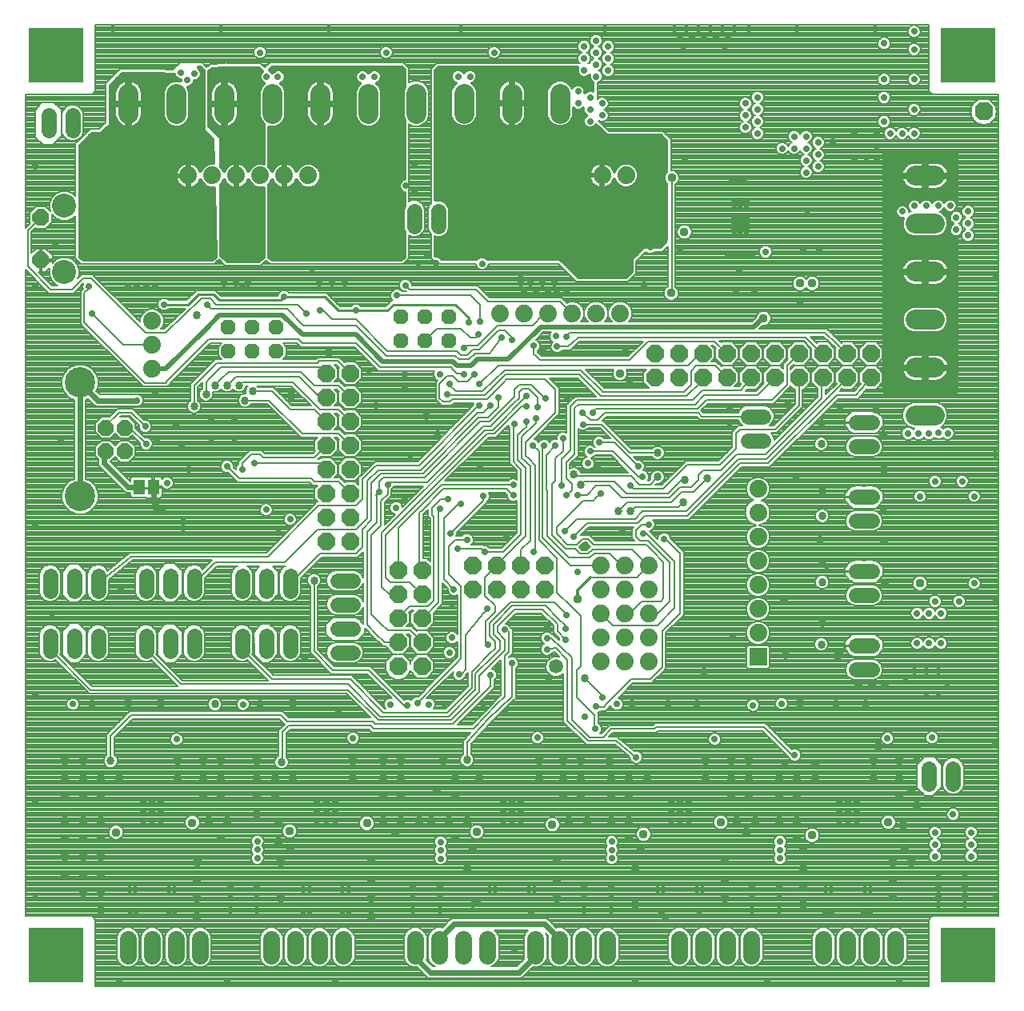
<source format=gbl>
G75*
G70*
%OFA0B0*%
%FSLAX24Y24*%
%IPPOS*%
%LPD*%
%AMOC8*
5,1,8,0,0,1.08239X$1,22.5*
%
%ADD10OC8,0.0614*%
%ADD11OC8,0.0660*%
%ADD12C,0.1266*%
%ADD13R,0.0460X0.0630*%
%ADD14C,0.0712*%
%ADD15C,0.0640*%
%ADD16R,0.2300X0.2300*%
%ADD17OC8,0.0700*%
%ADD18C,0.1000*%
%ADD19C,0.0825*%
%ADD20R,0.0740X0.0740*%
%ADD21C,0.0740*%
%ADD22OC8,0.0740*%
%ADD23OC8,0.0760*%
%ADD24C,0.0080*%
%ADD25C,0.0290*%
%ADD26C,0.0240*%
%ADD27C,0.0337*%
%ADD28C,0.0376*%
%ADD29C,0.0160*%
%ADD30C,0.0100*%
%ADD31C,0.0591*%
%ADD32C,0.0120*%
%ADD33C,0.0200*%
D10*
X015506Y035338D03*
X016506Y035338D03*
X016506Y036338D03*
X015506Y036338D03*
X017506Y036338D03*
X017506Y035338D03*
X022706Y035788D03*
X023706Y035788D03*
X024706Y035788D03*
X024706Y036788D03*
X023706Y036788D03*
X022706Y036788D03*
D11*
X011185Y032155D03*
X010398Y032155D03*
X010398Y031171D03*
X011185Y031171D03*
D12*
X009331Y029301D03*
X009331Y034025D03*
D13*
X011781Y029663D03*
X012381Y029663D03*
D14*
X012331Y010849D02*
X012331Y010137D01*
X013331Y010137D02*
X013331Y010849D01*
X014331Y010849D02*
X014331Y010137D01*
X017304Y010137D02*
X017304Y010849D01*
X018304Y010849D02*
X018304Y010137D01*
X019304Y010137D02*
X019304Y010849D01*
X020304Y010849D02*
X020304Y010137D01*
X023304Y010137D02*
X023304Y010849D01*
X024304Y010849D02*
X024304Y010137D01*
X025304Y010137D02*
X025304Y010849D01*
X026304Y010849D02*
X026304Y010137D01*
X028304Y010137D02*
X028304Y010849D01*
X029304Y010849D02*
X029304Y010137D01*
X030304Y010137D02*
X030304Y010849D01*
X031304Y010849D02*
X031304Y010137D01*
X034304Y010137D02*
X034304Y010849D01*
X035304Y010849D02*
X035304Y010137D01*
X036304Y010137D02*
X036304Y010849D01*
X037304Y010849D02*
X037304Y010137D01*
X040304Y010137D02*
X040304Y010849D01*
X041304Y010849D02*
X041304Y010137D01*
X042304Y010137D02*
X042304Y010849D01*
X043304Y010849D02*
X043304Y010137D01*
X011331Y010137D02*
X011331Y010849D01*
D15*
X012081Y022843D02*
X012081Y023483D01*
X013081Y023483D02*
X013081Y022843D01*
X014081Y022843D02*
X014081Y023483D01*
X014081Y025343D02*
X014081Y025983D01*
X013081Y025983D02*
X013081Y025343D01*
X012081Y025343D02*
X012081Y025983D01*
X010081Y025983D02*
X010081Y025343D01*
X009081Y025343D02*
X009081Y025983D01*
X008081Y025983D02*
X008081Y025343D01*
X008081Y023483D02*
X008081Y022843D01*
X009081Y022843D02*
X009081Y023483D01*
X010081Y023483D02*
X010081Y022843D01*
X016081Y022843D02*
X016081Y023483D01*
X017081Y023483D02*
X017081Y022843D01*
X018081Y022843D02*
X018081Y023483D01*
X018081Y025343D02*
X018081Y025983D01*
X017081Y025983D02*
X017081Y025343D01*
X016081Y025343D02*
X016081Y025983D01*
X020050Y025780D02*
X020690Y025780D01*
X020690Y024780D02*
X020050Y024780D01*
X020050Y023780D02*
X020690Y023780D01*
X020690Y022780D02*
X020050Y022780D01*
X037165Y031620D02*
X037805Y031620D01*
X037805Y032620D02*
X037165Y032620D01*
X041675Y032365D02*
X042315Y032365D01*
X042315Y031365D02*
X041675Y031365D01*
X041675Y029265D02*
X042315Y029265D01*
X042315Y028265D02*
X041675Y028265D01*
X041675Y026165D02*
X042315Y026165D01*
X042315Y025165D02*
X041675Y025165D01*
X041675Y023065D02*
X042315Y023065D01*
X042315Y022065D02*
X041675Y022065D01*
X044708Y017952D02*
X044708Y017312D01*
X045708Y017312D02*
X045708Y017952D01*
X024256Y040543D02*
X024256Y041183D01*
X023256Y041183D02*
X023256Y040543D01*
X009018Y044530D02*
X009018Y045170D01*
X008018Y045170D02*
X008018Y044530D01*
D16*
X008331Y010163D03*
X008331Y047663D03*
X046331Y047663D03*
X046331Y010163D03*
D17*
X007691Y039123D03*
X007691Y040903D03*
D18*
X008671Y041393D03*
X008671Y038633D03*
D19*
X011331Y045250D02*
X011331Y046075D01*
X013331Y046075D02*
X013331Y045250D01*
X015331Y045250D02*
X015331Y046075D01*
X017331Y046075D02*
X017331Y045250D01*
X019331Y045250D02*
X019331Y046075D01*
X021331Y046075D02*
X021331Y045250D01*
X023331Y045250D02*
X023331Y046075D01*
X025331Y046075D02*
X025331Y045250D01*
X027331Y045250D02*
X027331Y046075D01*
X029331Y046075D02*
X029331Y045250D01*
X044118Y042663D02*
X044943Y042663D01*
X044943Y040663D02*
X044118Y040663D01*
X044118Y038663D02*
X044943Y038663D01*
X044943Y036663D02*
X044118Y036663D01*
X044118Y034663D02*
X044943Y034663D01*
X044943Y032663D02*
X044118Y032663D01*
D20*
X037581Y022598D03*
D21*
X037581Y023598D03*
X037581Y024598D03*
X037581Y025598D03*
X037581Y026598D03*
X037581Y027598D03*
X037581Y028598D03*
X037581Y029598D03*
X033012Y026413D03*
X032012Y026413D03*
X031012Y026413D03*
X031012Y025413D03*
X031012Y024413D03*
X031012Y023413D03*
X031012Y022413D03*
X032012Y022413D03*
X032012Y023413D03*
X032012Y024413D03*
X032012Y025413D03*
X033012Y025413D03*
X033012Y024413D03*
X033012Y023413D03*
X033012Y022413D03*
X031831Y036913D03*
X030831Y036913D03*
X029831Y036913D03*
X028831Y036913D03*
X027831Y036913D03*
X026831Y036913D03*
X031081Y042663D03*
X032081Y042663D03*
X018831Y042663D03*
X017831Y042663D03*
X016831Y042663D03*
X015831Y042663D03*
X014831Y042663D03*
X013831Y042663D03*
X012331Y036600D03*
X012331Y035600D03*
X012331Y034600D03*
D22*
X019581Y034413D03*
X020581Y034413D03*
X020581Y033413D03*
X020581Y032413D03*
X020581Y031413D03*
X020581Y030413D03*
X020581Y029413D03*
X020581Y028413D03*
X020581Y027413D03*
X019581Y027413D03*
X019581Y028413D03*
X019581Y029413D03*
X019581Y030413D03*
X019581Y031413D03*
X019581Y032413D03*
X019581Y033413D03*
X022581Y026202D03*
X022581Y025202D03*
X022581Y024202D03*
X022581Y023202D03*
X023581Y023202D03*
X023581Y024202D03*
X023581Y025202D03*
X023581Y026202D03*
X025706Y026413D03*
X026706Y026413D03*
X027706Y026413D03*
X027706Y025413D03*
X026706Y025413D03*
X025706Y025413D03*
X028706Y025413D03*
X028706Y026413D03*
X023581Y022202D03*
X022581Y022202D03*
X033288Y034235D03*
X033288Y035235D03*
X034288Y035235D03*
X035288Y035235D03*
X036288Y035235D03*
X037288Y035235D03*
X038288Y035235D03*
X039288Y035235D03*
X040288Y035235D03*
X041288Y035235D03*
X042288Y035235D03*
X042288Y034235D03*
X041288Y034235D03*
X040288Y034235D03*
X039288Y034235D03*
X038288Y034235D03*
X037288Y034235D03*
X036288Y034235D03*
X035288Y034235D03*
X034288Y034235D03*
D23*
X046985Y045324D03*
D24*
X046999Y045848D02*
X046998Y045849D01*
X046967Y045849D01*
X046954Y045850D01*
X046951Y045852D01*
X046937Y045851D01*
X046935Y045851D01*
X046935Y045850D01*
X046922Y045849D01*
X046892Y045849D01*
X046889Y045846D01*
X046875Y045845D01*
X046868Y045849D01*
X046851Y045844D01*
X046769Y045844D01*
X046739Y045815D01*
X046738Y045814D01*
X046737Y045812D01*
X046730Y045806D01*
X046718Y045800D01*
X046710Y045801D01*
X046688Y045786D01*
X046665Y045775D01*
X046662Y045768D01*
X046647Y045757D01*
X046639Y045757D01*
X046621Y045739D01*
X046599Y045724D01*
X046598Y045716D01*
X046585Y045703D01*
X046577Y045702D01*
X046562Y045680D01*
X046544Y045662D01*
X046544Y045654D01*
X046533Y045639D01*
X046526Y045636D01*
X046515Y045613D01*
X046500Y045591D01*
X046501Y045583D01*
X046495Y045571D01*
X046489Y045564D01*
X046487Y045563D01*
X046486Y045562D01*
X046465Y045540D01*
X046465Y045487D01*
X046461Y045484D01*
X046459Y045458D01*
X046452Y045433D01*
X046456Y045426D01*
X046455Y045415D01*
X046455Y045415D01*
X046452Y045382D01*
X046449Y045350D01*
X046449Y045349D01*
X046448Y045331D01*
X046443Y045325D01*
X046445Y045299D01*
X046443Y045273D01*
X046448Y045267D01*
X046451Y045241D01*
X046447Y045235D01*
X046454Y045209D01*
X046456Y045183D01*
X046462Y045178D01*
X046465Y045171D01*
X046465Y045109D01*
X046502Y045072D01*
X046503Y045070D01*
X046501Y045062D01*
X046516Y045041D01*
X046527Y045017D01*
X046535Y045015D01*
X046550Y044994D01*
X046550Y044986D01*
X046568Y044967D01*
X046583Y044946D01*
X046591Y044945D01*
X046609Y044927D01*
X046611Y044919D01*
X046632Y044904D01*
X046651Y044885D01*
X046659Y044885D01*
X046680Y044871D01*
X046682Y044863D01*
X046706Y044852D01*
X046728Y044837D01*
X046735Y044839D01*
X046769Y044804D01*
X046810Y044804D01*
X046812Y044803D01*
X046814Y044804D01*
X046826Y044804D01*
X046844Y044800D01*
X046849Y044794D01*
X046875Y044791D01*
X046900Y044785D01*
X046907Y044788D01*
X046931Y044786D01*
X046935Y044782D01*
X046963Y044784D01*
X046991Y044781D01*
X046995Y044785D01*
X047022Y044786D01*
X047029Y044782D01*
X047054Y044788D01*
X047080Y044789D01*
X047086Y044795D01*
X047114Y044801D01*
X047121Y044798D01*
X047137Y044804D01*
X047200Y044804D01*
X047244Y044849D01*
X047255Y044853D01*
X047258Y044861D01*
X047282Y044876D01*
X047290Y044876D01*
X047309Y044893D01*
X047331Y044907D01*
X047333Y044915D01*
X047354Y044934D01*
X047362Y044935D01*
X047378Y044956D01*
X047397Y044974D01*
X047398Y044982D01*
X047415Y045004D01*
X047422Y045007D01*
X047435Y045030D01*
X047450Y045051D01*
X047450Y045054D01*
X047505Y045109D01*
X047505Y045195D01*
X047505Y045201D01*
X047513Y045226D01*
X047510Y045233D01*
X047513Y045259D01*
X047517Y045264D01*
X047517Y045292D01*
X047520Y045313D01*
X047521Y045314D01*
X047521Y045317D01*
X047521Y045319D01*
X047520Y045320D01*
X047517Y045341D01*
X047517Y045369D01*
X047513Y045374D01*
X047510Y045400D01*
X047513Y045407D01*
X047505Y045432D01*
X047505Y045438D01*
X047505Y045540D01*
X047427Y045617D01*
X047422Y045626D01*
X047416Y045628D01*
X047412Y045632D01*
X047398Y045651D01*
X047397Y045659D01*
X047378Y045677D01*
X047362Y045698D01*
X047354Y045699D01*
X047333Y045718D01*
X047331Y045726D01*
X047309Y045740D01*
X047290Y045757D01*
X047287Y045757D01*
X047200Y045844D01*
X047078Y045844D01*
X047054Y045845D01*
X047029Y045851D01*
X047022Y045847D01*
X046999Y045848D01*
X047251Y045794D02*
X047611Y045794D01*
X047611Y045872D02*
X043096Y045872D01*
X043096Y045860D02*
X043056Y045763D01*
X042981Y045688D01*
X042884Y045648D01*
X042778Y045648D01*
X042681Y045688D01*
X042606Y045763D01*
X042566Y045860D01*
X042566Y045966D01*
X042606Y046063D01*
X042681Y046138D01*
X042778Y046178D01*
X042884Y046178D01*
X042981Y046138D01*
X043056Y046063D01*
X043096Y045966D01*
X043096Y045860D01*
X043068Y045794D02*
X046699Y045794D01*
X046597Y045715D02*
X043008Y045715D01*
X043096Y045951D02*
X047611Y045951D01*
X047611Y046023D02*
X047611Y011803D01*
X007051Y011803D01*
X007051Y038729D01*
X007080Y038700D01*
X008025Y037755D01*
X009063Y037755D01*
X009156Y037849D01*
X009473Y038165D01*
X009440Y038086D01*
X009440Y037980D01*
X009459Y037935D01*
X009348Y037824D01*
X009348Y036471D01*
X009442Y036377D01*
X011095Y034723D01*
X011962Y033857D01*
X012960Y033857D01*
X013054Y033951D01*
X013133Y034030D01*
X014771Y035668D01*
X015232Y035668D01*
X015079Y035515D01*
X015079Y035161D01*
X015230Y035010D01*
X014952Y035010D01*
X013921Y033979D01*
X013921Y033284D01*
X013918Y033283D01*
X013836Y033201D01*
X013793Y033095D01*
X013793Y032981D01*
X013836Y032875D01*
X013918Y032793D01*
X014024Y032750D01*
X014138Y032750D01*
X014244Y032793D01*
X014325Y032875D01*
X014369Y032981D01*
X014369Y033095D01*
X014325Y033201D01*
X014244Y033283D01*
X014241Y033284D01*
X014241Y033847D01*
X014421Y034027D01*
X014421Y033784D01*
X014418Y033783D01*
X014336Y033701D01*
X014293Y033595D01*
X014293Y033481D01*
X014336Y033375D01*
X014418Y033293D01*
X014524Y033250D01*
X014638Y033250D01*
X014744Y033293D01*
X014825Y033375D01*
X014869Y033481D01*
X014869Y033595D01*
X014849Y033645D01*
X014899Y033625D01*
X015013Y033625D01*
X015119Y033668D01*
X015200Y033750D01*
X015206Y033763D01*
X015211Y033750D01*
X015293Y033668D01*
X015399Y033625D01*
X015513Y033625D01*
X015619Y033668D01*
X015700Y033750D01*
X015706Y033763D01*
X015711Y033750D01*
X015793Y033668D01*
X015899Y033625D01*
X016013Y033625D01*
X016119Y033668D01*
X016200Y033750D01*
X016244Y033856D01*
X016244Y033878D01*
X016326Y033878D01*
X016274Y033826D01*
X016230Y033720D01*
X016230Y033606D01*
X016242Y033576D01*
X016149Y033576D01*
X016043Y033533D01*
X015961Y033451D01*
X015918Y033345D01*
X015918Y033231D01*
X015961Y033125D01*
X016043Y033043D01*
X016149Y033000D01*
X016263Y033000D01*
X016369Y033043D01*
X016450Y033125D01*
X016452Y033128D01*
X017140Y033128D01*
X018421Y031847D01*
X018515Y031753D01*
X019228Y031753D01*
X019091Y031616D01*
X019091Y031210D01*
X019121Y031180D01*
X019015Y031073D01*
X017022Y031073D01*
X016897Y031198D01*
X016390Y031198D01*
X016296Y031104D01*
X015921Y030729D01*
X015921Y030628D01*
X015856Y030563D01*
X015816Y030466D01*
X015816Y030404D01*
X015721Y030499D01*
X015721Y030591D01*
X015681Y030688D01*
X015606Y030763D01*
X015509Y030803D01*
X015403Y030803D01*
X015306Y030763D01*
X015231Y030688D01*
X015191Y030591D01*
X015191Y030485D01*
X015231Y030388D01*
X015306Y030313D01*
X015403Y030273D01*
X015495Y030273D01*
X015796Y029972D01*
X015890Y029878D01*
X018890Y029878D01*
X018921Y029847D01*
X019015Y029753D01*
X019228Y029753D01*
X019091Y029616D01*
X019091Y029210D01*
X019228Y029073D01*
X019206Y029073D01*
X019205Y029073D01*
X019159Y029026D01*
X019112Y028979D01*
X017094Y026948D01*
X011464Y026948D01*
X011406Y026954D01*
X011399Y026948D01*
X011390Y026948D01*
X011348Y026907D01*
X010472Y026189D01*
X010454Y026232D01*
X010330Y026356D01*
X010168Y026423D01*
X009993Y026423D01*
X009832Y026356D01*
X009708Y026232D01*
X009641Y026071D01*
X009641Y025255D01*
X009708Y025094D01*
X009832Y024970D01*
X009993Y024903D01*
X010168Y024903D01*
X010330Y024970D01*
X010454Y025094D01*
X010521Y025255D01*
X010521Y025816D01*
X011513Y026628D01*
X014820Y026628D01*
X014795Y026603D01*
X014439Y026247D01*
X014330Y026356D01*
X014168Y026423D01*
X013993Y026423D01*
X013832Y026356D01*
X013708Y026232D01*
X013641Y026071D01*
X013641Y025255D01*
X013708Y025094D01*
X013832Y024970D01*
X013993Y024903D01*
X014168Y024903D01*
X014330Y024970D01*
X014454Y025094D01*
X014521Y025255D01*
X014521Y025877D01*
X015021Y026377D01*
X015882Y026377D01*
X015832Y026356D01*
X015708Y026232D01*
X015641Y026071D01*
X015641Y025255D01*
X015708Y025094D01*
X015832Y024970D01*
X015993Y024903D01*
X016168Y024903D01*
X016330Y024970D01*
X016454Y025094D01*
X016521Y025255D01*
X016521Y026071D01*
X016454Y026232D01*
X016330Y026356D01*
X016280Y026377D01*
X016791Y026377D01*
X016617Y026174D01*
X016595Y026153D01*
X016595Y026149D01*
X016593Y026147D01*
X016595Y026117D01*
X016595Y025181D01*
X016642Y025134D01*
X016722Y025055D01*
X016730Y025043D01*
X016781Y024992D01*
X016793Y024984D01*
X016918Y024859D01*
X017220Y024859D01*
X017267Y024905D01*
X017267Y024905D01*
X017300Y024938D01*
X017322Y024950D01*
X017381Y024992D01*
X017432Y025043D01*
X017474Y025102D01*
X017485Y025124D01*
X017535Y025174D01*
X017582Y025220D01*
X017582Y026153D01*
X017535Y026200D01*
X017358Y026377D01*
X017882Y026377D01*
X017832Y026356D01*
X017708Y026232D01*
X017641Y026071D01*
X017641Y025255D01*
X017708Y025094D01*
X017832Y024970D01*
X017993Y024903D01*
X018168Y024903D01*
X018330Y024970D01*
X018454Y025094D01*
X018521Y025255D01*
X018521Y025877D01*
X019397Y026753D01*
X020897Y026753D01*
X021120Y026976D01*
X021120Y025893D01*
X021063Y026029D01*
X020940Y026153D01*
X020778Y026220D01*
X019963Y026220D01*
X019801Y026153D01*
X019677Y026029D01*
X019610Y025868D01*
X019610Y025693D01*
X019677Y025531D01*
X019801Y025407D01*
X019963Y025340D01*
X020778Y025340D01*
X020940Y025407D01*
X021063Y025531D01*
X021120Y025667D01*
X021120Y024893D01*
X021063Y025029D01*
X020940Y025153D01*
X020778Y025220D01*
X019963Y025220D01*
X019801Y025153D01*
X019677Y025029D01*
X019610Y024868D01*
X019610Y024693D01*
X019677Y024531D01*
X019801Y024407D01*
X019963Y024340D01*
X020778Y024340D01*
X020940Y024407D01*
X021063Y024531D01*
X021120Y024667D01*
X021120Y023977D01*
X021092Y024005D01*
X021084Y024021D01*
X021041Y024080D01*
X020990Y024131D01*
X020931Y024174D01*
X020916Y024182D01*
X020842Y024255D01*
X019871Y024255D01*
X019824Y024208D01*
X019548Y023932D01*
X019548Y023614D01*
X019546Y023611D01*
X019548Y023581D01*
X019548Y023551D01*
X019551Y023549D01*
X019551Y023545D01*
X019574Y023526D01*
X019595Y023504D01*
X019599Y023504D01*
X019849Y023289D01*
X019871Y023268D01*
X019874Y023268D01*
X019877Y023266D01*
X019907Y023268D01*
X020882Y023268D01*
X020929Y023315D01*
X021157Y023544D01*
X021204Y023590D01*
X021204Y023788D01*
X021214Y023779D01*
X021607Y023385D01*
X021856Y023136D01*
X021950Y023042D01*
X022091Y023042D01*
X022091Y022999D01*
X022378Y022712D01*
X022563Y022712D01*
X022548Y022711D01*
X022541Y022711D01*
X022541Y022712D01*
X022370Y022712D01*
X022297Y022640D01*
X022291Y022637D01*
X022289Y022632D01*
X022283Y022626D01*
X022273Y022619D01*
X022265Y022619D01*
X022247Y022601D01*
X022226Y022586D01*
X022224Y022578D01*
X022211Y022565D01*
X022204Y022563D01*
X022189Y022542D01*
X022170Y022524D01*
X022170Y022516D01*
X022163Y022506D01*
X022157Y022500D01*
X022152Y022498D01*
X022149Y022492D01*
X022071Y022414D01*
X022071Y022242D01*
X022078Y022242D01*
X022075Y022211D01*
X022076Y022211D01*
X022074Y022193D01*
X022069Y022187D01*
X022071Y022162D01*
X022071Y022153D01*
X022070Y022135D01*
X022071Y022133D01*
X022071Y021991D01*
X022127Y021935D01*
X022129Y021932D01*
X022127Y021924D01*
X022142Y021903D01*
X022154Y021879D01*
X022161Y021876D01*
X022176Y021856D01*
X022176Y021848D01*
X022194Y021829D01*
X022210Y021808D01*
X022217Y021806D01*
X022236Y021788D01*
X022237Y021781D01*
X022258Y021766D01*
X022277Y021747D01*
X022285Y021747D01*
X022306Y021733D01*
X022309Y021725D01*
X022332Y021714D01*
X022354Y021699D01*
X022361Y021701D01*
X022370Y021692D01*
X022380Y021692D01*
X022385Y021690D01*
X022389Y021683D01*
X022414Y021676D01*
X022438Y021665D01*
X022445Y021668D01*
X022470Y021661D01*
X022475Y021655D01*
X022501Y021653D01*
X022527Y021646D01*
X022533Y021650D01*
X022559Y021648D01*
X022565Y021643D01*
X022591Y021645D01*
X022617Y021643D01*
X022623Y021648D01*
X022648Y021650D01*
X022655Y021646D01*
X022680Y021653D01*
X022706Y021655D01*
X022711Y021661D01*
X022735Y021668D01*
X022743Y021665D01*
X022767Y021676D01*
X022792Y021683D01*
X022796Y021690D01*
X022818Y021700D01*
X022826Y021699D01*
X022848Y021714D01*
X022871Y021725D01*
X022874Y021733D01*
X022895Y021747D01*
X022903Y021747D01*
X022921Y021765D01*
X022942Y021780D01*
X022944Y021788D01*
X022961Y021806D01*
X022969Y021807D01*
X022984Y021829D01*
X023003Y021847D01*
X023003Y021855D01*
X023017Y021876D01*
X023025Y021878D01*
X023036Y021902D01*
X023051Y021923D01*
X023049Y021931D01*
X023060Y021954D01*
X023067Y021958D01*
X023070Y021970D01*
X023091Y021991D01*
X023091Y022041D01*
X023091Y021999D01*
X023378Y021712D01*
X023784Y021712D01*
X024071Y021999D01*
X024071Y022405D01*
X023784Y022692D01*
X023378Y022692D01*
X023091Y022405D01*
X023091Y022316D01*
X023091Y022316D01*
X023091Y022414D01*
X023003Y022502D01*
X023003Y022510D01*
X022984Y022528D01*
X022969Y022549D01*
X022961Y022551D01*
X022944Y022569D01*
X022942Y022576D01*
X022921Y022591D01*
X022903Y022610D01*
X022895Y022610D01*
X022792Y022712D01*
X022621Y022712D01*
X022621Y022711D01*
X022595Y022711D01*
X022580Y022712D01*
X022784Y022712D01*
X023071Y022999D01*
X023071Y023405D01*
X022934Y023542D01*
X023015Y023542D01*
X023121Y023436D01*
X023091Y023405D01*
X023091Y022999D01*
X023378Y022712D01*
X023784Y022712D01*
X024071Y022999D01*
X024071Y023405D01*
X023784Y023692D01*
X023378Y023692D01*
X023348Y023662D01*
X023147Y023862D01*
X022934Y023862D01*
X023071Y023999D01*
X023071Y024405D01*
X023035Y024441D01*
X023133Y024542D01*
X023228Y024542D01*
X023091Y024405D01*
X023091Y023999D01*
X023378Y023712D01*
X023784Y023712D01*
X024071Y023999D01*
X024071Y024405D01*
X024060Y024416D01*
X024344Y024700D01*
X024438Y024794D01*
X024438Y025659D01*
X024645Y025452D01*
X024645Y025360D01*
X024685Y025263D01*
X024760Y025188D01*
X024857Y025148D01*
X024962Y025148D01*
X025046Y025183D01*
X025046Y023555D01*
X024981Y023619D01*
X024884Y023660D01*
X024778Y023660D01*
X024681Y023619D01*
X024606Y023545D01*
X024566Y023447D01*
X024566Y023342D01*
X024606Y023245D01*
X024681Y023170D01*
X024778Y023130D01*
X024884Y023130D01*
X024981Y023170D01*
X025046Y023235D01*
X025046Y022604D01*
X024952Y022510D01*
X024145Y021704D01*
X024144Y021704D01*
X024099Y021657D01*
X024053Y021611D01*
X024053Y021610D01*
X023420Y020954D01*
X023333Y020954D01*
X023236Y020913D01*
X023161Y020839D01*
X023141Y020790D01*
X023117Y020814D01*
X023020Y020854D01*
X022915Y020854D01*
X022825Y020817D01*
X021526Y022115D01*
X021433Y022209D01*
X019929Y022209D01*
X019241Y022897D01*
X019241Y025542D01*
X019244Y025543D01*
X019325Y025625D01*
X019369Y025731D01*
X019369Y025845D01*
X019325Y025951D01*
X019244Y026033D01*
X019138Y026076D01*
X019024Y026076D01*
X018918Y026033D01*
X018836Y025951D01*
X018793Y025845D01*
X018793Y025731D01*
X018836Y025625D01*
X018918Y025543D01*
X018921Y025542D01*
X018921Y022764D01*
X019015Y022670D01*
X019796Y021889D01*
X021300Y021889D01*
X022312Y020877D01*
X022305Y020880D01*
X022200Y020880D01*
X022102Y020839D01*
X022028Y020765D01*
X021987Y020667D01*
X021987Y020562D01*
X022028Y020465D01*
X022055Y020437D01*
X022033Y020437D01*
X020647Y021823D01*
X017397Y021823D01*
X016505Y022716D01*
X016521Y022755D01*
X016521Y023571D01*
X016454Y023732D01*
X016330Y023856D01*
X016168Y023923D01*
X015993Y023923D01*
X015832Y023856D01*
X015708Y023732D01*
X015641Y023571D01*
X015641Y022755D01*
X015708Y022594D01*
X015832Y022470D01*
X015993Y022403D01*
X016168Y022403D01*
X016307Y022460D01*
X017149Y021618D01*
X013602Y021618D01*
X012505Y022716D01*
X012521Y022755D01*
X012521Y023571D01*
X012454Y023732D01*
X012330Y023856D01*
X012168Y023923D01*
X011993Y023923D01*
X011832Y023856D01*
X011708Y023732D01*
X011641Y023571D01*
X011641Y022755D01*
X011708Y022594D01*
X011832Y022470D01*
X011993Y022403D01*
X012168Y022403D01*
X012307Y022460D01*
X013376Y021392D01*
X013386Y021382D01*
X009838Y021382D01*
X008505Y022716D01*
X008521Y022755D01*
X008521Y023571D01*
X008454Y023732D01*
X008330Y023856D01*
X008168Y023923D01*
X007993Y023923D01*
X007832Y023856D01*
X007708Y023732D01*
X007641Y023571D01*
X007641Y022755D01*
X007708Y022594D01*
X007832Y022470D01*
X007993Y022403D01*
X008168Y022403D01*
X008307Y022460D01*
X009612Y021156D01*
X009706Y021062D01*
X020426Y021062D01*
X021415Y020073D01*
X018022Y020073D01*
X017866Y020229D01*
X017772Y020323D01*
X011390Y020323D01*
X010577Y019510D01*
X010538Y019471D01*
X010444Y019377D01*
X010444Y018511D01*
X010441Y018509D01*
X010360Y018428D01*
X010316Y018322D01*
X010316Y018207D01*
X010360Y018101D01*
X010441Y018020D01*
X010547Y017976D01*
X010661Y017976D01*
X010767Y018020D01*
X010849Y018101D01*
X010893Y018207D01*
X010893Y018322D01*
X010849Y018428D01*
X010767Y018509D01*
X010764Y018511D01*
X010764Y019245D01*
X010803Y019284D01*
X011522Y020003D01*
X017640Y020003D01*
X017855Y019788D01*
X017702Y019635D01*
X017608Y019542D01*
X017608Y018478D01*
X017566Y018461D01*
X017485Y018380D01*
X017441Y018274D01*
X017441Y018159D01*
X017485Y018053D01*
X017566Y017972D01*
X017672Y017928D01*
X017786Y017928D01*
X017892Y017972D01*
X017974Y018053D01*
X018018Y018159D01*
X018018Y018274D01*
X017974Y018380D01*
X017933Y018420D01*
X017938Y018447D01*
X017928Y018461D01*
X017928Y019409D01*
X018085Y019565D01*
X021360Y019565D01*
X021482Y019443D01*
X025610Y019443D01*
X025340Y019149D01*
X025296Y019104D01*
X025296Y019100D01*
X025293Y019097D01*
X025296Y019035D01*
X025296Y018551D01*
X025293Y018550D01*
X025211Y018469D01*
X025168Y018363D01*
X025168Y018248D01*
X025211Y018142D01*
X025293Y018061D01*
X025399Y018017D01*
X025513Y018017D01*
X025619Y018061D01*
X025700Y018142D01*
X025744Y018248D01*
X025744Y018363D01*
X025700Y018469D01*
X025619Y018550D01*
X025616Y018551D01*
X025616Y018976D01*
X026445Y019880D01*
X027395Y020792D01*
X027397Y020792D01*
X027443Y020838D01*
X027490Y020883D01*
X027490Y020885D01*
X027491Y020886D01*
X027491Y020951D01*
X027492Y021015D01*
X027491Y021017D01*
X027491Y022119D01*
X027556Y022184D01*
X027596Y022282D01*
X027596Y022387D01*
X027556Y022484D01*
X027481Y022559D01*
X027384Y022599D01*
X027278Y022599D01*
X027188Y022562D01*
X027188Y022573D01*
X027251Y022635D01*
X027252Y022635D01*
X027298Y022681D01*
X027345Y022728D01*
X027345Y022729D01*
X027345Y022794D01*
X027346Y022860D01*
X027345Y022861D01*
X027345Y023646D01*
X027358Y023686D01*
X027345Y023709D01*
X027345Y023736D01*
X027316Y023766D01*
X027296Y023803D01*
X027270Y023811D01*
X027260Y023821D01*
X027239Y023873D01*
X027164Y023948D01*
X027067Y023988D01*
X027488Y024409D01*
X028539Y024409D01*
X029073Y023909D01*
X029073Y023668D01*
X029069Y023606D01*
X029073Y023602D01*
X029073Y023597D01*
X029116Y023553D01*
X029284Y023364D01*
X029283Y023361D01*
X029283Y023298D01*
X029076Y023495D01*
X029030Y023541D01*
X029028Y023541D01*
X029026Y023542D01*
X029005Y023542D01*
X028942Y023605D01*
X028844Y023646D01*
X028739Y023646D01*
X028641Y023605D01*
X028567Y023531D01*
X028527Y023433D01*
X028527Y023328D01*
X028567Y023230D01*
X028641Y023156D01*
X028655Y023150D01*
X028641Y023145D01*
X028567Y023070D01*
X028527Y022973D01*
X028527Y022867D01*
X028567Y022770D01*
X028641Y022695D01*
X028739Y022655D01*
X028844Y022655D01*
X028942Y022695D01*
X029016Y022770D01*
X029022Y022784D01*
X029090Y022792D01*
X029280Y022602D01*
X029242Y022618D01*
X029077Y022618D01*
X028924Y022554D01*
X028808Y022438D01*
X028744Y022285D01*
X028744Y022120D01*
X028808Y021967D01*
X028924Y021850D01*
X029077Y021787D01*
X029242Y021787D01*
X029395Y021850D01*
X029466Y021922D01*
X029466Y019882D01*
X030319Y019030D01*
X030412Y018936D01*
X031612Y018936D01*
X032237Y018429D01*
X032237Y018367D01*
X032278Y018270D01*
X032352Y018195D01*
X032450Y018155D01*
X032555Y018155D01*
X032652Y018195D01*
X032727Y018270D01*
X032767Y018367D01*
X032767Y018473D01*
X032727Y018570D01*
X032652Y018645D01*
X032555Y018685D01*
X032450Y018685D01*
X032436Y018679D01*
X031776Y019215D01*
X031735Y019256D01*
X031725Y019256D01*
X031718Y019262D01*
X031660Y019256D01*
X031352Y019256D01*
X031529Y019434D01*
X033328Y019434D01*
X033397Y019503D01*
X037765Y019503D01*
X038828Y018439D01*
X038860Y018407D01*
X038882Y018355D01*
X038956Y018281D01*
X039054Y018241D01*
X039159Y018241D01*
X039257Y018281D01*
X039331Y018355D01*
X039372Y018453D01*
X039372Y018558D01*
X039331Y018656D01*
X039257Y018730D01*
X039159Y018771D01*
X039054Y018771D01*
X038980Y018740D01*
X037897Y019823D01*
X033265Y019823D01*
X033195Y019754D01*
X031397Y019754D01*
X031057Y019414D01*
X030986Y019414D01*
X031023Y019450D01*
X031063Y019548D01*
X031063Y019653D01*
X031296Y019653D01*
X031218Y019575D02*
X031063Y019575D01*
X031063Y019653D02*
X031023Y019751D01*
X030949Y019825D01*
X030928Y019834D01*
X030928Y020225D01*
X030890Y020263D01*
X030981Y020301D01*
X031034Y020353D01*
X031228Y020353D01*
X031322Y020447D01*
X031361Y020486D01*
X031400Y020526D01*
X031434Y020560D01*
X031470Y020473D01*
X031545Y020398D01*
X031642Y020358D01*
X031748Y020358D01*
X031845Y020398D01*
X031920Y020473D01*
X031960Y020570D01*
X031960Y020676D01*
X031920Y020773D01*
X031845Y020848D01*
X031758Y020884D01*
X032378Y021503D01*
X033147Y021503D01*
X033241Y021597D01*
X033647Y022003D01*
X033741Y022097D01*
X033741Y023597D01*
X034397Y024253D01*
X034491Y024347D01*
X034491Y026979D01*
X033930Y027541D01*
X033930Y027558D01*
X033889Y027656D01*
X033815Y027730D01*
X033717Y027771D01*
X033612Y027771D01*
X033515Y027730D01*
X033440Y027656D01*
X033400Y027558D01*
X033400Y027517D01*
X033070Y027847D01*
X033071Y027847D01*
X033169Y027888D01*
X033243Y027962D01*
X033283Y028060D01*
X033283Y028165D01*
X033243Y028262D01*
X033199Y028306D01*
X034700Y028306D01*
X036891Y030497D01*
X038075Y030497D01*
X040924Y033346D01*
X041618Y033346D01*
X041625Y033340D01*
X041684Y033346D01*
X041743Y033346D01*
X041749Y033351D01*
X041757Y033352D01*
X041795Y033397D01*
X041837Y033439D01*
X041837Y033447D01*
X042086Y033745D01*
X042491Y033745D01*
X042778Y034032D01*
X042778Y034438D01*
X042491Y034725D01*
X042085Y034725D01*
X041798Y034438D01*
X041798Y034032D01*
X041858Y033971D01*
X041602Y033666D01*
X040979Y033666D01*
X041071Y033758D01*
X041085Y033745D01*
X041491Y033745D01*
X041778Y034032D01*
X041778Y034438D01*
X041491Y034725D01*
X041085Y034725D01*
X040798Y034438D01*
X040798Y034032D01*
X040845Y033985D01*
X040391Y033530D01*
X040391Y033745D01*
X040491Y033745D01*
X040778Y034032D01*
X040778Y034438D01*
X040491Y034725D01*
X040085Y034725D01*
X039798Y034438D01*
X039798Y034032D01*
X040071Y033759D01*
X040071Y033454D01*
X038245Y031628D01*
X038245Y031707D01*
X038178Y031869D01*
X038118Y031928D01*
X038347Y031928D01*
X038441Y032022D01*
X039347Y032928D01*
X039347Y032928D01*
X039441Y033022D01*
X039441Y033745D01*
X039491Y033745D01*
X039778Y034032D01*
X039778Y034438D01*
X039491Y034725D01*
X039085Y034725D01*
X038941Y034581D01*
X038941Y034671D01*
X039051Y034779D01*
X039085Y034745D01*
X039491Y034745D01*
X039778Y035032D01*
X039778Y035438D01*
X039491Y035725D01*
X039085Y035725D01*
X038798Y035438D01*
X038798Y035032D01*
X038825Y035005D01*
X038716Y034898D01*
X038715Y034898D01*
X038668Y034852D01*
X038622Y034806D01*
X038622Y034805D01*
X038621Y034804D01*
X038621Y034739D01*
X038620Y034673D01*
X038621Y034673D01*
X038621Y034595D01*
X038491Y034725D01*
X038085Y034725D01*
X037798Y034438D01*
X037798Y034032D01*
X037827Y034003D01*
X037486Y033666D01*
X037048Y033666D01*
X037109Y033745D01*
X037491Y033745D01*
X037778Y034032D01*
X037778Y034438D01*
X037491Y034725D01*
X037085Y034725D01*
X036798Y034438D01*
X036798Y034032D01*
X036871Y033959D01*
X036795Y033862D01*
X036608Y033862D01*
X036778Y034032D01*
X036778Y034438D01*
X036491Y034725D01*
X036085Y034725D01*
X036052Y034692D01*
X035894Y034848D01*
X035847Y034895D01*
X035847Y034895D01*
X035846Y034895D01*
X035780Y034895D01*
X035641Y034895D01*
X035778Y035032D01*
X035778Y035438D01*
X035641Y035575D01*
X035709Y035575D01*
X035823Y035463D01*
X035798Y035438D01*
X035798Y035032D01*
X036085Y034745D01*
X036491Y034745D01*
X036778Y035032D01*
X036778Y035438D01*
X036491Y035725D01*
X036085Y035725D01*
X036050Y035690D01*
X035975Y035762D01*
X039492Y035762D01*
X039799Y035439D01*
X039798Y035438D01*
X039798Y035032D01*
X040085Y034745D01*
X040491Y034745D01*
X040778Y035032D01*
X040778Y035438D01*
X040491Y035725D01*
X040085Y035725D01*
X040025Y035665D01*
X039755Y035950D01*
X040309Y035950D01*
X040821Y035461D01*
X040798Y035438D01*
X040798Y035032D01*
X041085Y034745D01*
X041491Y034745D01*
X041778Y035032D01*
X041778Y035438D01*
X041491Y035725D01*
X041085Y035725D01*
X041047Y035687D01*
X040485Y036224D01*
X040440Y036270D01*
X040438Y036270D01*
X040436Y036271D01*
X040372Y036270D01*
X037637Y036270D01*
X037772Y036405D01*
X037867Y036405D01*
X037981Y036452D01*
X043629Y036452D01*
X043597Y036531D02*
X038059Y036531D01*
X038067Y036538D02*
X038114Y036652D01*
X038114Y036774D01*
X038067Y036888D01*
X037981Y036974D01*
X037867Y037021D01*
X037745Y037021D01*
X037631Y036974D01*
X037545Y036888D01*
X037498Y036774D01*
X037498Y036753D01*
X037315Y036570D01*
X032181Y036570D01*
X032246Y036635D01*
X032321Y036816D01*
X032321Y037010D01*
X032246Y037191D01*
X032109Y037328D01*
X031928Y037403D01*
X031734Y037403D01*
X031553Y037328D01*
X031416Y037191D01*
X031341Y037010D01*
X031341Y036816D01*
X031416Y036635D01*
X031481Y036570D01*
X031181Y036570D01*
X031246Y036635D01*
X031321Y036816D01*
X031321Y037010D01*
X031246Y037191D01*
X031109Y037328D01*
X030928Y037403D01*
X030734Y037403D01*
X030553Y037328D01*
X030416Y037191D01*
X030341Y037010D01*
X030341Y036816D01*
X030416Y036635D01*
X030481Y036570D01*
X030181Y036570D01*
X030246Y036635D01*
X030321Y036816D01*
X030321Y037010D01*
X030246Y037191D01*
X030109Y037328D01*
X029928Y037403D01*
X029734Y037403D01*
X029616Y037354D01*
X029491Y037479D01*
X029397Y037573D01*
X026397Y037573D01*
X025991Y037979D01*
X025897Y038073D01*
X023146Y038073D01*
X023146Y038141D01*
X023106Y038238D01*
X023031Y038313D01*
X022934Y038353D01*
X022828Y038353D01*
X022731Y038313D01*
X022656Y038238D01*
X022616Y038141D01*
X022616Y038035D01*
X022656Y037938D01*
X022731Y037863D01*
X022828Y037823D01*
X022920Y037823D01*
X022746Y037823D01*
X022681Y037888D01*
X022584Y037928D01*
X022478Y037928D01*
X022381Y037888D01*
X022306Y037813D01*
X022266Y037716D01*
X022266Y037610D01*
X022306Y037513D01*
X022361Y037458D01*
X022323Y037458D01*
X022223Y037358D01*
X022073Y037208D01*
X021036Y037208D01*
X020981Y037263D01*
X020884Y037303D01*
X020778Y037303D01*
X020681Y037263D01*
X020626Y037208D01*
X020151Y037208D01*
X019688Y037671D01*
X019589Y037770D01*
X018036Y037770D01*
X017981Y037825D01*
X017884Y037865D01*
X017778Y037865D01*
X017681Y037825D01*
X017606Y037751D01*
X017566Y037653D01*
X017566Y037645D01*
X015189Y037645D01*
X014951Y037883D01*
X014186Y037883D01*
X014086Y037783D01*
X013761Y037458D01*
X013036Y037458D01*
X012981Y037513D01*
X012884Y037553D01*
X012778Y037553D01*
X012681Y037513D01*
X012606Y037438D01*
X012566Y037341D01*
X012566Y037235D01*
X012606Y037138D01*
X012681Y037063D01*
X012778Y037023D01*
X012884Y037023D01*
X012981Y037063D01*
X013036Y037118D01*
X013732Y037118D01*
X012830Y036260D01*
X012684Y036260D01*
X012746Y036323D01*
X012821Y036503D01*
X012821Y036698D01*
X012746Y036878D01*
X012609Y037016D01*
X012428Y037090D01*
X012234Y037090D01*
X012053Y037016D01*
X011916Y036878D01*
X011841Y036698D01*
X011841Y036556D01*
X009944Y038454D01*
X009850Y038547D01*
X009402Y038547D01*
X009239Y038384D01*
X009291Y038510D01*
X009291Y038756D01*
X009197Y038984D01*
X009022Y039159D01*
X008794Y039253D01*
X008548Y039253D01*
X008320Y039159D01*
X008181Y039020D01*
X008181Y039083D01*
X007731Y039083D01*
X007731Y039163D01*
X008181Y039163D01*
X008181Y039326D01*
X007894Y039613D01*
X007731Y039613D01*
X007731Y039163D01*
X007651Y039163D01*
X007651Y039613D01*
X007488Y039613D01*
X007306Y039431D01*
X007306Y040292D01*
X007472Y040458D01*
X007496Y040433D01*
X007886Y040433D01*
X008161Y040708D01*
X008161Y041026D01*
X008320Y040867D01*
X008548Y040773D01*
X008794Y040773D01*
X009022Y040867D01*
X009131Y040976D01*
X009131Y039205D01*
X009256Y039080D01*
X009373Y038963D01*
X014914Y038963D01*
X015041Y039090D01*
X015044Y039090D01*
X015099Y039148D01*
X015112Y039161D01*
X015373Y038900D01*
X016851Y038900D01*
X016968Y039018D01*
X017081Y039130D01*
X017131Y039080D01*
X017248Y038963D01*
X022789Y038963D01*
X023031Y039205D01*
X023031Y040160D01*
X023168Y040103D01*
X023343Y040103D01*
X023505Y040170D01*
X023629Y040294D01*
X023696Y040455D01*
X023696Y041271D01*
X023629Y041432D01*
X023505Y041556D01*
X023343Y041623D01*
X023168Y041623D01*
X023031Y041566D01*
X023031Y044798D01*
X023225Y044718D01*
X023437Y044718D01*
X023633Y044799D01*
X023782Y044949D01*
X023863Y045145D01*
X023863Y046181D01*
X023782Y046377D01*
X023633Y046527D01*
X023437Y046608D01*
X023225Y046608D01*
X023031Y046528D01*
X023031Y047145D01*
X022906Y047270D01*
X022906Y047270D01*
X022789Y047388D01*
X017248Y047388D01*
X017123Y047263D01*
X017026Y047165D01*
X016903Y047288D01*
X016845Y047346D01*
X016844Y047347D01*
X016762Y047347D01*
X015446Y047354D01*
X015440Y047359D01*
X015364Y047354D01*
X015289Y047355D01*
X015283Y047349D01*
X014824Y047318D01*
X014748Y047318D01*
X014743Y047312D01*
X014735Y047312D01*
X014685Y047254D01*
X014604Y047173D01*
X014531Y047246D01*
X014414Y047363D01*
X013587Y047363D01*
X013510Y047367D01*
X013505Y047363D01*
X013498Y047363D01*
X013444Y047309D01*
X013185Y047078D01*
X012543Y047109D01*
X012539Y047113D01*
X012461Y047113D01*
X012383Y047117D01*
X012379Y047113D01*
X010998Y047113D01*
X010498Y046613D01*
X010381Y046496D01*
X010381Y044871D01*
X010123Y044613D01*
X009748Y044613D01*
X009248Y044113D01*
X009131Y043996D01*
X009131Y041810D01*
X009022Y041919D01*
X008794Y042013D01*
X008548Y042013D01*
X008320Y041919D01*
X008145Y041744D01*
X008051Y041516D01*
X008051Y041270D01*
X008095Y041164D01*
X007886Y041373D01*
X007496Y041373D01*
X007221Y041098D01*
X007221Y040708D01*
X007245Y040684D01*
X007051Y040489D01*
X007051Y046023D01*
X009779Y046023D01*
X009867Y046060D01*
X009934Y046127D01*
X009971Y046215D01*
X009971Y048943D01*
X044691Y048943D01*
X044691Y046215D01*
X044728Y046127D01*
X044795Y046060D01*
X044883Y046023D01*
X047611Y046023D01*
X047611Y045715D02*
X047336Y045715D01*
X047409Y045637D02*
X047611Y045637D01*
X047611Y045558D02*
X047486Y045558D01*
X047505Y045480D02*
X047611Y045480D01*
X047611Y045401D02*
X047510Y045401D01*
X047520Y045323D02*
X047611Y045323D01*
X047611Y045244D02*
X047511Y045244D01*
X047505Y045166D02*
X047611Y045166D01*
X047611Y045087D02*
X047483Y045087D01*
X047423Y045009D02*
X047611Y045009D01*
X047611Y044930D02*
X047349Y044930D01*
X047251Y044852D02*
X047611Y044852D01*
X047611Y044773D02*
X043060Y044773D01*
X043056Y044763D02*
X043096Y044860D01*
X043096Y044966D01*
X043056Y045063D01*
X042981Y045138D01*
X042884Y045178D01*
X042778Y045178D01*
X042681Y045138D01*
X042606Y045063D01*
X042566Y044966D01*
X042566Y044860D01*
X042606Y044763D01*
X042681Y044688D01*
X042778Y044648D01*
X042884Y044648D01*
X042981Y044688D01*
X043056Y044763D01*
X043028Y044678D02*
X042931Y044638D01*
X042856Y044563D01*
X042816Y044466D01*
X042816Y044360D01*
X042856Y044263D01*
X042931Y044188D01*
X043028Y044148D01*
X043134Y044148D01*
X043231Y044188D01*
X043306Y044263D01*
X043331Y044324D01*
X043356Y044263D01*
X043431Y044188D01*
X043528Y044148D01*
X043634Y044148D01*
X043731Y044188D01*
X043806Y044263D01*
X043831Y044324D01*
X043856Y044263D01*
X043931Y044188D01*
X044028Y044148D01*
X044134Y044148D01*
X044231Y044188D01*
X044306Y044263D01*
X044346Y044360D01*
X044346Y044466D01*
X044306Y044563D01*
X044231Y044638D01*
X044134Y044678D01*
X044028Y044678D01*
X043931Y044638D01*
X043856Y044563D01*
X043831Y044502D01*
X043806Y044563D01*
X043731Y044638D01*
X043634Y044678D01*
X043528Y044678D01*
X043431Y044638D01*
X043356Y044563D01*
X043331Y044502D01*
X043306Y044563D01*
X043231Y044638D01*
X043134Y044678D01*
X043028Y044678D01*
X042987Y044695D02*
X047611Y044695D01*
X047611Y044616D02*
X044253Y044616D01*
X044316Y044538D02*
X047611Y044538D01*
X047611Y044459D02*
X044346Y044459D01*
X044346Y044381D02*
X047611Y044381D01*
X047611Y044302D02*
X044322Y044302D01*
X044266Y044224D02*
X047611Y044224D01*
X047611Y044145D02*
X040323Y044145D01*
X040306Y044188D02*
X040231Y044263D01*
X040134Y044303D01*
X040028Y044303D01*
X039931Y044263D01*
X039856Y044188D01*
X039816Y044091D01*
X039816Y043985D01*
X039856Y043888D01*
X039931Y043813D01*
X039992Y043788D01*
X039931Y043763D01*
X039856Y043688D01*
X039816Y043591D01*
X039816Y043485D01*
X039856Y043388D01*
X039931Y043313D01*
X039992Y043288D01*
X039931Y043263D01*
X039856Y043188D01*
X039816Y043091D01*
X039816Y042985D01*
X039856Y042888D01*
X039931Y042813D01*
X040028Y042773D01*
X040134Y042773D01*
X040231Y042813D01*
X040306Y042888D01*
X040346Y042985D01*
X040346Y043091D01*
X040306Y043188D01*
X040231Y043263D01*
X040170Y043288D01*
X040231Y043313D01*
X040306Y043388D01*
X040346Y043485D01*
X040346Y043591D01*
X040306Y043688D01*
X040231Y043763D01*
X040170Y043788D01*
X040231Y043813D01*
X040306Y043888D01*
X040346Y043985D01*
X040346Y044091D01*
X040306Y044188D01*
X040270Y044224D02*
X042896Y044224D01*
X042840Y044302D02*
X040136Y044302D01*
X040026Y044302D02*
X039846Y044302D01*
X039846Y044341D02*
X039806Y044438D01*
X039731Y044513D01*
X039634Y044553D01*
X039528Y044553D01*
X039431Y044513D01*
X039356Y044438D01*
X039331Y044377D01*
X039306Y044438D01*
X039231Y044513D01*
X039134Y044553D01*
X039028Y044553D01*
X038931Y044513D01*
X038856Y044438D01*
X038816Y044341D01*
X038816Y044235D01*
X038856Y044138D01*
X038931Y044063D01*
X038992Y044038D01*
X038931Y044013D01*
X038856Y043938D01*
X038831Y043877D01*
X038806Y043938D01*
X038731Y044013D01*
X038634Y044053D01*
X038528Y044053D01*
X038431Y044013D01*
X038356Y043938D01*
X038316Y043841D01*
X038316Y043735D01*
X038356Y043638D01*
X038431Y043563D01*
X038528Y043523D01*
X038634Y043523D01*
X038731Y043563D01*
X038806Y043638D01*
X038831Y043699D01*
X038856Y043638D01*
X038931Y043563D01*
X039028Y043523D01*
X039134Y043523D01*
X039231Y043563D01*
X039306Y043638D01*
X039331Y043699D01*
X039356Y043638D01*
X039431Y043563D01*
X039492Y043538D01*
X039431Y043513D01*
X039356Y043438D01*
X039316Y043341D01*
X039316Y043235D01*
X039356Y043138D01*
X039431Y043063D01*
X039492Y043038D01*
X039431Y043013D01*
X039356Y042938D01*
X039316Y042841D01*
X039316Y042735D01*
X039356Y042638D01*
X039431Y042563D01*
X039528Y042523D01*
X039634Y042523D01*
X039731Y042563D01*
X039806Y042638D01*
X039846Y042735D01*
X039846Y042841D01*
X039806Y042938D01*
X039731Y043013D01*
X039670Y043038D01*
X039731Y043063D01*
X039806Y043138D01*
X039846Y043235D01*
X039846Y043341D01*
X039806Y043438D01*
X039731Y043513D01*
X039670Y043538D01*
X039731Y043563D01*
X039806Y043638D01*
X039846Y043735D01*
X039846Y043841D01*
X039806Y043938D01*
X039731Y044013D01*
X039670Y044038D01*
X039731Y044063D01*
X039806Y044138D01*
X039846Y044235D01*
X039846Y044341D01*
X039829Y044381D02*
X042816Y044381D01*
X042816Y044459D02*
X039785Y044459D01*
X039671Y044538D02*
X042846Y044538D01*
X042909Y044616D02*
X037728Y044616D01*
X037706Y044638D02*
X037645Y044663D01*
X037706Y044688D01*
X037781Y044763D01*
X037821Y044860D01*
X037821Y044966D01*
X037781Y045063D01*
X037706Y045138D01*
X037645Y045163D01*
X037706Y045188D01*
X037781Y045263D01*
X037821Y045360D01*
X037821Y045466D01*
X037781Y045563D01*
X037706Y045638D01*
X037645Y045663D01*
X037706Y045688D01*
X037781Y045763D01*
X037821Y045860D01*
X037821Y045966D01*
X037781Y046063D01*
X037706Y046138D01*
X037609Y046178D01*
X037503Y046178D01*
X037406Y046138D01*
X037331Y046063D01*
X037291Y045966D01*
X037291Y045860D01*
X037331Y045763D01*
X037406Y045688D01*
X037467Y045663D01*
X037406Y045638D01*
X037331Y045563D01*
X037291Y045466D01*
X037291Y045360D01*
X037331Y045263D01*
X037406Y045188D01*
X037467Y045163D01*
X037406Y045138D01*
X037331Y045063D01*
X037291Y044966D01*
X037291Y044860D01*
X037331Y044763D01*
X037406Y044688D01*
X037467Y044663D01*
X037406Y044638D01*
X037331Y044563D01*
X037291Y044466D01*
X037291Y044360D01*
X037331Y044263D01*
X037406Y044188D01*
X037503Y044148D01*
X037609Y044148D01*
X037706Y044188D01*
X037781Y044263D01*
X037821Y044360D01*
X037821Y044466D01*
X037781Y044563D01*
X037706Y044638D01*
X037712Y044695D02*
X042675Y044695D01*
X042602Y044773D02*
X037785Y044773D01*
X037817Y044852D02*
X042570Y044852D01*
X042566Y044930D02*
X037821Y044930D01*
X037803Y045009D02*
X042584Y045009D01*
X042630Y045087D02*
X037757Y045087D01*
X037651Y045166D02*
X042748Y045166D01*
X042914Y045166D02*
X043986Y045166D01*
X044028Y045148D02*
X044134Y045148D01*
X044231Y045188D01*
X044306Y045263D01*
X044346Y045360D01*
X044346Y045466D01*
X044306Y045563D01*
X044231Y045638D01*
X044134Y045678D01*
X044028Y045678D01*
X043931Y045638D01*
X043856Y045563D01*
X043816Y045466D01*
X043816Y045360D01*
X043856Y045263D01*
X043931Y045188D01*
X044028Y045148D01*
X044176Y045166D02*
X046465Y045166D01*
X046451Y045244D02*
X044287Y045244D01*
X044330Y045323D02*
X046443Y045323D01*
X046454Y045401D02*
X044346Y045401D01*
X044340Y045480D02*
X046461Y045480D01*
X046483Y045558D02*
X044308Y045558D01*
X044232Y045637D02*
X046527Y045637D01*
X046486Y045087D02*
X043032Y045087D01*
X043078Y045009D02*
X046539Y045009D01*
X046606Y044930D02*
X043096Y044930D01*
X043092Y044852D02*
X046707Y044852D01*
X047611Y044067D02*
X040346Y044067D01*
X040346Y043988D02*
X047611Y043988D01*
X047611Y043910D02*
X040315Y043910D01*
X040249Y043831D02*
X047611Y043831D01*
X047611Y043753D02*
X040241Y043753D01*
X040311Y043674D02*
X047611Y043674D01*
X047611Y043596D02*
X040344Y043596D01*
X040346Y043517D02*
X047611Y043517D01*
X047611Y043439D02*
X040327Y043439D01*
X040278Y043360D02*
X047611Y043360D01*
X047611Y043282D02*
X040185Y043282D01*
X040291Y043203D02*
X043997Y043203D01*
X043989Y043202D02*
X043906Y043175D01*
X043829Y043136D01*
X043759Y043084D01*
X043697Y043023D01*
X043646Y042953D01*
X043606Y042875D01*
X043580Y042792D01*
X043566Y042706D01*
X043566Y042703D01*
X044491Y042703D01*
X044491Y043215D01*
X044075Y043215D01*
X043989Y043202D01*
X043814Y043125D02*
X040332Y043125D01*
X040346Y043046D02*
X043720Y043046D01*
X043657Y042968D02*
X040339Y042968D01*
X040306Y042889D02*
X043614Y042889D01*
X043585Y042811D02*
X040224Y042811D01*
X039937Y042811D02*
X039846Y042811D01*
X039856Y042889D02*
X039826Y042889D01*
X039823Y042968D02*
X039776Y042968D01*
X039816Y043046D02*
X039689Y043046D01*
X039792Y043125D02*
X039830Y043125D01*
X039833Y043203D02*
X039871Y043203D01*
X039846Y043282D02*
X039977Y043282D01*
X039884Y043360D02*
X039838Y043360D01*
X039835Y043439D02*
X039805Y043439D01*
X039816Y043517D02*
X039720Y043517D01*
X039763Y043596D02*
X039818Y043596D01*
X039821Y043674D02*
X039851Y043674D01*
X039846Y043753D02*
X039921Y043753D01*
X039913Y043831D02*
X039846Y043831D01*
X039847Y043910D02*
X039817Y043910D01*
X039816Y043988D02*
X039756Y043988D01*
X039734Y044067D02*
X039816Y044067D01*
X039809Y044145D02*
X039839Y044145D01*
X039841Y044224D02*
X039892Y044224D01*
X039491Y044538D02*
X039171Y044538D01*
X039285Y044459D02*
X039377Y044459D01*
X039333Y044381D02*
X039329Y044381D01*
X038991Y044538D02*
X037791Y044538D01*
X037821Y044459D02*
X038877Y044459D01*
X038832Y044381D02*
X037821Y044381D01*
X037797Y044302D02*
X038816Y044302D01*
X038821Y044224D02*
X037741Y044224D01*
X037371Y044224D02*
X033900Y044224D01*
X033948Y044175D02*
X033728Y044395D01*
X033728Y044402D01*
X033717Y044414D01*
X033693Y044438D01*
X033667Y044482D01*
X033642Y044489D01*
X033611Y044519D01*
X033528Y044519D01*
X033523Y044521D01*
X033521Y044519D01*
X031354Y044519D01*
X030938Y044935D01*
X031028Y044898D01*
X031134Y044898D01*
X031231Y044938D01*
X031306Y045013D01*
X031346Y045110D01*
X031346Y045216D01*
X031306Y045313D01*
X031231Y045388D01*
X031170Y045413D01*
X031231Y045438D01*
X031306Y045513D01*
X031346Y045610D01*
X031346Y045716D01*
X031306Y045813D01*
X031231Y045888D01*
X031134Y045928D01*
X031028Y045928D01*
X030931Y045888D01*
X030886Y045843D01*
X030886Y046524D01*
X030981Y046563D01*
X031056Y046638D01*
X031096Y046735D01*
X031096Y046841D01*
X031056Y046938D01*
X030981Y047013D01*
X030920Y047038D01*
X030981Y047063D01*
X031056Y047138D01*
X031096Y047235D01*
X031096Y047341D01*
X031056Y047438D01*
X030981Y047513D01*
X030920Y047538D01*
X030981Y047563D01*
X031056Y047638D01*
X031096Y047735D01*
X031096Y047841D01*
X031056Y047938D01*
X030981Y048013D01*
X030920Y048038D01*
X030981Y048063D01*
X031056Y048138D01*
X031096Y048235D01*
X031096Y048341D01*
X031056Y048438D01*
X030981Y048513D01*
X030884Y048553D01*
X030778Y048553D01*
X030681Y048513D01*
X030606Y048438D01*
X030566Y048341D01*
X030566Y048235D01*
X030606Y048138D01*
X030681Y048063D01*
X030742Y048038D01*
X030681Y048013D01*
X030606Y047938D01*
X030566Y047841D01*
X030566Y047735D01*
X030606Y047638D01*
X030681Y047563D01*
X030742Y047538D01*
X030681Y047513D01*
X030606Y047438D01*
X030567Y047343D01*
X030511Y047343D01*
X030556Y047388D01*
X030596Y047485D01*
X030596Y047591D01*
X030556Y047688D01*
X030481Y047763D01*
X030420Y047788D01*
X030481Y047813D01*
X030556Y047888D01*
X030596Y047985D01*
X030596Y048091D01*
X030556Y048188D01*
X030481Y048263D01*
X030384Y048303D01*
X030278Y048303D01*
X030181Y048263D01*
X030106Y048188D01*
X030066Y048091D01*
X030066Y047985D01*
X030106Y047888D01*
X030181Y047813D01*
X030242Y047788D01*
X030181Y047763D01*
X030106Y047688D01*
X030066Y047591D01*
X030066Y047485D01*
X030106Y047388D01*
X030151Y047343D01*
X024194Y047343D01*
X024069Y047218D01*
X023963Y047113D01*
X023963Y041513D01*
X023883Y041432D01*
X023816Y041271D01*
X023816Y040455D01*
X023883Y040294D01*
X023963Y040213D01*
X023963Y039213D01*
X024194Y038983D01*
X025816Y038983D01*
X025816Y038935D01*
X025856Y038838D01*
X025931Y038763D01*
X026028Y038723D01*
X026134Y038723D01*
X026231Y038763D01*
X026306Y038838D01*
X026346Y038935D01*
X026346Y038983D01*
X029256Y038983D01*
X029901Y038338D01*
X030006Y038233D01*
X032156Y038233D01*
X032406Y038483D01*
X032511Y038588D01*
X032511Y039088D01*
X032896Y039473D01*
X032931Y039438D01*
X033028Y039398D01*
X033134Y039398D01*
X033231Y039438D01*
X033276Y039483D01*
X033606Y039483D01*
X033806Y039683D01*
X033821Y039698D01*
X033821Y038041D01*
X033781Y038024D01*
X033695Y037938D01*
X033648Y037824D01*
X033648Y037702D01*
X033695Y037588D01*
X033781Y037502D01*
X033895Y037455D01*
X034017Y037455D01*
X034131Y037502D01*
X034217Y037588D01*
X034264Y037702D01*
X034264Y037824D01*
X034217Y037938D01*
X034141Y038014D01*
X034141Y042296D01*
X034156Y042302D01*
X034242Y042388D01*
X034289Y042502D01*
X034289Y042624D01*
X034242Y042738D01*
X034156Y042824D01*
X034042Y042871D01*
X033948Y042871D01*
X033948Y044175D01*
X033948Y044145D02*
X038853Y044145D01*
X038928Y044067D02*
X033948Y044067D01*
X033948Y043988D02*
X038406Y043988D01*
X038345Y043910D02*
X033948Y043910D01*
X033948Y043831D02*
X038316Y043831D01*
X038316Y043753D02*
X033948Y043753D01*
X033948Y043674D02*
X038341Y043674D01*
X038399Y043596D02*
X033948Y043596D01*
X033948Y043517D02*
X039442Y043517D01*
X039399Y043596D02*
X039263Y043596D01*
X039321Y043674D02*
X039341Y043674D01*
X039357Y043439D02*
X033948Y043439D01*
X033948Y043360D02*
X039324Y043360D01*
X039316Y043282D02*
X033948Y043282D01*
X033948Y043203D02*
X039329Y043203D01*
X039370Y043125D02*
X033948Y043125D01*
X033948Y043046D02*
X039472Y043046D01*
X039386Y042968D02*
X033948Y042968D01*
X033948Y042889D02*
X039336Y042889D01*
X039316Y042811D02*
X034169Y042811D01*
X034244Y042732D02*
X039317Y042732D01*
X039350Y042654D02*
X034277Y042654D01*
X034289Y042575D02*
X039419Y042575D01*
X039743Y042575D02*
X043573Y042575D01*
X043580Y042534D02*
X043606Y042451D01*
X043646Y042373D01*
X043697Y042303D01*
X043759Y042242D01*
X043829Y042190D01*
X043906Y042151D01*
X043989Y042124D01*
X044075Y042110D01*
X044491Y042110D01*
X044491Y042623D01*
X044571Y042623D01*
X044571Y042703D01*
X045496Y042703D01*
X045496Y042706D01*
X045482Y042792D01*
X045455Y042875D01*
X045416Y042953D01*
X045365Y043023D01*
X045303Y043084D01*
X045233Y043136D01*
X045156Y043175D01*
X045073Y043202D01*
X044987Y043215D01*
X044571Y043215D01*
X044571Y042703D01*
X044491Y042703D01*
X044491Y042623D01*
X043566Y042623D01*
X043566Y042620D01*
X043580Y042534D01*
X043592Y042497D02*
X034287Y042497D01*
X034254Y042418D02*
X043623Y042418D01*
X043671Y042340D02*
X034193Y042340D01*
X034141Y042261D02*
X043739Y042261D01*
X043844Y042183D02*
X034141Y042183D01*
X034141Y042104D02*
X047611Y042104D01*
X047611Y042026D02*
X034141Y042026D01*
X034141Y041947D02*
X047611Y041947D01*
X047611Y041869D02*
X034141Y041869D01*
X034141Y041790D02*
X047611Y041790D01*
X047611Y041712D02*
X034141Y041712D01*
X034141Y041633D02*
X043926Y041633D01*
X043931Y041638D02*
X043856Y041563D01*
X043816Y041466D01*
X043816Y041360D01*
X043856Y041263D01*
X043931Y041188D01*
X043963Y041175D01*
X043846Y041126D01*
X043846Y041216D01*
X043806Y041313D01*
X043731Y041388D01*
X043634Y041428D01*
X043528Y041428D01*
X043431Y041388D01*
X043356Y041313D01*
X043316Y041216D01*
X043316Y041110D01*
X043356Y041013D01*
X043431Y040938D01*
X043528Y040898D01*
X043634Y040898D01*
X043641Y040901D01*
X043586Y040769D01*
X043586Y040557D01*
X043667Y040361D01*
X043817Y040212D01*
X044013Y040130D01*
X045049Y040130D01*
X045245Y040212D01*
X045395Y040361D01*
X045476Y040557D01*
X045476Y040769D01*
X045395Y040965D01*
X045245Y041114D01*
X045149Y041154D01*
X045231Y041188D01*
X045306Y041263D01*
X045331Y041324D01*
X045356Y041263D01*
X045431Y041188D01*
X045528Y041148D01*
X045634Y041148D01*
X045731Y041188D01*
X045806Y041263D01*
X045846Y041360D01*
X045846Y041466D01*
X045806Y041563D01*
X045731Y041638D01*
X045634Y041678D01*
X045528Y041678D01*
X045431Y041638D01*
X045356Y041563D01*
X045331Y041502D01*
X045306Y041563D01*
X045231Y041638D01*
X045134Y041678D01*
X045028Y041678D01*
X044931Y041638D01*
X044856Y041563D01*
X044831Y041502D01*
X044806Y041563D01*
X044731Y041638D01*
X044634Y041678D01*
X044528Y041678D01*
X044431Y041638D01*
X044356Y041563D01*
X044331Y041502D01*
X044306Y041563D01*
X044231Y041638D01*
X044134Y041678D01*
X044028Y041678D01*
X043931Y041638D01*
X043853Y041555D02*
X034141Y041555D01*
X034141Y041476D02*
X043820Y041476D01*
X043816Y041398D02*
X043707Y041398D01*
X043800Y041319D02*
X043833Y041319D01*
X043836Y041241D02*
X043879Y041241D01*
X043846Y041162D02*
X043932Y041162D01*
X043619Y040848D02*
X034141Y040848D01*
X034141Y040770D02*
X043586Y040770D01*
X043586Y040691D02*
X034141Y040691D01*
X034141Y040613D02*
X034424Y040613D01*
X034445Y040621D02*
X034331Y040574D01*
X034245Y040488D01*
X034198Y040374D01*
X034198Y040252D01*
X034245Y040138D01*
X034331Y040052D01*
X034445Y040005D01*
X034567Y040005D01*
X034681Y040052D01*
X034767Y040138D01*
X034814Y040252D01*
X034814Y040374D01*
X034767Y040488D01*
X034681Y040574D01*
X034567Y040621D01*
X034445Y040621D01*
X034588Y040613D02*
X043586Y040613D01*
X043595Y040534D02*
X034721Y040534D01*
X034780Y040456D02*
X043628Y040456D01*
X043661Y040377D02*
X034813Y040377D01*
X034814Y040299D02*
X043730Y040299D01*
X043808Y040220D02*
X034801Y040220D01*
X034768Y040142D02*
X043986Y040142D01*
X043459Y040927D02*
X034141Y040927D01*
X034141Y041005D02*
X043364Y041005D01*
X043327Y041084D02*
X034141Y041084D01*
X034141Y041162D02*
X043316Y041162D01*
X043326Y041241D02*
X034141Y041241D01*
X034141Y041319D02*
X043362Y041319D01*
X043455Y041398D02*
X034141Y041398D01*
X034141Y040534D02*
X034291Y040534D01*
X034232Y040456D02*
X034141Y040456D01*
X034141Y040377D02*
X034199Y040377D01*
X034198Y040299D02*
X034141Y040299D01*
X034141Y040220D02*
X034211Y040220D01*
X034243Y040142D02*
X034141Y040142D01*
X034141Y040063D02*
X034320Y040063D01*
X034141Y039985D02*
X046135Y039985D01*
X046106Y040013D02*
X046181Y039938D01*
X046278Y039898D01*
X046384Y039898D01*
X046481Y039938D01*
X046556Y040013D01*
X046596Y040110D01*
X046596Y040216D01*
X046556Y040313D01*
X046481Y040388D01*
X046420Y040413D01*
X046481Y040438D01*
X046556Y040513D01*
X046596Y040610D01*
X046596Y040716D01*
X046556Y040813D01*
X046481Y040888D01*
X046420Y040913D01*
X046481Y040938D01*
X046556Y041013D01*
X046596Y041110D01*
X046596Y041216D01*
X046556Y041313D01*
X046481Y041388D01*
X046384Y041428D01*
X046278Y041428D01*
X046181Y041388D01*
X046106Y041313D01*
X046066Y041216D01*
X046066Y041110D01*
X046106Y041013D01*
X046181Y040938D01*
X046242Y040913D01*
X046181Y040888D01*
X046106Y040813D01*
X046066Y040716D01*
X046066Y040610D01*
X046106Y040513D01*
X046181Y040438D01*
X046242Y040413D01*
X046181Y040388D01*
X046106Y040313D01*
X046066Y040216D01*
X046066Y040110D01*
X046106Y040013D01*
X046086Y040063D02*
X034692Y040063D01*
X034141Y039906D02*
X046259Y039906D01*
X046403Y039906D02*
X047611Y039906D01*
X047611Y039828D02*
X034141Y039828D01*
X034141Y039749D02*
X047611Y039749D01*
X047611Y039671D02*
X038073Y039671D01*
X038044Y039700D02*
X037946Y039740D01*
X037841Y039740D01*
X037743Y039700D01*
X037669Y039626D01*
X037628Y039528D01*
X037628Y039423D01*
X037669Y039325D01*
X037743Y039251D01*
X037841Y039210D01*
X037946Y039210D01*
X038044Y039251D01*
X038118Y039325D01*
X038158Y039423D01*
X038158Y039528D01*
X038118Y039626D01*
X038044Y039700D01*
X038132Y039592D02*
X047611Y039592D01*
X047611Y039514D02*
X038158Y039514D01*
X038158Y039435D02*
X047611Y039435D01*
X047611Y039357D02*
X038131Y039357D01*
X038071Y039278D02*
X047611Y039278D01*
X047611Y039200D02*
X045080Y039200D01*
X045073Y039202D02*
X044987Y039215D01*
X044571Y039215D01*
X044571Y038703D01*
X045496Y038703D01*
X045496Y038706D01*
X045482Y038792D01*
X045455Y038875D01*
X045416Y038953D01*
X045365Y039023D01*
X045303Y039084D01*
X045233Y039136D01*
X045156Y039175D01*
X045073Y039202D01*
X045253Y039121D02*
X047611Y039121D01*
X047611Y039043D02*
X045345Y039043D01*
X045408Y038964D02*
X047611Y038964D01*
X047611Y038886D02*
X045450Y038886D01*
X045478Y038807D02*
X047611Y038807D01*
X047611Y038729D02*
X045492Y038729D01*
X045496Y038623D02*
X044571Y038623D01*
X044571Y038703D01*
X044491Y038703D01*
X044491Y039215D01*
X044075Y039215D01*
X043989Y039202D01*
X043906Y039175D01*
X043829Y039136D01*
X043759Y039084D01*
X043697Y039023D01*
X043646Y038953D01*
X043606Y038875D01*
X043580Y038792D01*
X043566Y038706D01*
X043566Y038703D01*
X044491Y038703D01*
X044491Y038623D01*
X044571Y038623D01*
X044571Y038110D01*
X044987Y038110D01*
X045073Y038124D01*
X045156Y038151D01*
X045233Y038190D01*
X045303Y038242D01*
X045365Y038303D01*
X045416Y038373D01*
X045455Y038451D01*
X045482Y038534D01*
X045496Y038620D01*
X045496Y038623D01*
X045488Y038572D02*
X047611Y038572D01*
X047611Y038650D02*
X044571Y038650D01*
X044571Y038572D02*
X044491Y038572D01*
X044491Y038623D02*
X044491Y038110D01*
X044075Y038110D01*
X043989Y038124D01*
X043906Y038151D01*
X043829Y038190D01*
X043759Y038242D01*
X043697Y038303D01*
X043646Y038373D01*
X043606Y038451D01*
X043580Y038534D01*
X043566Y038620D01*
X043566Y038623D01*
X044491Y038623D01*
X044491Y038650D02*
X034141Y038650D01*
X034141Y038572D02*
X043574Y038572D01*
X043593Y038493D02*
X034141Y038493D01*
X034141Y038415D02*
X039147Y038415D01*
X039156Y038424D02*
X039070Y038338D01*
X039023Y038224D01*
X039023Y038102D01*
X039070Y037988D01*
X039156Y037902D01*
X039270Y037855D01*
X039392Y037855D01*
X039506Y037902D01*
X039581Y037977D01*
X039656Y037902D01*
X039770Y037855D01*
X039892Y037855D01*
X040006Y037902D01*
X040092Y037988D01*
X040139Y038102D01*
X040139Y038224D01*
X040092Y038338D01*
X040006Y038424D01*
X039892Y038471D01*
X039770Y038471D01*
X039656Y038424D01*
X039581Y038349D01*
X039506Y038424D01*
X039392Y038471D01*
X039270Y038471D01*
X039156Y038424D01*
X039069Y038336D02*
X034141Y038336D01*
X034141Y038258D02*
X039037Y038258D01*
X039023Y038179D02*
X034141Y038179D01*
X034141Y038101D02*
X039023Y038101D01*
X039056Y038022D02*
X034141Y038022D01*
X034211Y037944D02*
X039115Y037944D01*
X039245Y037865D02*
X034247Y037865D01*
X034264Y037787D02*
X047611Y037787D01*
X047611Y037865D02*
X039917Y037865D01*
X040047Y037944D02*
X047611Y037944D01*
X047611Y038022D02*
X040106Y038022D01*
X040139Y038101D02*
X047611Y038101D01*
X047611Y038179D02*
X045211Y038179D01*
X045319Y038258D02*
X047611Y038258D01*
X047611Y038336D02*
X045389Y038336D01*
X045437Y038415D02*
X047611Y038415D01*
X047611Y038493D02*
X045469Y038493D01*
X044571Y038493D02*
X044491Y038493D01*
X044491Y038415D02*
X044571Y038415D01*
X044571Y038336D02*
X044491Y038336D01*
X044491Y038258D02*
X044571Y038258D01*
X044571Y038179D02*
X044491Y038179D01*
X044491Y038729D02*
X044571Y038729D01*
X044571Y038807D02*
X044491Y038807D01*
X044491Y038886D02*
X044571Y038886D01*
X044571Y038964D02*
X044491Y038964D01*
X044491Y039043D02*
X044571Y039043D01*
X044571Y039121D02*
X044491Y039121D01*
X044491Y039200D02*
X044571Y039200D01*
X043982Y039200D02*
X034141Y039200D01*
X034141Y039278D02*
X037716Y039278D01*
X037656Y039357D02*
X034141Y039357D01*
X034141Y039435D02*
X037628Y039435D01*
X037628Y039514D02*
X034141Y039514D01*
X034141Y039592D02*
X037655Y039592D01*
X037714Y039671D02*
X034141Y039671D01*
X033821Y039671D02*
X033793Y039671D01*
X033821Y039592D02*
X033715Y039592D01*
X033636Y039514D02*
X033821Y039514D01*
X033821Y039435D02*
X033223Y039435D01*
X032939Y039435D02*
X032858Y039435D01*
X032779Y039357D02*
X033821Y039357D01*
X033821Y039278D02*
X032701Y039278D01*
X032622Y039200D02*
X033821Y039200D01*
X033821Y039121D02*
X032544Y039121D01*
X032511Y039043D02*
X033821Y039043D01*
X033821Y038964D02*
X032511Y038964D01*
X032511Y038886D02*
X033821Y038886D01*
X033821Y038807D02*
X032511Y038807D01*
X032511Y038729D02*
X033821Y038729D01*
X033821Y038650D02*
X032511Y038650D01*
X032494Y038572D02*
X033821Y038572D01*
X033821Y038493D02*
X032416Y038493D01*
X032337Y038415D02*
X033821Y038415D01*
X033821Y038336D02*
X032259Y038336D01*
X032180Y038258D02*
X033821Y038258D01*
X033821Y038179D02*
X023130Y038179D01*
X023146Y038101D02*
X033821Y038101D01*
X033779Y038022D02*
X025948Y038022D01*
X026027Y037944D02*
X033701Y037944D01*
X033665Y037865D02*
X026105Y037865D01*
X026184Y037787D02*
X033648Y037787D01*
X033648Y037708D02*
X026262Y037708D01*
X026341Y037630D02*
X033678Y037630D01*
X033732Y037551D02*
X029419Y037551D01*
X029498Y037473D02*
X033852Y037473D01*
X034060Y037473D02*
X047611Y037473D01*
X047611Y037551D02*
X034180Y037551D01*
X034234Y037630D02*
X047611Y037630D01*
X047611Y037708D02*
X034264Y037708D01*
X033981Y037788D02*
X033956Y037763D01*
X033981Y037788D02*
X033981Y042563D01*
X033821Y044302D02*
X037315Y044302D01*
X037291Y044381D02*
X033743Y044381D01*
X033680Y044459D02*
X036885Y044459D01*
X036906Y044438D02*
X037003Y044398D01*
X037109Y044398D01*
X037206Y044438D01*
X037281Y044513D01*
X037321Y044610D01*
X037321Y044716D01*
X037281Y044813D01*
X037206Y044888D01*
X037145Y044913D01*
X037206Y044938D01*
X037281Y045013D01*
X037321Y045110D01*
X037321Y045216D01*
X037281Y045313D01*
X037206Y045388D01*
X037145Y045413D01*
X037206Y045438D01*
X037281Y045513D01*
X037321Y045610D01*
X037321Y045716D01*
X037281Y045813D01*
X037206Y045888D01*
X037109Y045928D01*
X037003Y045928D01*
X036906Y045888D01*
X036831Y045813D01*
X036791Y045716D01*
X036791Y045610D01*
X036831Y045513D01*
X036906Y045438D01*
X036967Y045413D01*
X036906Y045388D01*
X036831Y045313D01*
X036791Y045216D01*
X036791Y045110D01*
X036831Y045013D01*
X036906Y044938D01*
X036967Y044913D01*
X036906Y044888D01*
X036831Y044813D01*
X036791Y044716D01*
X036791Y044610D01*
X036831Y044513D01*
X036906Y044438D01*
X036821Y044538D02*
X031336Y044538D01*
X031257Y044616D02*
X036791Y044616D01*
X036791Y044695D02*
X031179Y044695D01*
X031100Y044773D02*
X036815Y044773D01*
X036870Y044852D02*
X031022Y044852D01*
X030951Y044930D02*
X030943Y044930D01*
X031211Y044930D02*
X036926Y044930D01*
X036836Y045009D02*
X031301Y045009D01*
X031336Y045087D02*
X036801Y045087D01*
X036791Y045166D02*
X031346Y045166D01*
X031334Y045244D02*
X036803Y045244D01*
X036841Y045323D02*
X031296Y045323D01*
X031199Y045401D02*
X036938Y045401D01*
X036865Y045480D02*
X031272Y045480D01*
X031324Y045558D02*
X036813Y045558D01*
X036791Y045637D02*
X031346Y045637D01*
X031346Y045715D02*
X036791Y045715D01*
X036823Y045794D02*
X031314Y045794D01*
X031247Y045872D02*
X036890Y045872D01*
X037222Y045872D02*
X037291Y045872D01*
X037289Y045794D02*
X037319Y045794D01*
X037321Y045715D02*
X037379Y045715D01*
X037405Y045637D02*
X037321Y045637D01*
X037329Y045558D02*
X037299Y045558D01*
X037297Y045480D02*
X037247Y045480D01*
X037291Y045401D02*
X037174Y045401D01*
X037271Y045323D02*
X037307Y045323D01*
X037309Y045244D02*
X037350Y045244D01*
X037321Y045166D02*
X037461Y045166D01*
X037355Y045087D02*
X037311Y045087D01*
X037309Y045009D02*
X037276Y045009D01*
X037291Y044930D02*
X037186Y044930D01*
X037242Y044852D02*
X037295Y044852D01*
X037297Y044773D02*
X037327Y044773D01*
X037321Y044695D02*
X037400Y044695D01*
X037384Y044616D02*
X037321Y044616D01*
X037321Y044538D02*
X037291Y044538D01*
X037291Y044459D02*
X037227Y044459D01*
X037762Y045244D02*
X043875Y045244D01*
X043832Y045323D02*
X037805Y045323D01*
X037821Y045401D02*
X043816Y045401D01*
X043822Y045480D02*
X037815Y045480D01*
X037783Y045558D02*
X043854Y045558D01*
X043930Y045637D02*
X037707Y045637D01*
X037733Y045715D02*
X042654Y045715D01*
X042594Y045794D02*
X037793Y045794D01*
X037821Y045872D02*
X042566Y045872D01*
X042566Y045951D02*
X037821Y045951D01*
X037795Y046029D02*
X042592Y046029D01*
X042651Y046108D02*
X037736Y046108D01*
X037376Y046108D02*
X030886Y046108D01*
X030886Y046186D02*
X044703Y046186D01*
X044691Y046265D02*
X030886Y046265D01*
X030886Y046343D02*
X044691Y046343D01*
X044691Y046422D02*
X044191Y046422D01*
X044231Y046438D02*
X044306Y046513D01*
X044346Y046610D01*
X044346Y046716D01*
X044306Y046813D01*
X044231Y046888D01*
X044134Y046928D01*
X044028Y046928D01*
X043931Y046888D01*
X043856Y046813D01*
X043816Y046716D01*
X043816Y046610D01*
X043856Y046513D01*
X043931Y046438D01*
X044028Y046398D01*
X044134Y046398D01*
X044231Y046438D01*
X044293Y046500D02*
X044691Y046500D01*
X044691Y046579D02*
X044333Y046579D01*
X044346Y046657D02*
X044691Y046657D01*
X044691Y046736D02*
X044338Y046736D01*
X044305Y046814D02*
X044691Y046814D01*
X044691Y046893D02*
X044219Y046893D01*
X043943Y046893D02*
X042969Y046893D01*
X042981Y046888D02*
X042884Y046928D01*
X042778Y046928D01*
X042681Y046888D01*
X042606Y046813D01*
X042566Y046716D01*
X042566Y046610D01*
X042606Y046513D01*
X042681Y046438D01*
X042778Y046398D01*
X042884Y046398D01*
X042981Y046438D01*
X043056Y046513D01*
X043096Y046610D01*
X043096Y046716D01*
X043056Y046813D01*
X042981Y046888D01*
X043055Y046814D02*
X043857Y046814D01*
X043824Y046736D02*
X043088Y046736D01*
X043096Y046657D02*
X043816Y046657D01*
X043829Y046579D02*
X043083Y046579D01*
X043043Y046500D02*
X043869Y046500D01*
X043971Y046422D02*
X042941Y046422D01*
X042721Y046422D02*
X030886Y046422D01*
X030886Y046500D02*
X042619Y046500D01*
X042579Y046579D02*
X030996Y046579D01*
X031064Y046657D02*
X042566Y046657D01*
X042574Y046736D02*
X031096Y046736D01*
X031096Y046814D02*
X031180Y046814D01*
X031181Y046813D02*
X031278Y046773D01*
X031384Y046773D01*
X031481Y046813D01*
X031556Y046888D01*
X031596Y046985D01*
X031596Y047091D01*
X031556Y047188D01*
X031481Y047263D01*
X031420Y047288D01*
X031481Y047313D01*
X031556Y047388D01*
X031596Y047485D01*
X031596Y047591D01*
X031556Y047688D01*
X031481Y047763D01*
X031420Y047788D01*
X031481Y047813D01*
X031556Y047888D01*
X031596Y047985D01*
X031596Y048091D01*
X031556Y048188D01*
X031481Y048263D01*
X031384Y048303D01*
X031278Y048303D01*
X031181Y048263D01*
X031106Y048188D01*
X031066Y048091D01*
X031066Y047985D01*
X031106Y047888D01*
X031181Y047813D01*
X031242Y047788D01*
X031181Y047763D01*
X031106Y047688D01*
X031066Y047591D01*
X031066Y047485D01*
X031106Y047388D01*
X031181Y047313D01*
X031242Y047288D01*
X031181Y047263D01*
X031106Y047188D01*
X031066Y047091D01*
X031066Y046985D01*
X031106Y046888D01*
X031181Y046813D01*
X031104Y046893D02*
X031074Y046893D01*
X031072Y046971D02*
X031023Y046971D01*
X031066Y047050D02*
X030948Y047050D01*
X031046Y047128D02*
X031081Y047128D01*
X031084Y047207D02*
X031125Y047207D01*
X031096Y047285D02*
X031235Y047285D01*
X031131Y047364D02*
X031086Y047364D01*
X031084Y047442D02*
X031052Y047442D01*
X031066Y047521D02*
X030962Y047521D01*
X031017Y047599D02*
X031069Y047599D01*
X031072Y047678D02*
X031102Y047678D01*
X031096Y047756D02*
X031174Y047756D01*
X031160Y047835D02*
X031096Y047835D01*
X031096Y047913D02*
X031066Y047913D01*
X031066Y047992D02*
X031002Y047992D01*
X030988Y048070D02*
X031066Y048070D01*
X031060Y048149D02*
X031090Y048149D01*
X031093Y048227D02*
X031145Y048227D01*
X031096Y048306D02*
X042603Y048306D01*
X042606Y048313D02*
X042566Y048216D01*
X042566Y048110D01*
X042606Y048013D01*
X042681Y047938D01*
X042778Y047898D01*
X042884Y047898D01*
X042981Y047938D01*
X043056Y048013D01*
X043096Y048110D01*
X043096Y048216D01*
X043056Y048313D01*
X042981Y048388D01*
X042884Y048428D01*
X042778Y048428D01*
X042681Y048388D01*
X042606Y048313D01*
X042571Y048227D02*
X031517Y048227D01*
X031572Y048149D02*
X042566Y048149D01*
X042583Y048070D02*
X031596Y048070D01*
X031596Y047992D02*
X042628Y047992D01*
X042742Y047913D02*
X031566Y047913D01*
X031502Y047835D02*
X043827Y047835D01*
X043816Y047860D02*
X043856Y047763D01*
X043931Y047688D01*
X044028Y047648D01*
X044134Y047648D01*
X044231Y047688D01*
X044306Y047763D01*
X044346Y047860D01*
X044346Y047966D01*
X044306Y048063D01*
X044231Y048138D01*
X044134Y048178D01*
X044028Y048178D01*
X043931Y048138D01*
X043856Y048063D01*
X043816Y047966D01*
X043816Y047860D01*
X043816Y047913D02*
X042920Y047913D01*
X043034Y047992D02*
X043827Y047992D01*
X043863Y048070D02*
X043079Y048070D01*
X043096Y048149D02*
X043957Y048149D01*
X044205Y048149D02*
X044691Y048149D01*
X044691Y048227D02*
X043091Y048227D01*
X043059Y048306D02*
X044691Y048306D01*
X044691Y048384D02*
X042985Y048384D01*
X042677Y048384D02*
X031078Y048384D01*
X031031Y048463D02*
X043907Y048463D01*
X043931Y048438D02*
X044028Y048398D01*
X044134Y048398D01*
X044231Y048438D01*
X044306Y048513D01*
X044346Y048610D01*
X044346Y048716D01*
X044306Y048813D01*
X044231Y048888D01*
X044134Y048928D01*
X044028Y048928D01*
X043931Y048888D01*
X043856Y048813D01*
X043816Y048716D01*
X043816Y048610D01*
X043856Y048513D01*
X043931Y048438D01*
X043845Y048541D02*
X030912Y048541D01*
X030750Y048541D02*
X009971Y048541D01*
X009971Y048463D02*
X030631Y048463D01*
X030584Y048384D02*
X009971Y048384D01*
X009971Y048306D02*
X030566Y048306D01*
X030569Y048227D02*
X030517Y048227D01*
X030572Y048149D02*
X030602Y048149D01*
X030596Y048070D02*
X030674Y048070D01*
X030660Y047992D02*
X030596Y047992D01*
X030596Y047913D02*
X030566Y047913D01*
X030566Y047835D02*
X030502Y047835D01*
X030488Y047756D02*
X030566Y047756D01*
X030560Y047678D02*
X030590Y047678D01*
X030592Y047599D02*
X030645Y047599D01*
X030596Y047521D02*
X030700Y047521D01*
X030610Y047442D02*
X030578Y047442D01*
X030575Y047364D02*
X030531Y047364D01*
X030131Y047364D02*
X022813Y047364D01*
X022891Y047285D02*
X024136Y047285D01*
X024058Y047207D02*
X022970Y047207D01*
X023031Y047128D02*
X023979Y047128D01*
X023963Y047050D02*
X023031Y047050D01*
X023031Y046971D02*
X023963Y046971D01*
X023963Y046893D02*
X023031Y046893D01*
X023031Y046814D02*
X023963Y046814D01*
X023963Y046736D02*
X023031Y046736D01*
X023031Y046657D02*
X023963Y046657D01*
X023963Y046579D02*
X023508Y046579D01*
X023659Y046500D02*
X023963Y046500D01*
X023963Y046422D02*
X023738Y046422D01*
X023796Y046343D02*
X023963Y046343D01*
X023963Y046265D02*
X023829Y046265D01*
X023862Y046186D02*
X023963Y046186D01*
X023963Y046108D02*
X023863Y046108D01*
X023863Y046029D02*
X023963Y046029D01*
X023963Y045951D02*
X023863Y045951D01*
X023863Y045872D02*
X023963Y045872D01*
X023963Y045794D02*
X023863Y045794D01*
X023863Y045715D02*
X023963Y045715D01*
X023963Y045637D02*
X023863Y045637D01*
X023863Y045558D02*
X023963Y045558D01*
X023963Y045480D02*
X023863Y045480D01*
X023863Y045401D02*
X023963Y045401D01*
X023963Y045323D02*
X023863Y045323D01*
X023863Y045244D02*
X023963Y045244D01*
X023963Y045166D02*
X023863Y045166D01*
X023840Y045087D02*
X023963Y045087D01*
X023963Y045009D02*
X023807Y045009D01*
X023764Y044930D02*
X023963Y044930D01*
X023963Y044852D02*
X023685Y044852D01*
X023570Y044773D02*
X023963Y044773D01*
X023963Y044695D02*
X023031Y044695D01*
X023031Y044773D02*
X023092Y044773D01*
X023031Y044616D02*
X023963Y044616D01*
X023963Y044538D02*
X023031Y044538D01*
X023031Y044459D02*
X023963Y044459D01*
X023963Y044381D02*
X023031Y044381D01*
X023031Y044302D02*
X023963Y044302D01*
X023963Y044224D02*
X023031Y044224D01*
X023031Y044145D02*
X023963Y044145D01*
X023963Y044067D02*
X023031Y044067D01*
X023031Y043988D02*
X023963Y043988D01*
X023963Y043910D02*
X023031Y043910D01*
X023031Y043831D02*
X023963Y043831D01*
X023963Y043753D02*
X023031Y043753D01*
X023031Y043674D02*
X023963Y043674D01*
X023963Y043596D02*
X023031Y043596D01*
X023031Y043517D02*
X023963Y043517D01*
X023963Y043439D02*
X023031Y043439D01*
X023031Y043360D02*
X023963Y043360D01*
X023963Y043282D02*
X023031Y043282D01*
X023031Y043203D02*
X023963Y043203D01*
X023963Y043125D02*
X023031Y043125D01*
X023031Y043046D02*
X023963Y043046D01*
X023963Y042968D02*
X023031Y042968D01*
X023031Y042889D02*
X023963Y042889D01*
X023963Y042811D02*
X023031Y042811D01*
X023031Y042732D02*
X023963Y042732D01*
X023963Y042654D02*
X023031Y042654D01*
X023031Y042575D02*
X023963Y042575D01*
X023963Y042497D02*
X023031Y042497D01*
X023031Y042418D02*
X023963Y042418D01*
X023963Y042340D02*
X023031Y042340D01*
X023031Y042261D02*
X023963Y042261D01*
X023963Y042183D02*
X023031Y042183D01*
X023031Y042104D02*
X023963Y042104D01*
X023963Y042026D02*
X023031Y042026D01*
X023031Y041947D02*
X023963Y041947D01*
X023963Y041869D02*
X023031Y041869D01*
X023031Y041790D02*
X023963Y041790D01*
X023963Y041712D02*
X023031Y041712D01*
X023031Y041633D02*
X023963Y041633D01*
X023963Y041555D02*
X023507Y041555D01*
X023585Y041476D02*
X023927Y041476D01*
X023869Y041398D02*
X023643Y041398D01*
X023676Y041319D02*
X023836Y041319D01*
X023816Y041241D02*
X023696Y041241D01*
X023696Y041162D02*
X023816Y041162D01*
X023816Y041084D02*
X023696Y041084D01*
X023696Y041005D02*
X023816Y041005D01*
X023816Y040927D02*
X023696Y040927D01*
X023696Y040848D02*
X023816Y040848D01*
X023816Y040770D02*
X023696Y040770D01*
X023696Y040691D02*
X023816Y040691D01*
X023816Y040613D02*
X023696Y040613D01*
X023696Y040534D02*
X023816Y040534D01*
X023816Y040456D02*
X023696Y040456D01*
X023664Y040377D02*
X023848Y040377D01*
X023881Y040299D02*
X023631Y040299D01*
X023555Y040220D02*
X023957Y040220D01*
X023963Y040142D02*
X023437Y040142D01*
X023075Y040142D02*
X023031Y040142D01*
X023031Y040063D02*
X023963Y040063D01*
X023963Y039985D02*
X023031Y039985D01*
X023031Y039906D02*
X023963Y039906D01*
X023963Y039828D02*
X023031Y039828D01*
X023031Y039749D02*
X023963Y039749D01*
X023963Y039671D02*
X023031Y039671D01*
X023031Y039592D02*
X023963Y039592D01*
X023963Y039514D02*
X023031Y039514D01*
X023031Y039435D02*
X023963Y039435D01*
X023963Y039357D02*
X023031Y039357D01*
X023031Y039278D02*
X023963Y039278D01*
X023977Y039200D02*
X023025Y039200D01*
X022947Y039121D02*
X024056Y039121D01*
X024134Y039043D02*
X022868Y039043D01*
X022790Y038964D02*
X025816Y038964D01*
X025837Y038886D02*
X009237Y038886D01*
X009205Y038964D02*
X009372Y038964D01*
X009294Y039043D02*
X009138Y039043D01*
X009215Y039121D02*
X009060Y039121D01*
X009137Y039200D02*
X008923Y039200D01*
X009131Y039278D02*
X008181Y039278D01*
X008181Y039200D02*
X008419Y039200D01*
X008282Y039121D02*
X007731Y039121D01*
X007731Y039083D02*
X007731Y038633D01*
X007894Y038633D01*
X008075Y038814D01*
X008051Y038756D01*
X008051Y038510D01*
X008145Y038282D01*
X008320Y038107D01*
X008398Y038075D01*
X008157Y038075D01*
X007599Y038633D01*
X007651Y038633D01*
X007651Y039083D01*
X007731Y039083D01*
X007731Y039043D02*
X007651Y039043D01*
X007651Y038964D02*
X007731Y038964D01*
X007731Y038886D02*
X007651Y038886D01*
X007651Y038807D02*
X007731Y038807D01*
X007731Y038729D02*
X007651Y038729D01*
X007651Y038650D02*
X007731Y038650D01*
X007660Y038572D02*
X008051Y038572D01*
X008051Y038650D02*
X007911Y038650D01*
X007990Y038729D02*
X008051Y038729D01*
X008068Y038807D02*
X008072Y038807D01*
X008181Y039043D02*
X008204Y039043D01*
X008150Y039357D02*
X009131Y039357D01*
X009131Y039435D02*
X008072Y039435D01*
X007993Y039514D02*
X009131Y039514D01*
X009131Y039592D02*
X007915Y039592D01*
X007731Y039592D02*
X007651Y039592D01*
X007651Y039514D02*
X007731Y039514D01*
X007731Y039435D02*
X007651Y039435D01*
X007651Y039357D02*
X007731Y039357D01*
X007731Y039278D02*
X007651Y039278D01*
X007651Y039200D02*
X007731Y039200D01*
X007389Y039514D02*
X007306Y039514D01*
X007306Y039592D02*
X007467Y039592D01*
X007306Y039671D02*
X009131Y039671D01*
X009131Y039749D02*
X007306Y039749D01*
X007306Y039828D02*
X009131Y039828D01*
X009131Y039906D02*
X007306Y039906D01*
X007306Y039985D02*
X009131Y039985D01*
X009131Y040063D02*
X007306Y040063D01*
X007306Y040142D02*
X009131Y040142D01*
X009131Y040220D02*
X007306Y040220D01*
X007313Y040299D02*
X009131Y040299D01*
X009131Y040377D02*
X007391Y040377D01*
X007470Y040456D02*
X007474Y040456D01*
X007238Y040691D02*
X007051Y040691D01*
X007051Y040613D02*
X007174Y040613D01*
X007096Y040534D02*
X007051Y040534D01*
X007146Y040358D02*
X007691Y040903D01*
X008018Y041241D02*
X008063Y041241D01*
X008051Y041319D02*
X007940Y041319D01*
X008051Y041398D02*
X007051Y041398D01*
X007051Y041476D02*
X008051Y041476D01*
X008067Y041555D02*
X007051Y041555D01*
X007051Y041633D02*
X008099Y041633D01*
X008132Y041712D02*
X007051Y041712D01*
X007051Y041790D02*
X008191Y041790D01*
X008270Y041869D02*
X007051Y041869D01*
X007051Y041947D02*
X008389Y041947D01*
X008953Y041947D02*
X009131Y041947D01*
X009131Y041869D02*
X009072Y041869D01*
X009131Y042026D02*
X007051Y042026D01*
X007051Y042104D02*
X009131Y042104D01*
X009131Y042183D02*
X007051Y042183D01*
X007051Y042261D02*
X009131Y042261D01*
X009131Y042340D02*
X007051Y042340D01*
X007051Y042418D02*
X009131Y042418D01*
X009131Y042497D02*
X007051Y042497D01*
X007051Y042575D02*
X009131Y042575D01*
X009131Y042654D02*
X007051Y042654D01*
X007051Y042732D02*
X009131Y042732D01*
X009131Y042811D02*
X007051Y042811D01*
X007051Y042889D02*
X009131Y042889D01*
X009131Y042968D02*
X007051Y042968D01*
X007051Y043046D02*
X009131Y043046D01*
X009131Y043125D02*
X007051Y043125D01*
X007051Y043203D02*
X009131Y043203D01*
X009131Y043282D02*
X007051Y043282D01*
X007051Y043360D02*
X009131Y043360D01*
X009131Y043439D02*
X007051Y043439D01*
X007051Y043517D02*
X009131Y043517D01*
X009131Y043596D02*
X007051Y043596D01*
X007051Y043674D02*
X009131Y043674D01*
X009131Y043753D02*
X007051Y043753D01*
X007051Y043831D02*
X009131Y043831D01*
X009131Y043910D02*
X007051Y043910D01*
X007051Y043988D02*
X007739Y043988D01*
X007735Y043992D02*
X007782Y043945D01*
X008203Y043945D01*
X008250Y043992D01*
X008565Y044307D01*
X008565Y045397D01*
X008518Y045444D01*
X008242Y045719D01*
X007805Y045719D01*
X007803Y045722D01*
X007773Y045719D01*
X007743Y045719D01*
X007740Y045717D01*
X007737Y045717D01*
X007717Y045694D01*
X007696Y045673D01*
X007696Y045669D01*
X007481Y045418D01*
X007460Y045397D01*
X007460Y045393D01*
X007457Y045391D01*
X007460Y045361D01*
X007460Y044268D01*
X007506Y044221D01*
X007735Y043992D01*
X007735Y043992D01*
X007661Y044067D02*
X007051Y044067D01*
X007051Y044145D02*
X007582Y044145D01*
X007504Y044224D02*
X007051Y044224D01*
X007051Y044302D02*
X007460Y044302D01*
X007460Y044381D02*
X007051Y044381D01*
X007051Y044459D02*
X007460Y044459D01*
X007460Y044538D02*
X007051Y044538D01*
X007051Y044616D02*
X007460Y044616D01*
X007460Y044695D02*
X007051Y044695D01*
X007051Y044773D02*
X007460Y044773D01*
X007460Y044852D02*
X007051Y044852D01*
X007051Y044930D02*
X007460Y044930D01*
X007460Y045009D02*
X007051Y045009D01*
X007051Y045087D02*
X007460Y045087D01*
X007460Y045166D02*
X007051Y045166D01*
X007051Y045244D02*
X007460Y045244D01*
X007460Y045323D02*
X007051Y045323D01*
X007051Y045401D02*
X007464Y045401D01*
X007534Y045480D02*
X007051Y045480D01*
X007051Y045558D02*
X007601Y045558D01*
X007668Y045637D02*
X007051Y045637D01*
X007051Y045715D02*
X007735Y045715D01*
X008246Y045715D02*
X010381Y045715D01*
X010381Y045637D02*
X008325Y045637D01*
X008403Y045558D02*
X008804Y045558D01*
X008769Y045544D02*
X008645Y045420D01*
X008578Y045258D01*
X008578Y044443D01*
X008645Y044281D01*
X008769Y044157D01*
X008931Y044090D01*
X009106Y044090D01*
X009268Y044157D01*
X009391Y044281D01*
X009458Y044443D01*
X009458Y045258D01*
X009391Y045420D01*
X009268Y045544D01*
X009106Y045610D01*
X008931Y045610D01*
X008769Y045544D01*
X008705Y045480D02*
X008482Y045480D01*
X008560Y045401D02*
X008638Y045401D01*
X008605Y045323D02*
X008565Y045323D01*
X008565Y045244D02*
X008578Y045244D01*
X008578Y045166D02*
X008565Y045166D01*
X008565Y045087D02*
X008578Y045087D01*
X008578Y045009D02*
X008565Y045009D01*
X008565Y044930D02*
X008578Y044930D01*
X008578Y044852D02*
X008565Y044852D01*
X008565Y044773D02*
X008578Y044773D01*
X008578Y044695D02*
X008565Y044695D01*
X008565Y044616D02*
X008578Y044616D01*
X008578Y044538D02*
X008565Y044538D01*
X008565Y044459D02*
X008578Y044459D01*
X008565Y044381D02*
X008604Y044381D01*
X008637Y044302D02*
X008560Y044302D01*
X008481Y044224D02*
X008703Y044224D01*
X008799Y044145D02*
X008403Y044145D01*
X008324Y044067D02*
X009202Y044067D01*
X009238Y044145D02*
X009280Y044145D01*
X009334Y044224D02*
X009359Y044224D01*
X009400Y044302D02*
X009437Y044302D01*
X009433Y044381D02*
X009516Y044381D01*
X009458Y044459D02*
X009594Y044459D01*
X009673Y044538D02*
X009458Y044538D01*
X009458Y044616D02*
X010126Y044616D01*
X010205Y044695D02*
X009458Y044695D01*
X009458Y044773D02*
X010283Y044773D01*
X010362Y044852D02*
X009458Y044852D01*
X009458Y044930D02*
X010381Y044930D01*
X010381Y045009D02*
X009458Y045009D01*
X009458Y045087D02*
X010381Y045087D01*
X010381Y045166D02*
X009458Y045166D01*
X009458Y045244D02*
X010381Y045244D01*
X010381Y045323D02*
X009432Y045323D01*
X009399Y045401D02*
X010381Y045401D01*
X010381Y045480D02*
X009332Y045480D01*
X009232Y045558D02*
X010381Y045558D01*
X010381Y045794D02*
X007051Y045794D01*
X007051Y045872D02*
X010381Y045872D01*
X010381Y045951D02*
X007051Y045951D01*
X008246Y043988D02*
X009131Y043988D01*
X009793Y046029D02*
X010381Y046029D01*
X010381Y046108D02*
X009915Y046108D01*
X009959Y046186D02*
X010381Y046186D01*
X010381Y046265D02*
X009971Y046265D01*
X009971Y046343D02*
X010381Y046343D01*
X010381Y046422D02*
X009971Y046422D01*
X009971Y046500D02*
X010385Y046500D01*
X010464Y046579D02*
X009971Y046579D01*
X009971Y046657D02*
X010542Y046657D01*
X010621Y046736D02*
X009971Y046736D01*
X009971Y046814D02*
X010699Y046814D01*
X010778Y046893D02*
X009971Y046893D01*
X009971Y046971D02*
X010856Y046971D01*
X010935Y047050D02*
X009971Y047050D01*
X009971Y047128D02*
X013241Y047128D01*
X013329Y047207D02*
X009971Y047207D01*
X009971Y047285D02*
X013417Y047285D01*
X013506Y047364D02*
X009971Y047364D01*
X009971Y047442D02*
X030084Y047442D01*
X030066Y047521D02*
X009971Y047521D01*
X009971Y047599D02*
X016645Y047599D01*
X016681Y047563D02*
X016778Y047523D01*
X016884Y047523D01*
X016981Y047563D01*
X017056Y047638D01*
X017096Y047735D01*
X017096Y047841D01*
X017056Y047938D01*
X016981Y048013D01*
X016884Y048053D01*
X016778Y048053D01*
X016681Y048013D01*
X016606Y047938D01*
X016566Y047841D01*
X016566Y047735D01*
X016606Y047638D01*
X016681Y047563D01*
X016590Y047678D02*
X009971Y047678D01*
X009971Y047756D02*
X016566Y047756D01*
X016566Y047835D02*
X009971Y047835D01*
X009971Y047913D02*
X016596Y047913D01*
X016660Y047992D02*
X009971Y047992D01*
X009971Y048070D02*
X030066Y048070D01*
X030066Y047992D02*
X026752Y047992D01*
X026731Y048013D02*
X026806Y047938D01*
X026846Y047841D01*
X026846Y047735D01*
X026806Y047638D01*
X026731Y047563D01*
X026634Y047523D01*
X026528Y047523D01*
X026431Y047563D01*
X026356Y047638D01*
X026316Y047735D01*
X026316Y047841D01*
X026356Y047938D01*
X026431Y048013D01*
X026528Y048053D01*
X026634Y048053D01*
X026731Y048013D01*
X026816Y047913D02*
X030096Y047913D01*
X030160Y047835D02*
X026846Y047835D01*
X026846Y047756D02*
X030174Y047756D01*
X030102Y047678D02*
X026822Y047678D01*
X026767Y047599D02*
X030069Y047599D01*
X030090Y048149D02*
X009971Y048149D01*
X009971Y048227D02*
X030145Y048227D01*
X031488Y047756D02*
X043863Y047756D01*
X043957Y047678D02*
X031560Y047678D01*
X031592Y047599D02*
X044691Y047599D01*
X044691Y047521D02*
X031596Y047521D01*
X031578Y047442D02*
X044691Y047442D01*
X044691Y047364D02*
X031531Y047364D01*
X031427Y047285D02*
X044691Y047285D01*
X044691Y047207D02*
X031537Y047207D01*
X031580Y047128D02*
X044691Y047128D01*
X044691Y047050D02*
X031596Y047050D01*
X031590Y046971D02*
X044691Y046971D01*
X044691Y047678D02*
X044205Y047678D01*
X044299Y047756D02*
X044691Y047756D01*
X044691Y047835D02*
X044335Y047835D01*
X044346Y047913D02*
X044691Y047913D01*
X044691Y047992D02*
X044335Y047992D01*
X044299Y048070D02*
X044691Y048070D01*
X044691Y048463D02*
X044255Y048463D01*
X044317Y048541D02*
X044691Y048541D01*
X044691Y048620D02*
X044346Y048620D01*
X044346Y048698D02*
X044691Y048698D01*
X044691Y048777D02*
X044321Y048777D01*
X044264Y048855D02*
X044691Y048855D01*
X044691Y048934D02*
X009971Y048934D01*
X009971Y048855D02*
X043898Y048855D01*
X043841Y048777D02*
X009971Y048777D01*
X009971Y048698D02*
X043816Y048698D01*
X043816Y048620D02*
X009971Y048620D01*
X013576Y047364D02*
X017224Y047364D01*
X017146Y047285D02*
X016906Y047285D01*
X016845Y047346D02*
X016845Y047346D01*
X016985Y047207D02*
X017067Y047207D01*
X017017Y047599D02*
X021895Y047599D01*
X021931Y047563D02*
X022028Y047523D01*
X022134Y047523D01*
X022231Y047563D01*
X022306Y047638D01*
X022346Y047735D01*
X022346Y047841D01*
X022306Y047938D01*
X022231Y048013D01*
X022134Y048053D01*
X022028Y048053D01*
X021931Y048013D01*
X021856Y047938D01*
X021816Y047841D01*
X021816Y047735D01*
X021856Y047638D01*
X021931Y047563D01*
X021840Y047678D02*
X017072Y047678D01*
X017096Y047756D02*
X021816Y047756D01*
X021816Y047835D02*
X017096Y047835D01*
X017066Y047913D02*
X021846Y047913D01*
X021910Y047992D02*
X017002Y047992D01*
X014712Y047285D02*
X014492Y047285D01*
X014570Y047207D02*
X014637Y047207D01*
X009131Y040927D02*
X009081Y040927D01*
X009131Y040848D02*
X008976Y040848D01*
X009131Y040770D02*
X008161Y040770D01*
X008161Y040848D02*
X008366Y040848D01*
X008261Y040927D02*
X008161Y040927D01*
X008161Y041005D02*
X008182Y041005D01*
X008144Y040691D02*
X009131Y040691D01*
X009131Y040613D02*
X008065Y040613D01*
X007987Y040534D02*
X009131Y040534D01*
X009131Y040456D02*
X007908Y040456D01*
X007221Y040770D02*
X007051Y040770D01*
X007051Y040848D02*
X007221Y040848D01*
X007221Y040927D02*
X007051Y040927D01*
X007051Y041005D02*
X007221Y041005D01*
X007221Y041084D02*
X007051Y041084D01*
X007051Y041162D02*
X007285Y041162D01*
X007364Y041241D02*
X007051Y041241D01*
X007051Y041319D02*
X007442Y041319D01*
X007146Y040358D02*
X007146Y038860D01*
X008091Y037915D01*
X008996Y037915D01*
X009469Y038387D01*
X009784Y038387D01*
X012071Y036100D01*
X012768Y036100D01*
X012893Y036100D01*
X014393Y037525D01*
X014756Y037525D01*
X014993Y037288D01*
X018393Y037288D01*
X018768Y036913D01*
X018643Y036413D02*
X019706Y036413D01*
X020831Y036413D01*
X022093Y035150D01*
X024962Y035150D01*
X025120Y034992D01*
X025535Y034992D01*
X025785Y035242D01*
X026385Y035242D01*
X026893Y035900D01*
X026656Y036100D02*
X026768Y036213D01*
X027031Y036213D01*
X027331Y035913D01*
X027331Y035800D01*
X026731Y036413D02*
X028081Y036413D01*
X028181Y036413D01*
X028606Y036838D01*
X028756Y036838D01*
X028831Y036913D01*
X029331Y037413D02*
X026331Y037413D01*
X025831Y037913D01*
X023081Y037913D01*
X023056Y037913D01*
X022881Y038088D01*
X022974Y038336D02*
X029903Y038336D01*
X029825Y038415D02*
X009983Y038415D01*
X009904Y038493D02*
X029746Y038493D01*
X029668Y038572D02*
X009291Y038572D01*
X009291Y038650D02*
X029589Y038650D01*
X029511Y038729D02*
X026147Y038729D01*
X026015Y038729D02*
X009291Y038729D01*
X009270Y038807D02*
X025887Y038807D01*
X026275Y038807D02*
X029432Y038807D01*
X029354Y038886D02*
X026325Y038886D01*
X026346Y038964D02*
X029275Y038964D01*
X029982Y038258D02*
X023086Y038258D01*
X022787Y038336D02*
X010061Y038336D01*
X010140Y038258D02*
X022676Y038258D01*
X022632Y038179D02*
X010218Y038179D01*
X010297Y038101D02*
X022616Y038101D01*
X022621Y038022D02*
X010375Y038022D01*
X010454Y037944D02*
X022654Y037944D01*
X022704Y037865D02*
X022729Y037865D01*
X022920Y037823D02*
X022920Y037823D01*
X023081Y037663D02*
X022531Y037663D01*
X022347Y037473D02*
X019887Y037473D01*
X019808Y037551D02*
X022290Y037551D01*
X022266Y037630D02*
X019730Y037630D01*
X019651Y037708D02*
X022266Y037708D01*
X022295Y037787D02*
X018020Y037787D01*
X017885Y037865D02*
X022358Y037865D01*
X022259Y037394D02*
X019965Y037394D01*
X020044Y037316D02*
X022181Y037316D01*
X022102Y037237D02*
X021007Y037237D01*
X020655Y037237D02*
X020122Y037237D01*
X019831Y036663D02*
X020831Y036663D01*
X022143Y035350D01*
X025012Y035350D01*
X025199Y035163D01*
X025456Y035163D01*
X025706Y035413D01*
X025968Y035413D01*
X026656Y036100D01*
X026731Y036413D02*
X026331Y036013D01*
X025906Y035588D01*
X025449Y035588D01*
X025335Y035474D01*
X025581Y035913D02*
X025818Y035913D01*
X025943Y036038D01*
X025581Y035913D02*
X025206Y036288D01*
X024206Y036288D01*
X023706Y035788D01*
X024787Y034658D02*
X021836Y034658D01*
X021831Y034663D01*
X020831Y035663D01*
X018581Y035663D01*
X018416Y035828D01*
X017933Y035828D01*
X014705Y035828D01*
X012973Y034096D01*
X012894Y034017D01*
X012028Y034017D01*
X011162Y034883D01*
X009508Y036537D01*
X009508Y037757D01*
X009705Y037954D01*
X009705Y038033D01*
X009440Y038022D02*
X009330Y038022D01*
X009408Y038101D02*
X009446Y038101D01*
X009455Y037944D02*
X009251Y037944D01*
X009173Y037865D02*
X009389Y037865D01*
X009348Y037787D02*
X009094Y037787D01*
X009348Y037708D02*
X007051Y037708D01*
X007051Y037630D02*
X009348Y037630D01*
X009348Y037551D02*
X007051Y037551D01*
X007051Y037473D02*
X009348Y037473D01*
X009348Y037394D02*
X007051Y037394D01*
X007051Y037316D02*
X009348Y037316D01*
X009348Y037237D02*
X007051Y037237D01*
X007051Y037159D02*
X009348Y037159D01*
X009348Y037080D02*
X007051Y037080D01*
X007051Y037002D02*
X009348Y037002D01*
X009348Y036923D02*
X007051Y036923D01*
X007051Y036845D02*
X009348Y036845D01*
X009348Y036766D02*
X007051Y036766D01*
X007051Y036688D02*
X009348Y036688D01*
X009348Y036609D02*
X007051Y036609D01*
X007051Y036531D02*
X009348Y036531D01*
X009367Y036452D02*
X007051Y036452D01*
X007051Y036374D02*
X009445Y036374D01*
X009524Y036295D02*
X007051Y036295D01*
X007051Y036217D02*
X009602Y036217D01*
X009681Y036138D02*
X007051Y036138D01*
X007051Y036060D02*
X009759Y036060D01*
X009838Y035981D02*
X007051Y035981D01*
X007051Y035903D02*
X009916Y035903D01*
X009995Y035824D02*
X007051Y035824D01*
X007051Y035746D02*
X010073Y035746D01*
X010152Y035667D02*
X007051Y035667D01*
X007051Y035589D02*
X010230Y035589D01*
X010309Y035510D02*
X007051Y035510D01*
X007051Y035432D02*
X010387Y035432D01*
X010466Y035353D02*
X007051Y035353D01*
X007051Y035275D02*
X010544Y035275D01*
X010623Y035196D02*
X007051Y035196D01*
X007051Y035118D02*
X010701Y035118D01*
X010780Y035039D02*
X007051Y035039D01*
X007051Y034961D02*
X010858Y034961D01*
X010937Y034882D02*
X007051Y034882D01*
X007051Y034804D02*
X011015Y034804D01*
X011094Y034725D02*
X009609Y034725D01*
X009481Y034778D02*
X009181Y034778D01*
X008904Y034664D01*
X008693Y034452D01*
X008578Y034175D01*
X008578Y033875D01*
X008693Y033599D01*
X008904Y033387D01*
X009091Y033309D01*
X009091Y030016D01*
X008904Y029939D01*
X008693Y029727D01*
X008578Y029451D01*
X008578Y029151D01*
X008693Y028874D01*
X008904Y028662D01*
X009181Y028548D01*
X009481Y028548D01*
X009758Y028662D01*
X009969Y028874D01*
X010084Y029151D01*
X010084Y029451D01*
X009969Y029727D01*
X009758Y029939D01*
X009571Y030016D01*
X009571Y033309D01*
X009667Y033349D01*
X009865Y033152D01*
X009932Y033085D01*
X010020Y033048D01*
X011593Y033048D01*
X011653Y033023D01*
X011759Y033023D01*
X011856Y033063D01*
X011931Y033138D01*
X011971Y033235D01*
X011971Y033341D01*
X011931Y033438D01*
X011856Y033513D01*
X011759Y033553D01*
X011653Y033553D01*
X011593Y033528D01*
X010168Y033528D01*
X010007Y033689D01*
X010084Y033875D01*
X010084Y034175D01*
X009969Y034452D01*
X009758Y034664D01*
X009481Y034778D01*
X009775Y034647D02*
X011172Y034647D01*
X011251Y034568D02*
X009853Y034568D01*
X009932Y034490D02*
X011329Y034490D01*
X011408Y034411D02*
X009986Y034411D01*
X010019Y034333D02*
X011486Y034333D01*
X011565Y034254D02*
X010051Y034254D01*
X010084Y034176D02*
X011643Y034176D01*
X011722Y034097D02*
X010084Y034097D01*
X010084Y034019D02*
X011800Y034019D01*
X011879Y033940D02*
X010084Y033940D01*
X010078Y033862D02*
X011957Y033862D01*
X011772Y033548D02*
X013921Y033548D01*
X013921Y033626D02*
X010070Y033626D01*
X010013Y033705D02*
X013921Y033705D01*
X013921Y033783D02*
X010046Y033783D01*
X010148Y033548D02*
X011640Y033548D01*
X011900Y033469D02*
X013921Y033469D01*
X013921Y033391D02*
X011950Y033391D01*
X011971Y033312D02*
X013921Y033312D01*
X013869Y033234D02*
X011970Y033234D01*
X011938Y033155D02*
X013817Y033155D01*
X013793Y033077D02*
X011869Y033077D01*
X011629Y032841D02*
X013870Y032841D01*
X013818Y032920D02*
X011551Y032920D01*
X011522Y032948D02*
X010890Y032948D01*
X010796Y032854D01*
X010547Y032605D01*
X010212Y032605D01*
X009948Y032342D01*
X009948Y031969D01*
X010212Y031705D01*
X010584Y031705D01*
X010792Y031912D01*
X010999Y031705D01*
X011372Y031705D01*
X011498Y031832D01*
X011816Y031514D01*
X011816Y031423D01*
X011856Y031325D01*
X011931Y031251D01*
X012028Y031210D01*
X012134Y031210D01*
X012231Y031251D01*
X012306Y031325D01*
X012346Y031423D01*
X012346Y031528D01*
X012306Y031626D01*
X012231Y031700D01*
X012134Y031740D01*
X012042Y031740D01*
X011635Y032147D01*
X011635Y032342D01*
X011372Y032605D01*
X010999Y032605D01*
X011022Y032628D01*
X011390Y032628D01*
X011781Y032237D01*
X011781Y032145D01*
X011821Y032048D01*
X011896Y031973D01*
X011993Y031933D01*
X012099Y031933D01*
X012196Y031973D01*
X012271Y032048D01*
X012311Y032145D01*
X012311Y032251D01*
X012271Y032348D01*
X012196Y032423D01*
X012099Y032463D01*
X012007Y032463D01*
X011522Y032948D01*
X011456Y032788D02*
X012046Y032198D01*
X012294Y032292D02*
X017976Y032292D01*
X017898Y032370D02*
X012249Y032370D01*
X012133Y032449D02*
X017819Y032449D01*
X017741Y032527D02*
X011943Y032527D01*
X011865Y032606D02*
X017662Y032606D01*
X017584Y032684D02*
X011786Y032684D01*
X011708Y032763D02*
X013992Y032763D01*
X014170Y032763D02*
X017505Y032763D01*
X017427Y032841D02*
X014292Y032841D01*
X014344Y032920D02*
X017348Y032920D01*
X017270Y032998D02*
X014369Y032998D01*
X014369Y033077D02*
X016009Y033077D01*
X015949Y033155D02*
X014345Y033155D01*
X014293Y033234D02*
X015918Y033234D01*
X015918Y033312D02*
X014763Y033312D01*
X014832Y033391D02*
X015936Y033391D01*
X015979Y033469D02*
X014865Y033469D01*
X014869Y033548D02*
X016079Y033548D01*
X016017Y033626D02*
X016230Y033626D01*
X016230Y033705D02*
X016155Y033705D01*
X016214Y033783D02*
X016256Y033783D01*
X016244Y033862D02*
X016309Y033862D01*
X016081Y034038D02*
X015956Y033913D01*
X016081Y034038D02*
X016706Y034038D01*
X018206Y034038D01*
X019331Y032913D01*
X020081Y032913D01*
X020581Y032413D01*
X020924Y032763D02*
X025402Y032763D01*
X025480Y032841D02*
X020846Y032841D01*
X020784Y032903D02*
X020378Y032903D01*
X020348Y032873D01*
X020147Y033073D01*
X019934Y033073D01*
X020071Y033210D01*
X020071Y033616D01*
X019934Y033753D01*
X020015Y033753D01*
X020121Y033646D01*
X020091Y033616D01*
X020091Y033210D01*
X020378Y032923D01*
X020784Y032923D01*
X021071Y033210D01*
X021071Y033616D01*
X020784Y033903D01*
X020378Y033903D01*
X020348Y033873D01*
X020147Y034073D01*
X019934Y034073D01*
X020071Y034210D01*
X020071Y034616D01*
X019924Y034763D01*
X020005Y034763D01*
X020121Y034646D01*
X020091Y034616D01*
X020091Y034210D01*
X020378Y033923D01*
X020784Y033923D01*
X021071Y034210D01*
X021071Y034616D01*
X020784Y034903D01*
X020378Y034903D01*
X020348Y034873D01*
X020137Y035083D01*
X019245Y035083D01*
X019173Y035010D01*
X017782Y035010D01*
X017933Y035161D01*
X017933Y035515D01*
X017779Y035668D01*
X018349Y035668D01*
X018421Y035597D01*
X018515Y035503D01*
X020765Y035503D01*
X021671Y034597D01*
X021671Y034597D01*
X021676Y034592D01*
X021676Y034592D01*
X021770Y034498D01*
X024087Y034498D01*
X024058Y034430D01*
X024058Y034325D01*
X024099Y034227D01*
X024173Y034153D01*
X024234Y034127D01*
X024151Y034044D01*
X024151Y033321D01*
X024309Y033164D01*
X024309Y033164D01*
X024402Y033070D01*
X024811Y033070D01*
X024929Y033188D01*
X025728Y033188D01*
X025698Y033114D01*
X025698Y033061D01*
X023383Y030723D01*
X021679Y030723D01*
X021614Y030724D01*
X021613Y030723D01*
X021611Y030723D01*
X021565Y030677D01*
X021017Y030152D01*
X021015Y030152D01*
X020969Y030106D01*
X020922Y030061D01*
X020922Y030059D01*
X020921Y030058D01*
X020921Y029993D01*
X020920Y029929D01*
X020921Y029927D01*
X020921Y029766D01*
X020784Y029903D01*
X020378Y029903D01*
X020348Y029873D01*
X020147Y030073D01*
X019934Y030073D01*
X020071Y030210D01*
X020071Y030616D01*
X019784Y030903D01*
X019378Y030903D01*
X019298Y030823D01*
X019217Y030823D01*
X019348Y030953D01*
X019378Y030923D01*
X019784Y030923D01*
X020071Y031210D01*
X020071Y031616D01*
X019934Y031753D01*
X020015Y031753D01*
X020121Y031646D01*
X020091Y031616D01*
X020091Y031210D01*
X020378Y030923D01*
X020784Y030923D01*
X021071Y031210D01*
X021071Y031616D01*
X020784Y031903D01*
X020378Y031903D01*
X020348Y031873D01*
X020147Y032073D01*
X019934Y032073D01*
X020071Y032210D01*
X020071Y032616D01*
X019934Y032753D01*
X020015Y032753D01*
X020121Y032646D01*
X020091Y032616D01*
X020091Y032210D01*
X020378Y031923D01*
X020784Y031923D01*
X021071Y032210D01*
X021071Y032616D01*
X020784Y032903D01*
X020859Y032998D02*
X025635Y032998D01*
X025698Y033077D02*
X024817Y033077D01*
X024896Y033155D02*
X025715Y033155D01*
X025893Y033031D02*
X025949Y033031D01*
X025963Y033062D01*
X025893Y033031D02*
X023450Y030563D01*
X021677Y030563D01*
X021081Y029992D01*
X021081Y029163D01*
X020820Y028902D01*
X020817Y028913D01*
X019272Y028913D01*
X017161Y026788D01*
X011456Y026788D01*
X010081Y025663D01*
X010521Y025698D02*
X011641Y025698D01*
X011641Y025776D02*
X010521Y025776D01*
X010568Y025855D02*
X011641Y025855D01*
X011641Y025933D02*
X010664Y025933D01*
X010760Y026012D02*
X011641Y026012D01*
X011641Y026071D02*
X011641Y025255D01*
X011708Y025094D01*
X011832Y024970D01*
X011993Y024903D01*
X012168Y024903D01*
X012330Y024970D01*
X012454Y025094D01*
X012521Y025255D01*
X012521Y026071D01*
X012454Y026232D01*
X012330Y026356D01*
X012168Y026423D01*
X011993Y026423D01*
X011832Y026356D01*
X011708Y026232D01*
X011641Y026071D01*
X011649Y026090D02*
X010856Y026090D01*
X010952Y026169D02*
X011682Y026169D01*
X011723Y026247D02*
X011047Y026247D01*
X011143Y026326D02*
X011801Y026326D01*
X011948Y026404D02*
X011239Y026404D01*
X011335Y026483D02*
X012846Y026483D01*
X012853Y026489D02*
X012832Y026468D01*
X012832Y026464D01*
X012617Y026213D01*
X012595Y026192D01*
X012595Y026189D01*
X012593Y026186D01*
X012595Y026156D01*
X012595Y025181D01*
X012642Y025134D01*
X012722Y025055D01*
X012730Y025043D01*
X012781Y024992D01*
X012793Y024984D01*
X012871Y024905D01*
X012918Y024859D01*
X013220Y024859D01*
X013267Y024905D01*
X013300Y024938D01*
X013322Y024950D01*
X013381Y024992D01*
X013432Y025043D01*
X013474Y025102D01*
X013485Y025124D01*
X013582Y025220D01*
X013582Y026192D01*
X013535Y026239D01*
X013260Y026515D01*
X012941Y026515D01*
X012939Y026517D01*
X012909Y026515D01*
X012879Y026515D01*
X012876Y026512D01*
X012873Y026512D01*
X012853Y026489D01*
X012780Y026404D02*
X012214Y026404D01*
X012361Y026326D02*
X012713Y026326D01*
X012646Y026247D02*
X012439Y026247D01*
X012480Y026169D02*
X012594Y026169D01*
X012595Y026090D02*
X012513Y026090D01*
X012521Y026012D02*
X012595Y026012D01*
X012595Y025933D02*
X012521Y025933D01*
X012521Y025855D02*
X012595Y025855D01*
X012595Y025776D02*
X012521Y025776D01*
X012521Y025698D02*
X012595Y025698D01*
X012595Y025619D02*
X012521Y025619D01*
X012521Y025541D02*
X012595Y025541D01*
X012595Y025462D02*
X012521Y025462D01*
X012521Y025384D02*
X012595Y025384D01*
X012595Y025305D02*
X012521Y025305D01*
X012509Y025227D02*
X012595Y025227D01*
X012628Y025148D02*
X012476Y025148D01*
X012430Y025070D02*
X012707Y025070D01*
X012783Y024991D02*
X012351Y024991D01*
X012192Y024913D02*
X012864Y024913D01*
X013274Y024913D02*
X013970Y024913D01*
X013811Y024991D02*
X013379Y024991D01*
X013451Y025070D02*
X013732Y025070D01*
X013685Y025148D02*
X013510Y025148D01*
X013582Y025227D02*
X013653Y025227D01*
X013641Y025305D02*
X013582Y025305D01*
X013582Y025384D02*
X013641Y025384D01*
X013641Y025462D02*
X013582Y025462D01*
X013582Y025541D02*
X013641Y025541D01*
X013641Y025619D02*
X013582Y025619D01*
X013582Y025698D02*
X013641Y025698D01*
X013641Y025776D02*
X013582Y025776D01*
X013582Y025855D02*
X013641Y025855D01*
X013641Y025933D02*
X013582Y025933D01*
X013582Y026012D02*
X013641Y026012D01*
X013649Y026090D02*
X013582Y026090D01*
X013582Y026169D02*
X013682Y026169D01*
X013723Y026247D02*
X013527Y026247D01*
X013449Y026326D02*
X013801Y026326D01*
X013948Y026404D02*
X013370Y026404D01*
X013292Y026483D02*
X014674Y026483D01*
X014753Y026561D02*
X011431Y026561D01*
X011214Y026797D02*
X007051Y026797D01*
X007051Y026875D02*
X011310Y026875D01*
X011406Y026954D02*
X007051Y026954D01*
X007051Y027032D02*
X017178Y027032D01*
X017256Y027111D02*
X007051Y027111D01*
X007051Y027189D02*
X017334Y027189D01*
X017412Y027268D02*
X007051Y027268D01*
X007051Y027346D02*
X017490Y027346D01*
X017568Y027425D02*
X007051Y027425D01*
X007051Y027503D02*
X017646Y027503D01*
X017724Y027582D02*
X007051Y027582D01*
X007051Y027660D02*
X017802Y027660D01*
X017880Y027739D02*
X007051Y027739D01*
X007051Y027817D02*
X017958Y027817D01*
X018036Y027896D02*
X007051Y027896D01*
X007051Y027974D02*
X018114Y027974D01*
X018134Y028062D02*
X018231Y028103D01*
X018306Y028177D01*
X018346Y028275D01*
X018346Y028380D01*
X018306Y028477D01*
X018231Y028552D01*
X018134Y028592D01*
X018028Y028592D01*
X017931Y028552D01*
X017856Y028477D01*
X017816Y028380D01*
X017816Y028275D01*
X017856Y028177D01*
X017931Y028103D01*
X018028Y028062D01*
X018134Y028062D01*
X018192Y028053D02*
X007051Y028053D01*
X007051Y028131D02*
X017903Y028131D01*
X017843Y028210D02*
X007051Y028210D01*
X007051Y028288D02*
X017816Y028288D01*
X017816Y028367D02*
X007051Y028367D01*
X007051Y028445D02*
X017843Y028445D01*
X017902Y028524D02*
X017254Y028524D01*
X017231Y028501D02*
X017306Y028575D01*
X017346Y028673D01*
X017346Y028778D01*
X017306Y028876D01*
X017231Y028950D01*
X017134Y028990D01*
X017028Y028990D01*
X016931Y028950D01*
X016856Y028876D01*
X016816Y028778D01*
X016816Y028673D01*
X016856Y028575D01*
X016931Y028501D01*
X017028Y028460D01*
X017134Y028460D01*
X017231Y028501D01*
X017317Y028602D02*
X018737Y028602D01*
X018659Y028524D02*
X018260Y028524D01*
X018319Y028445D02*
X018581Y028445D01*
X018503Y028367D02*
X018346Y028367D01*
X018346Y028288D02*
X018425Y028288D01*
X018347Y028210D02*
X018319Y028210D01*
X018270Y028131D02*
X018259Y028131D01*
X018815Y028681D02*
X017346Y028681D01*
X017346Y028759D02*
X018893Y028759D01*
X018971Y028838D02*
X017321Y028838D01*
X017265Y028916D02*
X019049Y028916D01*
X019112Y028979D02*
X019112Y028979D01*
X019127Y028995D02*
X010019Y028995D01*
X010052Y029073D02*
X019228Y029073D01*
X019205Y029073D02*
X019205Y029073D01*
X019149Y029152D02*
X010084Y029152D01*
X010084Y029230D02*
X011499Y029230D01*
X011501Y029228D02*
X012061Y029228D01*
X012067Y029235D01*
X012097Y029218D01*
X012133Y029208D01*
X012341Y029208D01*
X012341Y029477D01*
X012421Y029477D01*
X012421Y029208D01*
X012629Y029208D01*
X012665Y029218D01*
X012697Y029236D01*
X012723Y029262D01*
X012741Y029294D01*
X012751Y029330D01*
X012751Y029623D01*
X012552Y029623D01*
X012552Y029703D01*
X012730Y029703D01*
X012731Y029700D01*
X012806Y029626D01*
X012903Y029585D01*
X013009Y029585D01*
X013106Y029626D01*
X013181Y029700D01*
X013221Y029798D01*
X013221Y029903D01*
X013181Y030001D01*
X013106Y030075D01*
X013009Y030115D01*
X012903Y030115D01*
X012806Y030075D01*
X012746Y030015D01*
X012741Y030032D01*
X012723Y030064D01*
X012697Y030090D01*
X012665Y030108D01*
X012629Y030118D01*
X012421Y030118D01*
X012421Y029817D01*
X012341Y029817D01*
X012341Y030118D01*
X012133Y030118D01*
X012097Y030108D01*
X012067Y030091D01*
X012061Y030098D01*
X011501Y030098D01*
X011431Y030028D01*
X011431Y029903D01*
X011430Y029903D01*
X011034Y030299D01*
X010598Y030735D01*
X010792Y030928D01*
X010999Y030721D01*
X011372Y030721D01*
X011635Y030984D01*
X011635Y031357D01*
X011372Y031621D01*
X010999Y031621D01*
X010792Y031414D01*
X010584Y031621D01*
X010212Y031621D01*
X009948Y031357D01*
X009948Y030984D01*
X010091Y030841D01*
X010091Y030615D01*
X010128Y030527D01*
X010195Y030460D01*
X010695Y029960D01*
X011195Y029460D01*
X011283Y029423D01*
X011431Y029423D01*
X011431Y029298D01*
X011501Y029228D01*
X011431Y029309D02*
X010084Y029309D01*
X010084Y029387D02*
X011431Y029387D01*
X011189Y029466D02*
X010078Y029466D01*
X010045Y029544D02*
X011110Y029544D01*
X011032Y029623D02*
X010013Y029623D01*
X009980Y029701D02*
X010953Y029701D01*
X010875Y029780D02*
X009917Y029780D01*
X009839Y029858D02*
X010796Y029858D01*
X010718Y029937D02*
X009760Y029937D01*
X009574Y030015D02*
X010639Y030015D01*
X010561Y030094D02*
X009571Y030094D01*
X009571Y030172D02*
X010482Y030172D01*
X010404Y030251D02*
X009571Y030251D01*
X009571Y030329D02*
X010325Y030329D01*
X010247Y030408D02*
X009571Y030408D01*
X009571Y030486D02*
X010168Y030486D01*
X010112Y030565D02*
X009571Y030565D01*
X009571Y030643D02*
X010091Y030643D01*
X010091Y030722D02*
X009571Y030722D01*
X009571Y030800D02*
X010091Y030800D01*
X010054Y030879D02*
X009571Y030879D01*
X009571Y030957D02*
X009975Y030957D01*
X009948Y031036D02*
X009571Y031036D01*
X009571Y031114D02*
X009948Y031114D01*
X009948Y031193D02*
X009571Y031193D01*
X009571Y031271D02*
X009948Y031271D01*
X009948Y031350D02*
X009571Y031350D01*
X009571Y031428D02*
X010019Y031428D01*
X010097Y031507D02*
X009571Y031507D01*
X009571Y031585D02*
X010176Y031585D01*
X010175Y031742D02*
X009571Y031742D01*
X009571Y031664D02*
X011667Y031664D01*
X011588Y031742D02*
X011409Y031742D01*
X011487Y031821D02*
X011510Y031821D01*
X011407Y031585D02*
X011745Y031585D01*
X011816Y031507D02*
X011486Y031507D01*
X011564Y031428D02*
X011816Y031428D01*
X011846Y031350D02*
X011635Y031350D01*
X011635Y031271D02*
X011911Y031271D01*
X012081Y031475D02*
X011401Y032155D01*
X011395Y032155D01*
X011185Y032155D01*
X010883Y031821D02*
X010700Y031821D01*
X010778Y031899D02*
X010805Y031899D01*
X010962Y031742D02*
X010621Y031742D01*
X010620Y031585D02*
X010963Y031585D01*
X010885Y031507D02*
X010699Y031507D01*
X010777Y031428D02*
X010806Y031428D01*
X010841Y030879D02*
X010742Y030879D01*
X010663Y030800D02*
X010920Y030800D01*
X010998Y030722D02*
X010612Y030722D01*
X010690Y030643D02*
X015213Y030643D01*
X015191Y030565D02*
X010769Y030565D01*
X010847Y030486D02*
X015191Y030486D01*
X015223Y030408D02*
X010926Y030408D01*
X011004Y030329D02*
X015290Y030329D01*
X015517Y030251D02*
X011083Y030251D01*
X011161Y030172D02*
X015596Y030172D01*
X015674Y030094D02*
X013062Y030094D01*
X013166Y030015D02*
X015753Y030015D01*
X015831Y029937D02*
X013207Y029937D01*
X013221Y029858D02*
X018910Y029858D01*
X018988Y029780D02*
X013213Y029780D01*
X013181Y029701D02*
X019176Y029701D01*
X019098Y029623D02*
X013098Y029623D01*
X012814Y029623D02*
X012751Y029623D01*
X012751Y029544D02*
X019091Y029544D01*
X019091Y029466D02*
X012751Y029466D01*
X012751Y029387D02*
X019091Y029387D01*
X019091Y029309D02*
X012745Y029309D01*
X012687Y029230D02*
X019091Y029230D01*
X019081Y029913D02*
X018956Y030038D01*
X017643Y030038D01*
X015956Y030038D01*
X015456Y030538D01*
X015699Y030643D02*
X015921Y030643D01*
X015921Y030722D02*
X015647Y030722D01*
X015516Y030800D02*
X015992Y030800D01*
X016070Y030879D02*
X011529Y030879D01*
X011608Y030957D02*
X016149Y030957D01*
X016227Y031036D02*
X011635Y031036D01*
X011635Y031114D02*
X016306Y031114D01*
X016384Y031193D02*
X011635Y031193D01*
X011451Y030800D02*
X015396Y030800D01*
X015265Y030722D02*
X011372Y030722D01*
X011497Y030094D02*
X011240Y030094D01*
X011318Y030015D02*
X011431Y030015D01*
X011431Y029937D02*
X011397Y029937D01*
X012065Y030094D02*
X012071Y030094D01*
X012341Y030094D02*
X012421Y030094D01*
X012421Y030015D02*
X012341Y030015D01*
X012341Y029937D02*
X012421Y029937D01*
X012421Y029858D02*
X012341Y029858D01*
X012552Y029701D02*
X012731Y029701D01*
X012421Y029466D02*
X012341Y029466D01*
X012341Y029387D02*
X012421Y029387D01*
X012421Y029309D02*
X012341Y029309D01*
X012341Y029230D02*
X012421Y029230D01*
X012075Y029230D02*
X012063Y029230D01*
X012691Y030094D02*
X012850Y030094D01*
X012251Y031271D02*
X019091Y031271D01*
X019091Y031350D02*
X012316Y031350D01*
X012346Y031428D02*
X019091Y031428D01*
X019091Y031507D02*
X012346Y031507D01*
X012322Y031585D02*
X019091Y031585D01*
X019139Y031664D02*
X012268Y031664D01*
X012041Y031742D02*
X019217Y031742D01*
X019581Y031413D02*
X019081Y030913D01*
X018456Y030913D01*
X016956Y030913D01*
X016831Y031038D01*
X016456Y031038D01*
X016081Y030663D01*
X016081Y030413D01*
X015816Y030408D02*
X015813Y030408D01*
X015824Y030486D02*
X015734Y030486D01*
X015721Y030565D02*
X015858Y030565D01*
X016581Y030663D02*
X017331Y030663D01*
X019331Y030663D01*
X019581Y030413D01*
X020071Y030408D02*
X020091Y030408D01*
X020091Y030486D02*
X020071Y030486D01*
X020071Y030565D02*
X020091Y030565D01*
X020091Y030616D02*
X020091Y030210D01*
X020378Y029923D01*
X020784Y029923D01*
X021071Y030210D01*
X021071Y030616D01*
X020784Y030903D01*
X020378Y030903D01*
X020091Y030616D01*
X020118Y030643D02*
X020044Y030643D01*
X019965Y030722D02*
X020197Y030722D01*
X020275Y030800D02*
X019887Y030800D01*
X019808Y030879D02*
X020354Y030879D01*
X020344Y030957D02*
X019818Y030957D01*
X019897Y031036D02*
X020265Y031036D01*
X020187Y031114D02*
X019975Y031114D01*
X020054Y031193D02*
X020108Y031193D01*
X020091Y031271D02*
X020071Y031271D01*
X020071Y031350D02*
X020091Y031350D01*
X020091Y031428D02*
X020071Y031428D01*
X020071Y031507D02*
X020091Y031507D01*
X020091Y031585D02*
X020071Y031585D01*
X020104Y031664D02*
X020023Y031664D01*
X020026Y031742D02*
X019945Y031742D01*
X020081Y031913D02*
X020581Y031413D01*
X021071Y031428D02*
X024081Y031428D01*
X024003Y031350D02*
X021071Y031350D01*
X021071Y031271D02*
X023926Y031271D01*
X023848Y031193D02*
X021054Y031193D01*
X020975Y031114D02*
X023770Y031114D01*
X023693Y031036D02*
X020897Y031036D01*
X020818Y030957D02*
X023615Y030957D01*
X023537Y030879D02*
X020808Y030879D01*
X020887Y030800D02*
X023459Y030800D01*
X023541Y030388D02*
X025886Y032757D01*
X026122Y032757D01*
X026377Y033012D01*
X026417Y033082D01*
X026280Y033348D02*
X026949Y034017D01*
X027107Y034175D01*
X027185Y034175D01*
X028701Y034175D01*
X028706Y034170D01*
X029143Y033732D01*
X029143Y032784D01*
X027910Y031552D01*
X027910Y030959D01*
X028012Y030857D01*
X028288Y030581D01*
X028288Y029332D01*
X028288Y028899D01*
X028288Y027364D01*
X028288Y027102D01*
X028227Y026966D01*
X028091Y027443D02*
X027706Y027058D01*
X027706Y026413D01*
X026949Y026970D02*
X026910Y026970D01*
X026906Y026966D01*
X026192Y026966D01*
X026062Y027096D01*
X025074Y027096D01*
X024705Y027206D02*
X024972Y027473D01*
X025456Y027473D01*
X025644Y027660D02*
X027413Y027660D01*
X027491Y027739D02*
X025017Y027739D01*
X025017Y027769D02*
X026227Y028978D01*
X026272Y029014D01*
X026273Y029024D01*
X026280Y029032D01*
X026280Y029065D01*
X026294Y029070D01*
X026368Y029145D01*
X026408Y029242D01*
X026408Y029348D01*
X026368Y029445D01*
X026365Y029448D01*
X027040Y029448D01*
X027104Y029384D01*
X027117Y029371D01*
X027117Y029280D01*
X027157Y029182D01*
X027232Y029108D01*
X027329Y029067D01*
X027435Y029067D01*
X027532Y029108D01*
X027537Y029112D01*
X027537Y027784D01*
X026883Y027130D01*
X026843Y027130D01*
X026839Y027126D01*
X026407Y027126D01*
X026342Y027191D01*
X026245Y027231D01*
X026153Y027231D01*
X026129Y027256D01*
X025614Y027256D01*
X025681Y027323D01*
X025721Y027420D01*
X025721Y027526D01*
X025681Y027623D01*
X025606Y027698D01*
X025509Y027738D01*
X025403Y027738D01*
X025306Y027698D01*
X025241Y027633D01*
X024992Y027633D01*
X025017Y027693D01*
X025017Y027769D01*
X025066Y027817D02*
X027537Y027817D01*
X027537Y027896D02*
X025144Y027896D01*
X025223Y027974D02*
X027537Y027974D01*
X027537Y028053D02*
X025301Y028053D01*
X025380Y028131D02*
X027537Y028131D01*
X027537Y028210D02*
X025458Y028210D01*
X025537Y028288D02*
X027537Y028288D01*
X027537Y028367D02*
X025615Y028367D01*
X025694Y028445D02*
X027537Y028445D01*
X027537Y028524D02*
X025772Y028524D01*
X025851Y028602D02*
X027537Y028602D01*
X027537Y028681D02*
X025929Y028681D01*
X026008Y028759D02*
X027537Y028759D01*
X027537Y028838D02*
X026086Y028838D01*
X026165Y028916D02*
X027537Y028916D01*
X027537Y028995D02*
X026247Y028995D01*
X026296Y029073D02*
X027316Y029073D01*
X027449Y029073D02*
X027537Y029073D01*
X027697Y029214D02*
X027697Y030422D01*
X027540Y030579D01*
X027396Y030723D01*
X027396Y032249D01*
X027442Y032295D01*
X027189Y032213D02*
X027143Y032213D01*
X027177Y032242D02*
X027218Y032145D01*
X027236Y032126D01*
X027236Y030657D01*
X027380Y030513D01*
X027537Y030356D01*
X027537Y029985D01*
X027532Y029990D01*
X027435Y030030D01*
X027329Y030030D01*
X027232Y029990D01*
X027167Y029925D01*
X024540Y029925D01*
X026346Y031731D01*
X026661Y031731D01*
X027177Y032248D01*
X027177Y032242D01*
X027228Y032135D02*
X027064Y032135D01*
X026986Y032056D02*
X027236Y032056D01*
X027236Y031978D02*
X026907Y031978D01*
X026829Y031899D02*
X027236Y031899D01*
X027236Y031821D02*
X026750Y031821D01*
X026672Y031742D02*
X027236Y031742D01*
X027236Y031664D02*
X026278Y031664D01*
X026200Y031585D02*
X027236Y031585D01*
X027236Y031507D02*
X026121Y031507D01*
X026043Y031428D02*
X027236Y031428D01*
X027236Y031350D02*
X025964Y031350D01*
X025886Y031271D02*
X027236Y031271D01*
X027236Y031193D02*
X025807Y031193D01*
X025729Y031114D02*
X027236Y031114D01*
X027236Y031036D02*
X025650Y031036D01*
X025572Y030957D02*
X027236Y030957D01*
X027236Y030879D02*
X025493Y030879D01*
X025415Y030800D02*
X027236Y030800D01*
X027236Y030722D02*
X025336Y030722D01*
X025258Y030643D02*
X027250Y030643D01*
X027328Y030565D02*
X025179Y030565D01*
X025101Y030486D02*
X027407Y030486D01*
X027380Y030513D02*
X027380Y030513D01*
X027485Y030408D02*
X025022Y030408D01*
X024944Y030329D02*
X027537Y030329D01*
X027537Y030251D02*
X024865Y030251D01*
X024787Y030172D02*
X027537Y030172D01*
X027537Y030094D02*
X024708Y030094D01*
X024630Y030015D02*
X027293Y030015D01*
X027179Y029937D02*
X024551Y029937D01*
X024683Y029765D02*
X024390Y029765D01*
X024193Y029569D01*
X022581Y027956D01*
X022581Y026202D01*
X022264Y025710D02*
X022067Y025907D01*
X022067Y027403D01*
X022067Y027679D01*
X026280Y031891D01*
X026595Y031891D01*
X027736Y033033D01*
X027933Y033033D01*
X027933Y033466D02*
X026516Y032049D01*
X026201Y032049D01*
X021910Y027757D01*
X021910Y027482D01*
X021910Y025513D01*
X022225Y025198D01*
X022577Y025198D01*
X022581Y025202D01*
X022264Y025710D02*
X023073Y025710D01*
X023581Y025202D01*
X023839Y024702D02*
X023065Y024702D01*
X022581Y024202D01*
X023071Y024206D02*
X023091Y024206D01*
X023091Y024128D02*
X023071Y024128D01*
X023071Y024049D02*
X023091Y024049D01*
X023120Y023971D02*
X023042Y023971D01*
X022964Y023892D02*
X023198Y023892D01*
X023196Y023814D02*
X023277Y023814D01*
X023275Y023735D02*
X023355Y023735D01*
X023081Y023702D02*
X023581Y023202D01*
X023943Y022872D02*
X024473Y022872D01*
X024456Y022830D02*
X024456Y022724D01*
X024496Y022627D01*
X024571Y022553D01*
X024668Y022512D01*
X024773Y022512D01*
X024871Y022553D01*
X024945Y022627D01*
X024986Y022724D01*
X024986Y022830D01*
X024945Y022927D01*
X024871Y023002D01*
X024773Y023042D01*
X024668Y023042D01*
X024571Y023002D01*
X024496Y022927D01*
X024456Y022830D01*
X024456Y022793D02*
X023865Y022793D01*
X023786Y022715D02*
X024460Y022715D01*
X024492Y022636D02*
X023840Y022636D01*
X023919Y022558D02*
X024566Y022558D01*
X024764Y022322D02*
X024071Y022322D01*
X024071Y022244D02*
X024685Y022244D01*
X024607Y022165D02*
X024071Y022165D01*
X024071Y022087D02*
X024528Y022087D01*
X024450Y022008D02*
X024071Y022008D01*
X024001Y021930D02*
X024371Y021930D01*
X024293Y021851D02*
X023923Y021851D01*
X023844Y021773D02*
X024214Y021773D01*
X024134Y021694D02*
X022805Y021694D01*
X022931Y021773D02*
X023318Y021773D01*
X023239Y021851D02*
X023003Y021851D01*
X023050Y021930D02*
X023161Y021930D01*
X023091Y022008D02*
X023091Y022008D01*
X023091Y022041D02*
X023091Y022041D01*
X023091Y022322D02*
X023091Y022322D01*
X023091Y022401D02*
X023091Y022401D01*
X023026Y022479D02*
X023165Y022479D01*
X023243Y022558D02*
X022955Y022558D01*
X022869Y022636D02*
X023322Y022636D01*
X023376Y022715D02*
X022786Y022715D01*
X022865Y022793D02*
X023297Y022793D01*
X023219Y022872D02*
X022943Y022872D01*
X023022Y022950D02*
X023140Y022950D01*
X023091Y023029D02*
X023071Y023029D01*
X023071Y023107D02*
X023091Y023107D01*
X023091Y023186D02*
X023071Y023186D01*
X023071Y023264D02*
X023091Y023264D01*
X023091Y023343D02*
X023071Y023343D01*
X023055Y023421D02*
X023107Y023421D01*
X023058Y023500D02*
X022977Y023500D01*
X023081Y023702D02*
X022146Y023702D01*
X021870Y023978D01*
X021477Y024372D01*
X021477Y027679D01*
X021870Y028072D01*
X021870Y029096D01*
X022146Y029372D01*
X022146Y029780D01*
X022243Y029877D01*
X023793Y029877D01*
X026122Y032206D01*
X026437Y032206D01*
X027396Y033165D01*
X027618Y033387D01*
X027618Y033624D01*
X027776Y033781D01*
X028012Y033781D01*
X028398Y033395D01*
X028398Y033006D01*
X028331Y032545D02*
X028317Y032341D01*
X027738Y031762D01*
X027738Y030881D01*
X027855Y030764D01*
X028091Y030528D01*
X028091Y029293D01*
X028091Y027443D01*
X027894Y027639D02*
X027500Y027246D01*
X026706Y026451D01*
X026706Y026413D01*
X026206Y025913D01*
X026206Y025149D01*
X026613Y024742D01*
X026613Y024466D01*
X026232Y024077D01*
X026232Y023199D01*
X026280Y023112D01*
X026310Y023001D01*
X026338Y023091D01*
X026581Y022901D02*
X026634Y022954D01*
X026634Y023230D01*
X026384Y023480D01*
X026384Y024006D01*
X027262Y024883D01*
X029089Y024883D01*
X029601Y024372D01*
X029548Y024372D01*
X029587Y024332D01*
X029233Y024214D02*
X029548Y023899D01*
X029548Y023781D01*
X029233Y023663D02*
X029233Y023978D01*
X028603Y024569D01*
X027422Y024569D01*
X026713Y023860D01*
X026713Y023624D01*
X027028Y023309D01*
X027028Y022876D01*
X026949Y022797D01*
X026555Y022403D01*
X025965Y021813D01*
X025965Y021163D01*
X025965Y021143D01*
X025965Y021145D02*
X025965Y021163D01*
X025965Y021145D02*
X024782Y019962D01*
X024784Y019962D01*
X024782Y019962D01*
X021752Y019962D01*
X020492Y021222D01*
X020414Y021222D01*
X009772Y021222D01*
X008081Y022913D01*
X008081Y023163D01*
X008521Y023186D02*
X008611Y023186D01*
X008611Y023264D02*
X008521Y023264D01*
X008521Y023343D02*
X008611Y023343D01*
X008611Y023421D02*
X008521Y023421D01*
X008521Y023500D02*
X008611Y023500D01*
X008611Y023578D02*
X008518Y023578D01*
X008485Y023657D02*
X008610Y023657D01*
X008609Y023666D02*
X008611Y023636D01*
X008611Y022661D01*
X008658Y022614D01*
X008934Y022339D01*
X009236Y022339D01*
X009283Y022386D01*
X009598Y022701D01*
X009598Y023673D01*
X009551Y023719D01*
X009276Y023995D01*
X008957Y023995D01*
X008954Y023997D01*
X008924Y023995D01*
X008894Y023995D01*
X008892Y023992D01*
X008888Y023992D01*
X008869Y023969D01*
X008847Y023948D01*
X008847Y023945D01*
X008632Y023694D01*
X008611Y023673D01*
X008611Y023669D01*
X008609Y023666D01*
X008668Y023735D02*
X008451Y023735D01*
X008373Y023814D02*
X008735Y023814D01*
X008802Y023892D02*
X008243Y023892D01*
X007919Y023892D02*
X007051Y023892D01*
X007051Y023814D02*
X007789Y023814D01*
X007711Y023735D02*
X007051Y023735D01*
X007051Y023657D02*
X007677Y023657D01*
X007644Y023578D02*
X007051Y023578D01*
X007051Y023500D02*
X007641Y023500D01*
X007641Y023421D02*
X007051Y023421D01*
X007051Y023343D02*
X007641Y023343D01*
X007641Y023264D02*
X007051Y023264D01*
X007051Y023186D02*
X007641Y023186D01*
X007641Y023107D02*
X007051Y023107D01*
X007051Y023029D02*
X007641Y023029D01*
X007641Y022950D02*
X007051Y022950D01*
X007051Y022872D02*
X007641Y022872D01*
X007641Y022793D02*
X007051Y022793D01*
X007051Y022715D02*
X007658Y022715D01*
X007690Y022636D02*
X007051Y022636D01*
X007051Y022558D02*
X007744Y022558D01*
X007823Y022479D02*
X007051Y022479D01*
X007051Y022401D02*
X008367Y022401D01*
X008446Y022322D02*
X007051Y022322D01*
X007051Y022244D02*
X008524Y022244D01*
X008603Y022165D02*
X007051Y022165D01*
X007051Y022087D02*
X008681Y022087D01*
X008760Y022008D02*
X007051Y022008D01*
X007051Y021930D02*
X008838Y021930D01*
X008917Y021851D02*
X007051Y021851D01*
X007051Y021773D02*
X008995Y021773D01*
X009074Y021694D02*
X007051Y021694D01*
X007051Y021616D02*
X009152Y021616D01*
X009231Y021537D02*
X007051Y021537D01*
X007051Y021459D02*
X009309Y021459D01*
X009388Y021380D02*
X007051Y021380D01*
X007051Y021302D02*
X009466Y021302D01*
X009545Y021223D02*
X007051Y021223D01*
X007051Y021145D02*
X009623Y021145D01*
X009702Y021066D02*
X007051Y021066D01*
X007051Y020988D02*
X020501Y020988D01*
X020579Y020909D02*
X015018Y020909D01*
X015011Y020912D02*
X014896Y020912D01*
X014790Y020868D01*
X014709Y020787D01*
X014665Y020681D01*
X014665Y020566D01*
X014709Y020460D01*
X014790Y020379D01*
X014896Y020335D01*
X015011Y020335D01*
X015117Y020379D01*
X015198Y020460D01*
X015242Y020566D01*
X015242Y020681D01*
X015198Y020787D01*
X015117Y020868D01*
X015011Y020912D01*
X014889Y020909D02*
X007051Y020909D01*
X007051Y020831D02*
X008869Y020831D01*
X008886Y020847D02*
X008811Y020773D01*
X008771Y020675D01*
X008771Y020570D01*
X008811Y020473D01*
X008886Y020398D01*
X008983Y020358D01*
X009088Y020358D01*
X009186Y020398D01*
X009260Y020473D01*
X009301Y020570D01*
X009301Y020675D01*
X009260Y020773D01*
X009186Y020847D01*
X009088Y020888D01*
X008983Y020888D01*
X008886Y020847D01*
X008802Y020752D02*
X007051Y020752D01*
X007051Y020674D02*
X008771Y020674D01*
X008771Y020595D02*
X007051Y020595D01*
X007051Y020517D02*
X008793Y020517D01*
X008846Y020438D02*
X007051Y020438D01*
X007051Y020360D02*
X008978Y020360D01*
X009093Y020360D02*
X014837Y020360D01*
X014731Y020438D02*
X009226Y020438D01*
X009279Y020517D02*
X014686Y020517D01*
X014665Y020595D02*
X009301Y020595D01*
X009301Y020674D02*
X014665Y020674D01*
X014695Y020752D02*
X009269Y020752D01*
X009203Y020831D02*
X014753Y020831D01*
X015154Y020831D02*
X015961Y020831D01*
X015970Y020839D02*
X015896Y020765D01*
X015855Y020667D01*
X015855Y020562D01*
X015896Y020465D01*
X015970Y020390D01*
X016068Y020350D01*
X016173Y020350D01*
X016270Y020390D01*
X016345Y020465D01*
X016385Y020562D01*
X016385Y020667D01*
X016345Y020765D01*
X016270Y020839D01*
X016173Y020880D01*
X016068Y020880D01*
X015970Y020839D01*
X015890Y020752D02*
X015213Y020752D01*
X015242Y020674D02*
X015858Y020674D01*
X015855Y020595D02*
X015242Y020595D01*
X015221Y020517D02*
X015874Y020517D01*
X015922Y020438D02*
X015176Y020438D01*
X015070Y020360D02*
X016044Y020360D01*
X016197Y020360D02*
X021129Y020360D01*
X021050Y020438D02*
X016318Y020438D01*
X016366Y020517D02*
X020972Y020517D01*
X020893Y020595D02*
X016385Y020595D01*
X016383Y020674D02*
X020815Y020674D01*
X020736Y020752D02*
X016350Y020752D01*
X016279Y020831D02*
X020658Y020831D01*
X020492Y021458D02*
X020414Y021458D01*
X013536Y021458D01*
X012081Y022913D01*
X012081Y023163D01*
X012521Y023186D02*
X012572Y023186D01*
X012572Y023264D02*
X012521Y023264D01*
X012521Y023343D02*
X012572Y023343D01*
X012572Y023421D02*
X012521Y023421D01*
X012521Y023500D02*
X012572Y023500D01*
X012572Y023578D02*
X012518Y023578D01*
X012572Y023597D02*
X012572Y022661D01*
X012619Y022614D01*
X012847Y022386D01*
X012847Y022386D01*
X012894Y022339D01*
X013236Y022339D01*
X013283Y022386D01*
X013598Y022701D01*
X013598Y023633D01*
X013551Y023680D01*
X013276Y023956D01*
X012918Y023956D01*
X012915Y023958D01*
X012885Y023956D01*
X012855Y023956D01*
X012852Y023953D01*
X012849Y023953D01*
X012829Y023930D01*
X012808Y023909D01*
X012808Y023905D01*
X012593Y023654D01*
X012572Y023633D01*
X012572Y023630D01*
X012570Y023627D01*
X012572Y023597D01*
X012595Y023657D02*
X012485Y023657D01*
X012451Y023735D02*
X012662Y023735D01*
X012730Y023814D02*
X012373Y023814D01*
X012243Y023892D02*
X012797Y023892D01*
X013339Y023892D02*
X013919Y023892D01*
X013993Y023923D02*
X013832Y023856D01*
X013708Y023732D01*
X013641Y023571D01*
X013641Y022755D01*
X013708Y022594D01*
X013832Y022470D01*
X013993Y022403D01*
X014168Y022403D01*
X014330Y022470D01*
X014454Y022594D01*
X014521Y022755D01*
X014521Y023571D01*
X014454Y023732D01*
X014330Y023856D01*
X014168Y023923D01*
X013993Y023923D01*
X013789Y023814D02*
X013418Y023814D01*
X013496Y023735D02*
X013711Y023735D01*
X013677Y023657D02*
X013575Y023657D01*
X013598Y023578D02*
X013644Y023578D01*
X013641Y023500D02*
X013598Y023500D01*
X013598Y023421D02*
X013641Y023421D01*
X013641Y023343D02*
X013598Y023343D01*
X013598Y023264D02*
X013641Y023264D01*
X013641Y023186D02*
X013598Y023186D01*
X013598Y023107D02*
X013641Y023107D01*
X013641Y023029D02*
X013598Y023029D01*
X013598Y022950D02*
X013641Y022950D01*
X013641Y022872D02*
X013598Y022872D01*
X013598Y022793D02*
X013641Y022793D01*
X013658Y022715D02*
X013598Y022715D01*
X013533Y022636D02*
X013690Y022636D01*
X013744Y022558D02*
X013455Y022558D01*
X013376Y022479D02*
X013823Y022479D01*
X014339Y022479D02*
X015823Y022479D01*
X015744Y022558D02*
X014418Y022558D01*
X014471Y022636D02*
X015690Y022636D01*
X015658Y022715D02*
X014504Y022715D01*
X014521Y022793D02*
X015641Y022793D01*
X015641Y022872D02*
X014521Y022872D01*
X014521Y022950D02*
X015641Y022950D01*
X015641Y023029D02*
X014521Y023029D01*
X014521Y023107D02*
X015641Y023107D01*
X015641Y023186D02*
X014521Y023186D01*
X014521Y023264D02*
X015641Y023264D01*
X015641Y023343D02*
X014521Y023343D01*
X014521Y023421D02*
X015641Y023421D01*
X015641Y023500D02*
X014521Y023500D01*
X014518Y023578D02*
X015644Y023578D01*
X015677Y023657D02*
X014485Y023657D01*
X014451Y023735D02*
X015711Y023735D01*
X015789Y023814D02*
X014373Y023814D01*
X014243Y023892D02*
X015919Y023892D01*
X016243Y023892D02*
X016797Y023892D01*
X016808Y023905D02*
X016592Y023653D01*
X016570Y023630D01*
X016571Y023628D01*
X016570Y023627D01*
X016572Y023595D01*
X016611Y022693D01*
X016611Y022661D01*
X016613Y022660D01*
X016613Y022658D01*
X016636Y022637D01*
X016887Y022386D01*
X016887Y022386D01*
X016934Y022339D01*
X017197Y022339D01*
X017244Y022386D01*
X017292Y022434D01*
X017322Y022450D01*
X017381Y022492D01*
X017432Y022543D01*
X017474Y022602D01*
X017490Y022632D01*
X017559Y022701D01*
X017559Y023633D01*
X017512Y023680D01*
X017481Y023710D01*
X017474Y023724D01*
X017432Y023783D01*
X017381Y023834D01*
X017322Y023876D01*
X017308Y023883D01*
X017236Y023956D01*
X016918Y023956D01*
X016915Y023958D01*
X016885Y023956D01*
X016855Y023956D01*
X016852Y023953D01*
X016849Y023953D01*
X016829Y023930D01*
X016808Y023909D01*
X016808Y023905D01*
X016730Y023814D02*
X016373Y023814D01*
X016451Y023735D02*
X016662Y023735D01*
X016595Y023657D02*
X016485Y023657D01*
X016518Y023578D02*
X016573Y023578D01*
X016576Y023500D02*
X016521Y023500D01*
X016521Y023421D02*
X016580Y023421D01*
X016583Y023343D02*
X016521Y023343D01*
X016521Y023264D02*
X016586Y023264D01*
X016590Y023186D02*
X016521Y023186D01*
X016521Y023107D02*
X016593Y023107D01*
X016597Y023029D02*
X016521Y023029D01*
X016521Y022950D02*
X016600Y022950D01*
X016603Y022872D02*
X016521Y022872D01*
X016521Y022793D02*
X016607Y022793D01*
X016610Y022715D02*
X016506Y022715D01*
X016584Y022636D02*
X016637Y022636D01*
X016663Y022558D02*
X016715Y022558D01*
X016741Y022479D02*
X016794Y022479D01*
X016820Y022401D02*
X016872Y022401D01*
X016898Y022322D02*
X019363Y022322D01*
X019441Y022244D02*
X016977Y022244D01*
X017055Y022165D02*
X019520Y022165D01*
X019598Y022087D02*
X017134Y022087D01*
X017212Y022008D02*
X019677Y022008D01*
X019755Y021930D02*
X017291Y021930D01*
X017369Y021851D02*
X021338Y021851D01*
X021416Y021773D02*
X020698Y021773D01*
X020776Y021694D02*
X021495Y021694D01*
X021573Y021616D02*
X020855Y021616D01*
X020933Y021537D02*
X021652Y021537D01*
X021730Y021459D02*
X021012Y021459D01*
X021090Y021380D02*
X021809Y021380D01*
X021887Y021302D02*
X021169Y021302D01*
X021247Y021223D02*
X021966Y021223D01*
X022044Y021145D02*
X021326Y021145D01*
X021404Y021066D02*
X022123Y021066D01*
X022201Y020988D02*
X021483Y020988D01*
X021561Y020909D02*
X022280Y020909D01*
X022093Y020831D02*
X021640Y020831D01*
X021718Y020752D02*
X022022Y020752D01*
X021990Y020674D02*
X021797Y020674D01*
X021875Y020595D02*
X021987Y020595D01*
X022006Y020517D02*
X021954Y020517D01*
X022032Y020438D02*
X022054Y020438D01*
X021967Y020277D02*
X024624Y020277D01*
X025650Y021303D01*
X025650Y021301D01*
X025650Y021303D01*
X025650Y021970D01*
X026437Y022757D01*
X026581Y022901D01*
X026752Y022836D02*
X026516Y022600D01*
X025807Y021891D01*
X025807Y021224D01*
X025807Y021222D01*
X025807Y021224D01*
X024703Y020120D01*
X024705Y020120D01*
X024703Y020120D01*
X024666Y020120D01*
X021831Y020120D01*
X020492Y021458D01*
X020581Y021663D02*
X021967Y020277D01*
X021512Y019913D02*
X021634Y019790D01*
X023671Y019790D01*
X024846Y019790D01*
X026122Y021067D01*
X026430Y021375D01*
X026430Y021841D01*
X026530Y022087D02*
X026868Y022087D01*
X026868Y022165D02*
X026544Y022165D01*
X026484Y022106D02*
X026715Y022337D01*
X026868Y022489D01*
X026868Y021012D01*
X026639Y020783D01*
X026638Y020783D01*
X026592Y020736D01*
X026546Y020690D01*
X026546Y020689D01*
X025650Y019770D01*
X025649Y019770D01*
X025642Y019763D01*
X025045Y019763D01*
X026189Y020907D01*
X026497Y021215D01*
X026590Y021308D01*
X026590Y021626D01*
X026655Y021691D01*
X026695Y021788D01*
X026695Y021894D01*
X026655Y021991D01*
X026580Y022066D01*
X026484Y022106D01*
X026638Y022008D02*
X026868Y022008D01*
X026868Y021930D02*
X026681Y021930D01*
X026695Y021851D02*
X026868Y021851D01*
X026868Y021773D02*
X026689Y021773D01*
X026656Y021694D02*
X026868Y021694D01*
X026868Y021616D02*
X026590Y021616D01*
X026590Y021537D02*
X026868Y021537D01*
X026868Y021459D02*
X026590Y021459D01*
X026590Y021380D02*
X026868Y021380D01*
X026868Y021302D02*
X026584Y021302D01*
X026505Y021223D02*
X026868Y021223D01*
X026868Y021145D02*
X026427Y021145D01*
X026348Y021066D02*
X026868Y021066D01*
X026844Y020988D02*
X026270Y020988D01*
X026191Y020909D02*
X026765Y020909D01*
X026687Y020831D02*
X026113Y020831D01*
X026034Y020752D02*
X026608Y020752D01*
X026531Y020674D02*
X025956Y020674D01*
X025877Y020595D02*
X026455Y020595D01*
X026378Y020517D02*
X025799Y020517D01*
X025720Y020438D02*
X026302Y020438D01*
X026225Y020360D02*
X025642Y020360D01*
X025563Y020281D02*
X026149Y020281D01*
X026072Y020203D02*
X025485Y020203D01*
X025406Y020124D02*
X025996Y020124D01*
X025919Y020046D02*
X025328Y020046D01*
X025249Y019967D02*
X025843Y019967D01*
X025766Y019889D02*
X025171Y019889D01*
X025092Y019810D02*
X025689Y019810D01*
X025715Y019610D02*
X025708Y019603D01*
X021548Y019603D01*
X021426Y019725D01*
X018018Y019725D01*
X017768Y019475D01*
X017768Y018413D01*
X017729Y018216D01*
X017533Y018005D02*
X010729Y018005D01*
X010830Y018083D02*
X017472Y018083D01*
X017441Y018162D02*
X010873Y018162D01*
X010893Y018240D02*
X017441Y018240D01*
X017459Y018319D02*
X010893Y018319D01*
X010862Y018397D02*
X017502Y018397D01*
X017602Y018476D02*
X010801Y018476D01*
X010764Y018554D02*
X017608Y018554D01*
X017608Y018633D02*
X010764Y018633D01*
X010764Y018711D02*
X017608Y018711D01*
X017608Y018790D02*
X010764Y018790D01*
X010764Y018868D02*
X017608Y018868D01*
X017608Y018947D02*
X013514Y018947D01*
X013506Y018938D02*
X013581Y019013D01*
X013621Y019110D01*
X013621Y019216D01*
X013581Y019313D01*
X013506Y019388D01*
X013409Y019428D01*
X013303Y019428D01*
X013206Y019388D01*
X013131Y019313D01*
X013091Y019216D01*
X013091Y019110D01*
X013131Y019013D01*
X013206Y018938D01*
X013303Y018898D01*
X013409Y018898D01*
X013506Y018938D01*
X013586Y019025D02*
X017608Y019025D01*
X017608Y019104D02*
X013618Y019104D01*
X013621Y019182D02*
X017608Y019182D01*
X017608Y019261D02*
X013602Y019261D01*
X013555Y019339D02*
X017608Y019339D01*
X017608Y019418D02*
X013434Y019418D01*
X013278Y019418D02*
X010937Y019418D01*
X011015Y019496D02*
X017608Y019496D01*
X017641Y019575D02*
X011094Y019575D01*
X011172Y019653D02*
X017720Y019653D01*
X017798Y019732D02*
X011251Y019732D01*
X011329Y019810D02*
X017833Y019810D01*
X017754Y019889D02*
X011408Y019889D01*
X011486Y019967D02*
X017676Y019967D01*
X017706Y020163D02*
X011831Y020163D01*
X011456Y020163D01*
X010643Y019350D01*
X010604Y019311D01*
X010604Y018265D01*
X010407Y018476D02*
X007051Y018476D01*
X007051Y018554D02*
X010444Y018554D01*
X010444Y018633D02*
X007051Y018633D01*
X007051Y018711D02*
X010444Y018711D01*
X010444Y018790D02*
X007051Y018790D01*
X007051Y018868D02*
X010444Y018868D01*
X010444Y018947D02*
X007051Y018947D01*
X007051Y019025D02*
X010444Y019025D01*
X010444Y019104D02*
X007051Y019104D01*
X007051Y019182D02*
X010444Y019182D01*
X010444Y019261D02*
X007051Y019261D01*
X007051Y019339D02*
X010444Y019339D01*
X010484Y019418D02*
X007051Y019418D01*
X007051Y019496D02*
X010563Y019496D01*
X010641Y019575D02*
X007051Y019575D01*
X007051Y019653D02*
X010720Y019653D01*
X010798Y019732D02*
X007051Y019732D01*
X007051Y019810D02*
X010877Y019810D01*
X010955Y019889D02*
X007051Y019889D01*
X007051Y019967D02*
X011034Y019967D01*
X011112Y020046D02*
X007051Y020046D01*
X007051Y020124D02*
X011191Y020124D01*
X011269Y020203D02*
X007051Y020203D01*
X007051Y020281D02*
X011348Y020281D01*
X010858Y019339D02*
X013157Y019339D01*
X013110Y019261D02*
X010780Y019261D01*
X010764Y019182D02*
X013091Y019182D01*
X013094Y019104D02*
X010764Y019104D01*
X010764Y019025D02*
X013126Y019025D01*
X013198Y018947D02*
X010764Y018947D01*
X010347Y018397D02*
X007051Y018397D01*
X007051Y018319D02*
X010316Y018319D01*
X010316Y018240D02*
X007051Y018240D01*
X007051Y018162D02*
X010335Y018162D01*
X010378Y018083D02*
X007051Y018083D01*
X007051Y018005D02*
X010479Y018005D01*
X010770Y015596D02*
X010656Y015549D01*
X010570Y015463D01*
X010523Y015349D01*
X010523Y015227D01*
X010570Y015113D01*
X010656Y015027D01*
X010770Y014980D01*
X010892Y014980D01*
X011006Y015027D01*
X011092Y015113D01*
X011139Y015227D01*
X011139Y015349D01*
X011092Y015463D01*
X011006Y015549D01*
X010892Y015596D01*
X010770Y015596D01*
X010709Y015571D02*
X007051Y015571D01*
X007051Y015493D02*
X010600Y015493D01*
X010550Y015414D02*
X007051Y015414D01*
X007051Y015336D02*
X010523Y015336D01*
X010523Y015257D02*
X007051Y015257D01*
X007051Y015179D02*
X010543Y015179D01*
X010583Y015100D02*
X007051Y015100D01*
X007051Y015022D02*
X010669Y015022D01*
X010993Y015022D02*
X016476Y015022D01*
X016494Y015064D02*
X016453Y014966D01*
X016453Y014861D01*
X016494Y014763D01*
X016519Y014738D01*
X016494Y014714D01*
X016453Y014616D01*
X016453Y014511D01*
X016494Y014413D01*
X016519Y014388D01*
X016494Y014364D01*
X016453Y014266D01*
X016453Y014161D01*
X016494Y014063D01*
X016568Y013989D01*
X016666Y013948D01*
X016771Y013948D01*
X016869Y013989D01*
X016943Y014063D01*
X016983Y014161D01*
X016983Y014266D01*
X016943Y014364D01*
X016918Y014388D01*
X016943Y014413D01*
X016983Y014511D01*
X016983Y014616D01*
X016943Y014714D01*
X016918Y014738D01*
X016943Y014763D01*
X016983Y014861D01*
X016983Y014966D01*
X016943Y015064D01*
X016869Y015138D01*
X016771Y015178D01*
X016666Y015178D01*
X016568Y015138D01*
X016494Y015064D01*
X016530Y015100D02*
X011079Y015100D01*
X011119Y015179D02*
X017789Y015179D01*
X017795Y015163D02*
X017881Y015077D01*
X017995Y015030D01*
X018117Y015030D01*
X018231Y015077D01*
X018317Y015163D01*
X018364Y015277D01*
X018364Y015399D01*
X018317Y015513D01*
X018231Y015599D01*
X018117Y015646D01*
X017995Y015646D01*
X017881Y015599D01*
X017795Y015513D01*
X017748Y015399D01*
X017748Y015277D01*
X017795Y015163D01*
X017858Y015100D02*
X016907Y015100D01*
X016961Y015022D02*
X024124Y015022D01*
X024131Y015038D02*
X024091Y014941D01*
X024091Y014835D01*
X024131Y014738D01*
X024156Y014713D01*
X024131Y014688D01*
X024091Y014591D01*
X024091Y014485D01*
X024131Y014388D01*
X024156Y014363D01*
X024131Y014338D01*
X024091Y014241D01*
X024091Y014135D01*
X024131Y014038D01*
X024206Y013963D01*
X024303Y013923D01*
X024409Y013923D01*
X024506Y013963D01*
X024581Y014038D01*
X024621Y014135D01*
X024621Y014241D01*
X024581Y014338D01*
X024556Y014363D01*
X024581Y014388D01*
X024621Y014485D01*
X024621Y014591D01*
X024581Y014688D01*
X024556Y014713D01*
X024581Y014738D01*
X024621Y014835D01*
X024621Y014941D01*
X024581Y015038D01*
X024506Y015113D01*
X024409Y015153D01*
X024303Y015153D01*
X024206Y015113D01*
X024131Y015038D01*
X024193Y015100D02*
X018254Y015100D01*
X018323Y015179D02*
X025578Y015179D01*
X025595Y015138D02*
X025681Y015052D01*
X025795Y015005D01*
X025917Y015005D01*
X026031Y015052D01*
X026117Y015138D01*
X026164Y015252D01*
X026164Y015374D01*
X026117Y015488D01*
X026031Y015574D01*
X025917Y015621D01*
X025795Y015621D01*
X025681Y015574D01*
X025595Y015488D01*
X025548Y015374D01*
X025548Y015252D01*
X025595Y015138D01*
X025633Y015100D02*
X024519Y015100D01*
X024587Y015022D02*
X025755Y015022D01*
X025957Y015022D02*
X031244Y015022D01*
X031256Y015051D02*
X031216Y014953D01*
X031216Y014848D01*
X031256Y014750D01*
X031281Y014725D01*
X031256Y014701D01*
X031216Y014603D01*
X031216Y014498D01*
X031256Y014400D01*
X031281Y014375D01*
X031256Y014351D01*
X031216Y014253D01*
X031216Y014148D01*
X031256Y014050D01*
X031331Y013976D01*
X031428Y013935D01*
X031534Y013935D01*
X031631Y013976D01*
X031706Y014050D01*
X031746Y014148D01*
X031746Y014253D01*
X031706Y014351D01*
X031681Y014375D01*
X031706Y014400D01*
X031746Y014498D01*
X031746Y014603D01*
X031706Y014701D01*
X031681Y014725D01*
X031706Y014750D01*
X031746Y014848D01*
X031746Y014953D01*
X031706Y015051D01*
X031631Y015125D01*
X031534Y015165D01*
X031428Y015165D01*
X031331Y015125D01*
X031256Y015051D01*
X031306Y015100D02*
X026079Y015100D01*
X026134Y015179D02*
X032498Y015179D01*
X032498Y015152D02*
X032545Y015038D01*
X032631Y014952D01*
X032745Y014905D01*
X032867Y014905D01*
X032981Y014952D01*
X033067Y015038D01*
X033114Y015152D01*
X033114Y015274D01*
X033067Y015388D01*
X032981Y015474D01*
X032867Y015521D01*
X032745Y015521D01*
X032631Y015474D01*
X032545Y015388D01*
X032498Y015274D01*
X032498Y015152D01*
X032519Y015100D02*
X031656Y015100D01*
X031718Y015022D02*
X032562Y015022D01*
X032653Y014943D02*
X031746Y014943D01*
X031746Y014865D02*
X038228Y014865D01*
X038228Y014848D02*
X038269Y014750D01*
X038294Y014725D01*
X038269Y014701D01*
X038228Y014603D01*
X038228Y014498D01*
X038269Y014400D01*
X038294Y014375D01*
X038269Y014351D01*
X038228Y014253D01*
X038228Y014148D01*
X038269Y014050D01*
X038343Y013976D01*
X038441Y013935D01*
X038546Y013935D01*
X038644Y013976D01*
X038718Y014050D01*
X038758Y014148D01*
X038758Y014253D01*
X038718Y014351D01*
X038693Y014375D01*
X038718Y014400D01*
X038758Y014498D01*
X038758Y014603D01*
X038718Y014701D01*
X038693Y014725D01*
X038718Y014750D01*
X038758Y014848D01*
X038758Y014953D01*
X038718Y015051D01*
X038644Y015125D01*
X038546Y015165D01*
X038441Y015165D01*
X038343Y015125D01*
X038269Y015051D01*
X038228Y014953D01*
X038228Y014848D01*
X038254Y014786D02*
X031720Y014786D01*
X031699Y014708D02*
X038276Y014708D01*
X038239Y014629D02*
X031735Y014629D01*
X031746Y014551D02*
X038228Y014551D01*
X038239Y014472D02*
X031735Y014472D01*
X031699Y014394D02*
X038276Y014394D01*
X038254Y014315D02*
X031720Y014315D01*
X031746Y014237D02*
X038228Y014237D01*
X038228Y014158D02*
X031746Y014158D01*
X031718Y014080D02*
X038257Y014080D01*
X038318Y014001D02*
X031656Y014001D01*
X031306Y014001D02*
X024544Y014001D01*
X024598Y014080D02*
X031244Y014080D01*
X031216Y014158D02*
X024621Y014158D01*
X024621Y014237D02*
X031216Y014237D01*
X031242Y014315D02*
X024590Y014315D01*
X024583Y014394D02*
X031263Y014394D01*
X031227Y014472D02*
X024615Y014472D01*
X024621Y014551D02*
X031216Y014551D01*
X031227Y014629D02*
X024605Y014629D01*
X024561Y014708D02*
X031263Y014708D01*
X031242Y014786D02*
X024601Y014786D01*
X024621Y014865D02*
X031216Y014865D01*
X031216Y014943D02*
X024620Y014943D01*
X024151Y014708D02*
X016946Y014708D01*
X016953Y014786D02*
X024111Y014786D01*
X024091Y014865D02*
X016983Y014865D01*
X016983Y014943D02*
X024092Y014943D01*
X024107Y014629D02*
X016978Y014629D01*
X016983Y014551D02*
X024091Y014551D01*
X024096Y014472D02*
X016967Y014472D01*
X016923Y014394D02*
X024129Y014394D01*
X024122Y014315D02*
X016963Y014315D01*
X016983Y014237D02*
X024091Y014237D01*
X024091Y014158D02*
X016982Y014158D01*
X016950Y014080D02*
X024114Y014080D01*
X024168Y014001D02*
X016881Y014001D01*
X016556Y014001D02*
X007051Y014001D01*
X007051Y013923D02*
X047611Y013923D01*
X047611Y014001D02*
X038669Y014001D01*
X038730Y014080D02*
X044790Y014080D01*
X044806Y014063D02*
X044903Y014023D01*
X045009Y014023D01*
X045106Y014063D01*
X045181Y014138D01*
X045221Y014235D01*
X045221Y014341D01*
X045181Y014438D01*
X045106Y014513D01*
X045045Y014538D01*
X045106Y014563D01*
X045181Y014638D01*
X045221Y014735D01*
X045221Y014841D01*
X045181Y014938D01*
X045106Y015013D01*
X045045Y015038D01*
X045106Y015063D01*
X045181Y015138D01*
X045221Y015235D01*
X045221Y015341D01*
X045181Y015438D01*
X045106Y015513D01*
X045009Y015553D01*
X044903Y015553D01*
X044806Y015513D01*
X044731Y015438D01*
X044691Y015341D01*
X044691Y015235D01*
X044731Y015138D01*
X044806Y015063D01*
X044867Y015038D01*
X044806Y015013D01*
X044731Y014938D01*
X044691Y014841D01*
X044691Y014735D01*
X044731Y014638D01*
X044806Y014563D01*
X044867Y014538D01*
X044806Y014513D01*
X044731Y014438D01*
X044691Y014341D01*
X044691Y014235D01*
X044731Y014138D01*
X044806Y014063D01*
X044723Y014158D02*
X038758Y014158D01*
X038758Y014237D02*
X044691Y014237D01*
X044691Y014315D02*
X038733Y014315D01*
X038711Y014394D02*
X044713Y014394D01*
X044765Y014472D02*
X038748Y014472D01*
X038758Y014551D02*
X044837Y014551D01*
X044740Y014629D02*
X038748Y014629D01*
X038711Y014708D02*
X044702Y014708D01*
X044691Y014786D02*
X038733Y014786D01*
X038758Y014865D02*
X039746Y014865D01*
X039770Y014855D02*
X039892Y014855D01*
X040006Y014902D01*
X040092Y014988D01*
X040139Y015102D01*
X040139Y015224D01*
X040092Y015338D01*
X040006Y015424D01*
X039892Y015471D01*
X039770Y015471D01*
X039656Y015424D01*
X039570Y015338D01*
X039523Y015224D01*
X039523Y015102D01*
X039570Y014988D01*
X039656Y014902D01*
X039770Y014855D01*
X039916Y014865D02*
X044701Y014865D01*
X044736Y014943D02*
X040047Y014943D01*
X040106Y015022D02*
X044827Y015022D01*
X044769Y015100D02*
X040138Y015100D01*
X040139Y015179D02*
X044714Y015179D01*
X044691Y015257D02*
X040126Y015257D01*
X040093Y015336D02*
X044691Y015336D01*
X044721Y015414D02*
X043089Y015414D01*
X043067Y015405D02*
X043181Y015452D01*
X043267Y015538D01*
X043314Y015652D01*
X043314Y015774D01*
X043267Y015888D01*
X043181Y015974D01*
X043067Y016021D01*
X042945Y016021D01*
X042831Y015974D01*
X042745Y015888D01*
X042698Y015774D01*
X042698Y015652D01*
X042745Y015538D01*
X042831Y015452D01*
X042945Y015405D01*
X043067Y015405D01*
X042923Y015414D02*
X040016Y015414D01*
X039646Y015414D02*
X036114Y015414D01*
X036092Y015405D02*
X036206Y015452D01*
X036292Y015538D01*
X036339Y015652D01*
X036339Y015774D01*
X036292Y015888D01*
X036206Y015974D01*
X036092Y016021D01*
X035970Y016021D01*
X035856Y015974D01*
X035770Y015888D01*
X035723Y015774D01*
X035723Y015652D01*
X035770Y015538D01*
X035856Y015452D01*
X035970Y015405D01*
X036092Y015405D01*
X035948Y015414D02*
X033041Y015414D01*
X033089Y015336D02*
X039569Y015336D01*
X039536Y015257D02*
X033114Y015257D01*
X033114Y015179D02*
X039523Y015179D01*
X039524Y015100D02*
X038669Y015100D01*
X038730Y015022D02*
X039556Y015022D01*
X039615Y014943D02*
X038758Y014943D01*
X038318Y015100D02*
X033093Y015100D01*
X033050Y015022D02*
X038257Y015022D01*
X038228Y014943D02*
X032959Y014943D01*
X032936Y015493D02*
X035816Y015493D01*
X035756Y015571D02*
X029314Y015571D01*
X029314Y015552D02*
X029267Y015438D01*
X029181Y015352D01*
X029067Y015305D01*
X028945Y015305D01*
X028831Y015352D01*
X028745Y015438D01*
X028698Y015552D01*
X028698Y015674D01*
X028745Y015788D01*
X028831Y015874D01*
X028945Y015921D01*
X029067Y015921D01*
X029181Y015874D01*
X029267Y015788D01*
X029314Y015674D01*
X029314Y015552D01*
X029290Y015493D02*
X032676Y015493D01*
X032571Y015414D02*
X029243Y015414D01*
X029141Y015336D02*
X032523Y015336D01*
X032498Y015257D02*
X026164Y015257D01*
X026164Y015336D02*
X028871Y015336D01*
X028769Y015414D02*
X026148Y015414D01*
X026112Y015493D02*
X028722Y015493D01*
X028698Y015571D02*
X026034Y015571D01*
X025678Y015571D02*
X021576Y015571D01*
X021589Y015602D02*
X021542Y015488D01*
X021456Y015402D01*
X021342Y015355D01*
X021220Y015355D01*
X021106Y015402D01*
X021020Y015488D01*
X020973Y015602D01*
X020973Y015724D01*
X021020Y015838D01*
X021106Y015924D01*
X021220Y015971D01*
X021342Y015971D01*
X021456Y015924D01*
X021542Y015838D01*
X021589Y015724D01*
X021589Y015602D01*
X021589Y015650D02*
X028698Y015650D01*
X028720Y015728D02*
X021588Y015728D01*
X021555Y015807D02*
X028764Y015807D01*
X028858Y015885D02*
X021495Y015885D01*
X021361Y015964D02*
X035846Y015964D01*
X035769Y015885D02*
X029154Y015885D01*
X029248Y015807D02*
X035736Y015807D01*
X035723Y015728D02*
X029292Y015728D01*
X029314Y015650D02*
X035724Y015650D01*
X036246Y015493D02*
X042791Y015493D01*
X042731Y015571D02*
X036306Y015571D01*
X036338Y015650D02*
X042699Y015650D01*
X042698Y015728D02*
X036339Y015728D01*
X036326Y015807D02*
X042711Y015807D01*
X042744Y015885D02*
X036293Y015885D01*
X036216Y015964D02*
X042821Y015964D01*
X043191Y015964D02*
X045450Y015964D01*
X045441Y015985D02*
X045481Y015888D01*
X045556Y015813D01*
X045653Y015773D01*
X045759Y015773D01*
X045856Y015813D01*
X045931Y015888D01*
X045971Y015985D01*
X045971Y016091D01*
X045931Y016188D01*
X045856Y016263D01*
X045759Y016303D01*
X045653Y016303D01*
X045556Y016263D01*
X045481Y016188D01*
X045441Y016091D01*
X045441Y015985D01*
X045441Y016042D02*
X007051Y016042D01*
X007051Y015964D02*
X013866Y015964D01*
X013831Y015949D02*
X013745Y015863D01*
X013698Y015749D01*
X013698Y015627D01*
X013745Y015513D01*
X013831Y015427D01*
X013945Y015380D01*
X014067Y015380D01*
X014181Y015427D01*
X014267Y015513D01*
X014314Y015627D01*
X014314Y015749D01*
X014267Y015863D01*
X014181Y015949D01*
X014067Y015996D01*
X013945Y015996D01*
X013831Y015949D01*
X013767Y015885D02*
X007051Y015885D01*
X007051Y015807D02*
X013722Y015807D01*
X013698Y015728D02*
X007051Y015728D01*
X007051Y015650D02*
X013698Y015650D01*
X013721Y015571D02*
X010953Y015571D01*
X011062Y015493D02*
X013766Y015493D01*
X013862Y015414D02*
X011112Y015414D01*
X011139Y015336D02*
X017748Y015336D01*
X017754Y015414D02*
X014150Y015414D01*
X014246Y015493D02*
X017786Y015493D01*
X017853Y015571D02*
X014291Y015571D01*
X014314Y015650D02*
X020973Y015650D01*
X020974Y015728D02*
X014314Y015728D01*
X014290Y015807D02*
X021007Y015807D01*
X021067Y015885D02*
X014245Y015885D01*
X014146Y015964D02*
X021201Y015964D01*
X020986Y015571D02*
X018259Y015571D01*
X018325Y015493D02*
X021018Y015493D01*
X021094Y015414D02*
X018358Y015414D01*
X018364Y015336D02*
X025548Y015336D01*
X025548Y015257D02*
X018356Y015257D01*
X017756Y015257D02*
X011139Y015257D01*
X009779Y011803D02*
X007051Y011803D01*
X007051Y011882D02*
X047611Y011882D01*
X047611Y011960D02*
X007051Y011960D01*
X007051Y012039D02*
X047611Y012039D01*
X047611Y012117D02*
X007051Y012117D01*
X007051Y012196D02*
X047611Y012196D01*
X047611Y012274D02*
X007051Y012274D01*
X007051Y012353D02*
X047611Y012353D01*
X047611Y012431D02*
X007051Y012431D01*
X007051Y012510D02*
X047611Y012510D01*
X047611Y012588D02*
X007051Y012588D01*
X007051Y012667D02*
X047611Y012667D01*
X047611Y012745D02*
X007051Y012745D01*
X007051Y012824D02*
X047611Y012824D01*
X047611Y012902D02*
X007051Y012902D01*
X007051Y012981D02*
X047611Y012981D01*
X047611Y013059D02*
X007051Y013059D01*
X007051Y013138D02*
X047611Y013138D01*
X047611Y013216D02*
X007051Y013216D01*
X007051Y013295D02*
X047611Y013295D01*
X047611Y013373D02*
X007051Y013373D01*
X007051Y013452D02*
X047611Y013452D01*
X047611Y013530D02*
X007051Y013530D01*
X007051Y013609D02*
X047611Y013609D01*
X047611Y013687D02*
X007051Y013687D01*
X007051Y013766D02*
X047611Y013766D01*
X047611Y013844D02*
X007051Y013844D01*
X007051Y014080D02*
X016487Y014080D01*
X016455Y014158D02*
X007051Y014158D01*
X007051Y014237D02*
X016453Y014237D01*
X016474Y014315D02*
X007051Y014315D01*
X007051Y014394D02*
X016514Y014394D01*
X016470Y014472D02*
X007051Y014472D01*
X007051Y014551D02*
X016453Y014551D01*
X016459Y014629D02*
X007051Y014629D01*
X007051Y014708D02*
X016491Y014708D01*
X016484Y014786D02*
X007051Y014786D01*
X007051Y014865D02*
X016453Y014865D01*
X016453Y014943D02*
X007051Y014943D01*
X007051Y016121D02*
X045453Y016121D01*
X045492Y016199D02*
X007051Y016199D01*
X007051Y016278D02*
X045592Y016278D01*
X045820Y016278D02*
X047611Y016278D01*
X047611Y016356D02*
X007051Y016356D01*
X007051Y016435D02*
X047611Y016435D01*
X047611Y016513D02*
X007051Y016513D01*
X007051Y016592D02*
X047611Y016592D01*
X047611Y016670D02*
X007051Y016670D01*
X007051Y016749D02*
X047611Y016749D01*
X047611Y016827D02*
X044888Y016827D01*
X044874Y016813D02*
X044921Y016860D01*
X045236Y017175D01*
X045236Y018108D01*
X045189Y018154D01*
X044913Y018430D01*
X044555Y018430D01*
X044553Y018432D01*
X044523Y018430D01*
X044493Y018430D01*
X044490Y018427D01*
X044487Y018427D01*
X044467Y018404D01*
X044446Y018383D01*
X044446Y018380D01*
X044231Y018129D01*
X044210Y018108D01*
X044210Y018104D01*
X044207Y018101D01*
X044210Y018071D01*
X044210Y017136D01*
X044256Y017089D01*
X044485Y016860D01*
X044532Y016813D01*
X044874Y016813D01*
X044966Y016906D02*
X045541Y016906D01*
X045621Y016872D02*
X045796Y016872D01*
X045958Y016939D01*
X046081Y017063D01*
X046148Y017225D01*
X046148Y018040D01*
X046081Y018202D01*
X045958Y018325D01*
X045796Y018392D01*
X045621Y018392D01*
X045459Y018325D01*
X045335Y018202D01*
X045268Y018040D01*
X045268Y017225D01*
X045335Y017063D01*
X045459Y016939D01*
X045621Y016872D01*
X045415Y016984D02*
X045045Y016984D01*
X045123Y017063D02*
X045336Y017063D01*
X045303Y017141D02*
X045202Y017141D01*
X045236Y017220D02*
X045271Y017220D01*
X045268Y017298D02*
X045236Y017298D01*
X045236Y017377D02*
X045268Y017377D01*
X045268Y017455D02*
X045236Y017455D01*
X045236Y017534D02*
X045268Y017534D01*
X045268Y017612D02*
X045236Y017612D01*
X045236Y017691D02*
X045268Y017691D01*
X045268Y017769D02*
X045236Y017769D01*
X045236Y017848D02*
X045268Y017848D01*
X045268Y017926D02*
X045236Y017926D01*
X045236Y018005D02*
X045268Y018005D01*
X045286Y018083D02*
X045236Y018083D01*
X045182Y018162D02*
X045319Y018162D01*
X045374Y018240D02*
X045103Y018240D01*
X045025Y018319D02*
X045452Y018319D01*
X044946Y018397D02*
X047611Y018397D01*
X047611Y018319D02*
X045965Y018319D01*
X046043Y018240D02*
X047611Y018240D01*
X047611Y018162D02*
X046098Y018162D01*
X046131Y018083D02*
X047611Y018083D01*
X047611Y018005D02*
X046148Y018005D01*
X046148Y017926D02*
X047611Y017926D01*
X047611Y017848D02*
X046148Y017848D01*
X046148Y017769D02*
X047611Y017769D01*
X047611Y017691D02*
X046148Y017691D01*
X046148Y017612D02*
X047611Y017612D01*
X047611Y017534D02*
X046148Y017534D01*
X046148Y017455D02*
X047611Y017455D01*
X047611Y017377D02*
X046148Y017377D01*
X046148Y017298D02*
X047611Y017298D01*
X047611Y017220D02*
X046146Y017220D01*
X046114Y017141D02*
X047611Y017141D01*
X047611Y017063D02*
X046081Y017063D01*
X046002Y016984D02*
X047611Y016984D01*
X047611Y016906D02*
X045876Y016906D01*
X045920Y016199D02*
X047611Y016199D01*
X047611Y016121D02*
X045959Y016121D01*
X045971Y016042D02*
X047611Y016042D01*
X047611Y015964D02*
X045962Y015964D01*
X045928Y015885D02*
X047611Y015885D01*
X047611Y015807D02*
X045840Y015807D01*
X045572Y015807D02*
X043301Y015807D01*
X043314Y015728D02*
X047611Y015728D01*
X047611Y015650D02*
X043313Y015650D01*
X043281Y015571D02*
X047611Y015571D01*
X047611Y015493D02*
X046626Y015493D01*
X046606Y015513D02*
X046509Y015553D01*
X046403Y015553D01*
X046306Y015513D01*
X046231Y015438D01*
X046191Y015341D01*
X046191Y015235D01*
X046231Y015138D01*
X046306Y015063D01*
X046367Y015038D01*
X046306Y015013D01*
X046231Y014938D01*
X046191Y014841D01*
X046191Y014735D01*
X046231Y014638D01*
X046306Y014563D01*
X046367Y014538D01*
X046306Y014513D01*
X046231Y014438D01*
X046191Y014341D01*
X046191Y014235D01*
X046231Y014138D01*
X046306Y014063D01*
X046403Y014023D01*
X046509Y014023D01*
X046606Y014063D01*
X046681Y014138D01*
X046721Y014235D01*
X046721Y014341D01*
X046681Y014438D01*
X046606Y014513D01*
X046545Y014538D01*
X046606Y014563D01*
X046681Y014638D01*
X046721Y014735D01*
X046721Y014841D01*
X046681Y014938D01*
X046606Y015013D01*
X046545Y015038D01*
X046606Y015063D01*
X046681Y015138D01*
X046721Y015235D01*
X046721Y015341D01*
X046681Y015438D01*
X046606Y015513D01*
X046691Y015414D02*
X047611Y015414D01*
X047611Y015336D02*
X046721Y015336D01*
X046721Y015257D02*
X047611Y015257D01*
X047611Y015179D02*
X046697Y015179D01*
X046643Y015100D02*
X047611Y015100D01*
X047611Y015022D02*
X046585Y015022D01*
X046676Y014943D02*
X047611Y014943D01*
X047611Y014865D02*
X046711Y014865D01*
X046721Y014786D02*
X047611Y014786D01*
X047611Y014708D02*
X046709Y014708D01*
X046672Y014629D02*
X047611Y014629D01*
X047611Y014551D02*
X046575Y014551D01*
X046647Y014472D02*
X047611Y014472D01*
X047611Y014394D02*
X046699Y014394D01*
X046721Y014315D02*
X047611Y014315D01*
X047611Y014237D02*
X046721Y014237D01*
X046689Y014158D02*
X047611Y014158D01*
X047611Y014080D02*
X046622Y014080D01*
X046290Y014080D02*
X045122Y014080D01*
X045189Y014158D02*
X046223Y014158D01*
X046191Y014237D02*
X045221Y014237D01*
X045221Y014315D02*
X046191Y014315D01*
X046213Y014394D02*
X045199Y014394D01*
X045147Y014472D02*
X046265Y014472D01*
X046337Y014551D02*
X045075Y014551D01*
X045172Y014629D02*
X046240Y014629D01*
X046202Y014708D02*
X045209Y014708D01*
X045221Y014786D02*
X046191Y014786D01*
X046201Y014865D02*
X045211Y014865D01*
X045176Y014943D02*
X046236Y014943D01*
X046327Y015022D02*
X045085Y015022D01*
X045143Y015100D02*
X046269Y015100D01*
X046214Y015179D02*
X045197Y015179D01*
X045221Y015257D02*
X046191Y015257D01*
X046191Y015336D02*
X045221Y015336D01*
X045191Y015414D02*
X046221Y015414D01*
X046286Y015493D02*
X045126Y015493D01*
X044786Y015493D02*
X043221Y015493D01*
X043268Y015885D02*
X045484Y015885D01*
X044518Y016827D02*
X007051Y016827D01*
X007051Y016906D02*
X044440Y016906D01*
X044485Y016860D02*
X044485Y016860D01*
X044361Y016984D02*
X007051Y016984D01*
X007051Y017063D02*
X044283Y017063D01*
X044210Y017141D02*
X007051Y017141D01*
X007051Y017220D02*
X044210Y017220D01*
X044210Y017298D02*
X007051Y017298D01*
X007051Y017377D02*
X044210Y017377D01*
X044210Y017455D02*
X007051Y017455D01*
X007051Y017534D02*
X044210Y017534D01*
X044210Y017612D02*
X007051Y017612D01*
X007051Y017691D02*
X044210Y017691D01*
X044210Y017769D02*
X007051Y017769D01*
X007051Y017848D02*
X044210Y017848D01*
X044210Y017926D02*
X007051Y017926D01*
X009762Y021459D02*
X013309Y021459D01*
X013231Y021537D02*
X009683Y021537D01*
X009605Y021616D02*
X013152Y021616D01*
X013074Y021694D02*
X009526Y021694D01*
X009448Y021773D02*
X012995Y021773D01*
X012917Y021851D02*
X009369Y021851D01*
X009291Y021930D02*
X012838Y021930D01*
X012760Y022008D02*
X009212Y022008D01*
X009134Y022087D02*
X012681Y022087D01*
X012603Y022165D02*
X009055Y022165D01*
X008977Y022244D02*
X012524Y022244D01*
X012446Y022322D02*
X008898Y022322D01*
X008872Y022401D02*
X008820Y022401D01*
X008794Y022479D02*
X008741Y022479D01*
X008715Y022558D02*
X008663Y022558D01*
X008637Y022636D02*
X008584Y022636D01*
X008611Y022715D02*
X008506Y022715D01*
X008521Y022793D02*
X008611Y022793D01*
X008611Y022872D02*
X008521Y022872D01*
X008521Y022950D02*
X008611Y022950D01*
X008611Y023029D02*
X008521Y023029D01*
X008521Y023107D02*
X008611Y023107D01*
X008870Y023971D02*
X007051Y023971D01*
X007051Y024049D02*
X018921Y024049D01*
X018921Y023971D02*
X009300Y023971D01*
X009378Y023892D02*
X009919Y023892D01*
X009993Y023923D02*
X009832Y023856D01*
X009708Y023732D01*
X009641Y023571D01*
X009641Y022755D01*
X009708Y022594D01*
X009832Y022470D01*
X009993Y022403D01*
X010168Y022403D01*
X010330Y022470D01*
X010454Y022594D01*
X010521Y022755D01*
X010521Y023571D01*
X010454Y023732D01*
X010330Y023856D01*
X010168Y023923D01*
X009993Y023923D01*
X009789Y023814D02*
X009457Y023814D01*
X009535Y023735D02*
X009711Y023735D01*
X009677Y023657D02*
X009598Y023657D01*
X009598Y023578D02*
X009644Y023578D01*
X009641Y023500D02*
X009598Y023500D01*
X009598Y023421D02*
X009641Y023421D01*
X009641Y023343D02*
X009598Y023343D01*
X009598Y023264D02*
X009641Y023264D01*
X009641Y023186D02*
X009598Y023186D01*
X009598Y023107D02*
X009641Y023107D01*
X009641Y023029D02*
X009598Y023029D01*
X009598Y022950D02*
X009641Y022950D01*
X009641Y022872D02*
X009598Y022872D01*
X009598Y022793D02*
X009641Y022793D01*
X009658Y022715D02*
X009598Y022715D01*
X009533Y022636D02*
X009690Y022636D01*
X009744Y022558D02*
X009455Y022558D01*
X009376Y022479D02*
X009823Y022479D01*
X010339Y022479D02*
X011823Y022479D01*
X011744Y022558D02*
X010418Y022558D01*
X010471Y022636D02*
X011690Y022636D01*
X011658Y022715D02*
X010504Y022715D01*
X010521Y022793D02*
X011641Y022793D01*
X011641Y022872D02*
X010521Y022872D01*
X010521Y022950D02*
X011641Y022950D01*
X011641Y023029D02*
X010521Y023029D01*
X010521Y023107D02*
X011641Y023107D01*
X011641Y023186D02*
X010521Y023186D01*
X010521Y023264D02*
X011641Y023264D01*
X011641Y023343D02*
X010521Y023343D01*
X010521Y023421D02*
X011641Y023421D01*
X011641Y023500D02*
X010521Y023500D01*
X010518Y023578D02*
X011644Y023578D01*
X011677Y023657D02*
X010485Y023657D01*
X010451Y023735D02*
X011711Y023735D01*
X011789Y023814D02*
X010373Y023814D01*
X010243Y023892D02*
X011919Y023892D01*
X012521Y023107D02*
X012572Y023107D01*
X012572Y023029D02*
X012521Y023029D01*
X012521Y022950D02*
X012572Y022950D01*
X012572Y022872D02*
X012521Y022872D01*
X012521Y022793D02*
X012572Y022793D01*
X012572Y022715D02*
X012506Y022715D01*
X012584Y022636D02*
X012597Y022636D01*
X012663Y022558D02*
X012676Y022558D01*
X012741Y022479D02*
X012754Y022479D01*
X012820Y022401D02*
X012833Y022401D01*
X012898Y022322D02*
X016446Y022322D01*
X016524Y022244D02*
X012977Y022244D01*
X013055Y022165D02*
X016603Y022165D01*
X016681Y022087D02*
X013134Y022087D01*
X013212Y022008D02*
X016760Y022008D01*
X016838Y021930D02*
X013291Y021930D01*
X013369Y021851D02*
X016917Y021851D01*
X016995Y021773D02*
X013448Y021773D01*
X013526Y021694D02*
X017074Y021694D01*
X017331Y021663D02*
X020581Y021663D01*
X019862Y022049D02*
X021366Y022049D01*
X022826Y020589D01*
X022967Y020589D01*
X022858Y020831D02*
X022811Y020831D01*
X022732Y020909D02*
X023232Y020909D01*
X023158Y020831D02*
X023077Y020831D01*
X023386Y020689D02*
X024213Y021545D01*
X025018Y022350D01*
X025206Y022538D01*
X025206Y025538D01*
X024956Y025788D01*
X024705Y026039D01*
X024705Y027206D01*
X024752Y027746D02*
X024792Y027769D01*
X026120Y029098D01*
X026143Y029295D01*
X026392Y029387D02*
X027101Y029387D01*
X027117Y029309D02*
X026408Y029309D01*
X026403Y029230D02*
X027138Y029230D01*
X027188Y029152D02*
X026371Y029152D01*
X027107Y029608D02*
X027264Y029450D01*
X027382Y029332D01*
X027697Y029214D02*
X027697Y027718D01*
X026949Y026970D01*
X026942Y027189D02*
X026344Y027189D01*
X025721Y027425D02*
X027177Y027425D01*
X027256Y027503D02*
X025721Y027503D01*
X025698Y027582D02*
X027334Y027582D01*
X027099Y027346D02*
X025690Y027346D01*
X025625Y027268D02*
X027020Y027268D01*
X027894Y027639D02*
X027894Y027679D01*
X027894Y029254D01*
X027894Y030475D01*
X027697Y030672D01*
X027567Y030802D01*
X027567Y031840D01*
X027855Y032128D01*
X027912Y032185D01*
X027912Y032401D01*
X028484Y031899D02*
X029267Y031899D01*
X029300Y031932D02*
X029225Y031857D01*
X029185Y031760D01*
X029185Y031660D01*
X029176Y031664D01*
X029185Y031664D01*
X029176Y031664D02*
X029070Y031664D01*
X028973Y031623D01*
X028900Y031551D01*
X028894Y031568D01*
X028819Y031642D01*
X028722Y031682D01*
X028616Y031682D01*
X028519Y031642D01*
X028444Y031568D01*
X028437Y031549D01*
X028431Y031563D01*
X028356Y031638D01*
X028261Y031677D01*
X029210Y032624D01*
X029256Y032670D01*
X029303Y032717D01*
X029303Y032717D01*
X029303Y032717D01*
X029303Y032783D01*
X029304Y032850D01*
X029303Y032850D01*
X029303Y033799D01*
X028890Y034212D01*
X030056Y034212D01*
X030815Y033452D01*
X030082Y033452D01*
X029949Y033452D01*
X029757Y033260D01*
X029692Y033196D01*
X029599Y033102D01*
X029599Y031932D01*
X029502Y031972D01*
X029397Y031972D01*
X029300Y031932D01*
X029210Y031821D02*
X028405Y031821D01*
X028327Y031742D02*
X029185Y031742D01*
X029070Y031664D02*
X028767Y031664D01*
X028876Y031585D02*
X028934Y031585D01*
X029123Y031399D02*
X028768Y031022D01*
X028768Y029560D01*
X028799Y029529D01*
X028799Y029118D01*
X028799Y027639D01*
X028799Y027632D01*
X029518Y026913D01*
X029698Y026734D01*
X030571Y026734D01*
X030750Y026913D01*
X031387Y026913D01*
X031887Y026413D01*
X032012Y026413D01*
X032512Y025913D02*
X033012Y026413D01*
X033003Y026413D01*
X032328Y027088D01*
X032303Y027088D01*
X030689Y027088D01*
X030492Y026891D01*
X030177Y026891D01*
X030138Y026931D01*
X029968Y027100D01*
X029581Y027100D01*
X029575Y027100D01*
X028996Y027679D01*
X028996Y029565D01*
X028996Y029805D01*
X029114Y029923D01*
X029143Y029952D01*
X029143Y030857D01*
X029450Y031164D01*
X029450Y031707D01*
X029599Y031978D02*
X028563Y031978D01*
X028641Y032056D02*
X029599Y032056D01*
X029599Y032135D02*
X028720Y032135D01*
X028799Y032213D02*
X029599Y032213D01*
X029599Y032292D02*
X028877Y032292D01*
X028956Y032370D02*
X029599Y032370D01*
X029599Y032449D02*
X029034Y032449D01*
X029113Y032527D02*
X029599Y032527D01*
X029599Y032606D02*
X029192Y032606D01*
X029210Y032624D02*
X029210Y032624D01*
X029270Y032684D02*
X029599Y032684D01*
X029599Y032763D02*
X029303Y032763D01*
X029304Y032841D02*
X029599Y032841D01*
X029599Y032920D02*
X029303Y032920D01*
X029303Y032998D02*
X029599Y032998D01*
X029599Y033077D02*
X029303Y033077D01*
X029303Y033155D02*
X029652Y033155D01*
X029730Y033234D02*
X029303Y033234D01*
X029303Y033312D02*
X029809Y033312D01*
X029887Y033391D02*
X029303Y033391D01*
X029303Y033469D02*
X030799Y033469D01*
X030720Y033548D02*
X029303Y033548D01*
X029303Y033626D02*
X030642Y033626D01*
X030563Y033705D02*
X029303Y033705D01*
X029303Y033783D02*
X030485Y033783D01*
X030406Y033862D02*
X029241Y033862D01*
X029162Y033940D02*
X030328Y033940D01*
X030249Y034019D02*
X029084Y034019D01*
X029005Y034097D02*
X030171Y034097D01*
X030092Y034176D02*
X028927Y034176D01*
X028820Y034372D02*
X030122Y034372D01*
X031030Y033464D01*
X031185Y033464D01*
X034567Y033464D01*
X034607Y033464D01*
X035181Y034038D01*
X035181Y034128D01*
X035288Y034235D01*
X035256Y033702D02*
X036873Y033702D01*
X037288Y034235D01*
X037648Y034568D02*
X037928Y034568D01*
X037850Y034490D02*
X037726Y034490D01*
X037778Y034411D02*
X037798Y034411D01*
X037798Y034333D02*
X037778Y034333D01*
X037778Y034254D02*
X037798Y034254D01*
X037798Y034176D02*
X037778Y034176D01*
X037778Y034097D02*
X037798Y034097D01*
X037811Y034019D02*
X037765Y034019D01*
X037763Y033940D02*
X037686Y033940D01*
X037684Y033862D02*
X037608Y033862D01*
X037604Y033783D02*
X037529Y033783D01*
X037525Y033705D02*
X037078Y033705D01*
X036856Y033940D02*
X036686Y033940D01*
X036765Y034019D02*
X036811Y034019D01*
X036798Y034097D02*
X036778Y034097D01*
X036778Y034176D02*
X036798Y034176D01*
X036798Y034254D02*
X036778Y034254D01*
X036778Y034333D02*
X036798Y034333D01*
X036798Y034411D02*
X036778Y034411D01*
X036726Y034490D02*
X036850Y034490D01*
X036928Y034568D02*
X036648Y034568D01*
X036569Y034647D02*
X037007Y034647D01*
X037085Y034745D02*
X037491Y034745D01*
X037778Y035032D01*
X037778Y035438D01*
X037491Y035725D01*
X037085Y035725D01*
X036798Y035438D01*
X036798Y035032D01*
X037085Y034745D01*
X037026Y034804D02*
X036550Y034804D01*
X036628Y034882D02*
X036948Y034882D01*
X036869Y034961D02*
X036707Y034961D01*
X036778Y035039D02*
X036798Y035039D01*
X036798Y035118D02*
X036778Y035118D01*
X036778Y035196D02*
X036798Y035196D01*
X036798Y035275D02*
X036778Y035275D01*
X036778Y035353D02*
X036798Y035353D01*
X036798Y035432D02*
X036778Y035432D01*
X036706Y035510D02*
X036870Y035510D01*
X036949Y035589D02*
X036627Y035589D01*
X036549Y035667D02*
X037027Y035667D01*
X037549Y035667D02*
X038027Y035667D01*
X038085Y035725D02*
X037798Y035438D01*
X037798Y035032D01*
X038085Y034745D01*
X038491Y034745D01*
X038778Y035032D01*
X038778Y035438D01*
X038491Y035725D01*
X038085Y035725D01*
X037949Y035589D02*
X037627Y035589D01*
X037706Y035510D02*
X037870Y035510D01*
X037798Y035432D02*
X037778Y035432D01*
X037778Y035353D02*
X037798Y035353D01*
X037798Y035275D02*
X037778Y035275D01*
X037778Y035196D02*
X037798Y035196D01*
X037798Y035118D02*
X037778Y035118D01*
X037778Y035039D02*
X037798Y035039D01*
X037869Y034961D02*
X037707Y034961D01*
X037628Y034882D02*
X037948Y034882D01*
X038026Y034804D02*
X037550Y034804D01*
X037569Y034647D02*
X038007Y034647D01*
X038288Y034235D02*
X037552Y033506D01*
X035335Y033506D01*
X034950Y033121D01*
X030080Y033121D01*
X029931Y032971D01*
X029931Y031054D01*
X029581Y030704D01*
X029581Y030047D01*
X029823Y029805D01*
X029823Y029546D01*
X029602Y029325D01*
X030063Y029334D02*
X030449Y029334D01*
X030840Y029725D01*
X031393Y029725D01*
X031893Y029225D01*
X033893Y029225D01*
X034331Y029663D01*
X034581Y029663D01*
X034643Y029663D01*
X034806Y029663D01*
X035106Y029963D01*
X035106Y030188D01*
X035256Y030338D01*
X035281Y030363D01*
X036031Y030363D01*
X036706Y031038D01*
X037881Y031038D01*
X040231Y033388D01*
X040231Y034178D01*
X040288Y034235D01*
X040434Y034235D01*
X040778Y034254D02*
X040798Y034254D01*
X040798Y034176D02*
X040778Y034176D01*
X040778Y034097D02*
X040798Y034097D01*
X040811Y034019D02*
X040765Y034019D01*
X040801Y033940D02*
X040686Y033940D01*
X040722Y033862D02*
X040608Y033862D01*
X040644Y033783D02*
X040529Y033783D01*
X040565Y033705D02*
X040391Y033705D01*
X040391Y033626D02*
X040487Y033626D01*
X040408Y033548D02*
X040391Y033548D01*
X040071Y033548D02*
X039441Y033548D01*
X039441Y033626D02*
X040071Y033626D01*
X040071Y033705D02*
X039441Y033705D01*
X039529Y033783D02*
X040047Y033783D01*
X039968Y033862D02*
X039608Y033862D01*
X039686Y033940D02*
X039890Y033940D01*
X039811Y034019D02*
X039765Y034019D01*
X039778Y034097D02*
X039798Y034097D01*
X039798Y034176D02*
X039778Y034176D01*
X039778Y034254D02*
X039798Y034254D01*
X039798Y034333D02*
X039778Y034333D01*
X039778Y034411D02*
X039798Y034411D01*
X039850Y034490D02*
X039726Y034490D01*
X039648Y034568D02*
X039928Y034568D01*
X040007Y034647D02*
X039569Y034647D01*
X039550Y034804D02*
X040026Y034804D01*
X039948Y034882D02*
X039628Y034882D01*
X039707Y034961D02*
X039869Y034961D01*
X039798Y035039D02*
X039778Y035039D01*
X039778Y035118D02*
X039798Y035118D01*
X039798Y035196D02*
X039778Y035196D01*
X039778Y035275D02*
X039798Y035275D01*
X039798Y035353D02*
X039778Y035353D01*
X039778Y035432D02*
X039798Y035432D01*
X039731Y035510D02*
X039706Y035510D01*
X039657Y035589D02*
X039627Y035589D01*
X039583Y035667D02*
X039549Y035667D01*
X039508Y035746D02*
X035992Y035746D01*
X035773Y035735D02*
X036288Y035235D01*
X035948Y034882D02*
X035860Y034882D01*
X035869Y034961D02*
X035707Y034961D01*
X035778Y035039D02*
X035798Y035039D01*
X035798Y035118D02*
X035778Y035118D01*
X035778Y035196D02*
X035798Y035196D01*
X035798Y035275D02*
X035778Y035275D01*
X035778Y035353D02*
X035798Y035353D01*
X035798Y035432D02*
X035778Y035432D01*
X035775Y035510D02*
X035706Y035510D01*
X035773Y035735D02*
X032986Y035735D01*
X032797Y035538D01*
X032234Y034975D01*
X028831Y034975D01*
X028482Y034975D01*
X028294Y035163D01*
X028243Y035214D01*
X028243Y035563D01*
X028436Y035746D02*
X028999Y035746D01*
X029006Y035738D02*
X029033Y035727D01*
X028981Y035676D01*
X028941Y035578D01*
X028941Y035473D01*
X028981Y035375D01*
X029056Y035301D01*
X029153Y035260D01*
X029259Y035260D01*
X029356Y035301D01*
X029421Y035365D01*
X029666Y035365D01*
X029730Y035364D01*
X029732Y035365D01*
X029735Y035365D01*
X029780Y035411D01*
X030144Y035753D01*
X032781Y035753D01*
X032682Y035650D01*
X032168Y035135D01*
X028548Y035135D01*
X028454Y035229D01*
X028403Y035280D01*
X028403Y035348D01*
X028468Y035413D01*
X028508Y035510D01*
X028941Y035510D01*
X028945Y035589D02*
X028508Y035589D01*
X028508Y035616D02*
X028468Y035713D01*
X028394Y035788D01*
X028313Y035821D01*
X028622Y036130D01*
X028949Y036130D01*
X028931Y036113D01*
X028891Y036016D01*
X028891Y035910D01*
X028931Y035813D01*
X029006Y035738D01*
X028978Y035667D02*
X028487Y035667D01*
X028508Y035616D02*
X028508Y035510D01*
X028476Y035432D02*
X028958Y035432D01*
X029004Y035353D02*
X028408Y035353D01*
X028409Y035275D02*
X029119Y035275D01*
X029293Y035275D02*
X032307Y035275D01*
X032385Y035353D02*
X029408Y035353D01*
X029206Y035525D02*
X029668Y035525D01*
X030081Y035913D01*
X033706Y035913D01*
X033736Y035922D01*
X039561Y035922D01*
X040281Y035163D01*
X040288Y035235D01*
X040627Y035589D02*
X040687Y035589D01*
X040706Y035510D02*
X040769Y035510D01*
X040778Y035432D02*
X040798Y035432D01*
X040798Y035353D02*
X040778Y035353D01*
X040778Y035275D02*
X040798Y035275D01*
X040798Y035196D02*
X040778Y035196D01*
X040778Y035118D02*
X040798Y035118D01*
X040798Y035039D02*
X040778Y035039D01*
X040707Y034961D02*
X040869Y034961D01*
X040948Y034882D02*
X040628Y034882D01*
X040550Y034804D02*
X041026Y034804D01*
X041007Y034647D02*
X040569Y034647D01*
X040648Y034568D02*
X040928Y034568D01*
X040850Y034490D02*
X040726Y034490D01*
X040778Y034411D02*
X040798Y034411D01*
X040798Y034333D02*
X040778Y034333D01*
X041222Y034235D02*
X041132Y034045D01*
X037941Y030854D01*
X036772Y030854D01*
X034581Y028663D01*
X032776Y028663D01*
X032463Y028350D01*
X030018Y028350D01*
X029518Y027850D01*
X029233Y028033D02*
X029193Y027994D01*
X029193Y027738D01*
X029643Y027288D01*
X030023Y027288D01*
X030256Y027521D01*
X030492Y027521D01*
X030729Y027285D01*
X032887Y027285D01*
X032890Y027288D01*
X032953Y027225D01*
X032961Y027225D01*
X033149Y027038D01*
X033183Y026999D01*
X033637Y026545D01*
X033637Y025038D01*
X033512Y024913D01*
X032727Y024913D01*
X032225Y024411D01*
X032014Y024411D01*
X032012Y024413D01*
X031512Y023913D02*
X031012Y024413D01*
X031512Y023913D02*
X033387Y023913D01*
X034109Y024635D01*
X034109Y026582D01*
X033878Y026813D01*
X032937Y027754D01*
X032780Y027754D01*
X032500Y027876D02*
X032737Y028112D01*
X033018Y028112D01*
X033265Y028210D02*
X037227Y028210D01*
X037231Y028207D02*
X037249Y028189D01*
X037257Y028189D01*
X037278Y028174D01*
X037281Y028167D01*
X037305Y028156D01*
X037326Y028141D01*
X037334Y028142D01*
X037357Y028131D01*
X033283Y028131D01*
X033281Y028053D02*
X037398Y028053D01*
X037410Y028107D02*
X037418Y028109D01*
X037442Y028103D01*
X037447Y028097D01*
X037473Y028094D01*
X037498Y028088D01*
X037484Y028088D01*
X037303Y028013D01*
X037166Y027876D01*
X037091Y027695D01*
X037091Y027501D01*
X037166Y027320D01*
X037303Y027183D01*
X037484Y027108D01*
X037678Y027108D01*
X037859Y027183D01*
X037996Y027320D01*
X038071Y027501D01*
X038071Y027695D01*
X037996Y027876D01*
X037859Y028013D01*
X037678Y028088D01*
X037629Y028088D01*
X037639Y028091D01*
X037673Y028096D01*
X037678Y028097D01*
X037679Y028097D01*
X037700Y028101D01*
X037777Y028125D01*
X037848Y028162D01*
X037913Y028209D01*
X037970Y028266D01*
X038017Y028331D01*
X038054Y028402D01*
X038078Y028479D01*
X038091Y028558D01*
X038073Y028558D01*
X038073Y028564D01*
X038076Y028567D01*
X038076Y028597D01*
X038078Y028612D01*
X038079Y028613D01*
X038078Y028620D01*
X038079Y028626D01*
X038078Y028628D01*
X038077Y028638D01*
X038091Y028638D01*
X038091Y028638D01*
X038078Y028717D01*
X038067Y028754D01*
X038067Y028755D01*
X038066Y028755D01*
X038056Y028788D01*
X038057Y028791D01*
X038046Y028815D01*
X038039Y028840D01*
X038032Y028844D01*
X038021Y028867D01*
X038023Y028875D01*
X038008Y028896D01*
X037997Y028920D01*
X037989Y028922D01*
X037975Y028943D01*
X037975Y028951D01*
X037957Y028969D01*
X037942Y028991D01*
X037934Y028992D01*
X037916Y029010D01*
X037915Y029018D01*
X037893Y029033D01*
X037875Y029051D01*
X037867Y029051D01*
X037846Y029065D01*
X037844Y029073D01*
X037820Y029084D01*
X037799Y029099D01*
X037791Y029098D01*
X037768Y029108D01*
X037764Y029115D01*
X037739Y029122D01*
X037726Y029128D01*
X037859Y029183D01*
X037996Y029320D01*
X038071Y029501D01*
X038071Y029695D01*
X037996Y029876D01*
X037859Y030013D01*
X037678Y030088D01*
X037484Y030088D01*
X037303Y030013D01*
X037166Y029876D01*
X037091Y029695D01*
X037091Y029501D01*
X037166Y029320D01*
X037303Y029183D01*
X037411Y029138D01*
X037410Y029137D01*
X037393Y029132D01*
X037385Y029135D01*
X037362Y029124D01*
X037337Y029117D01*
X037333Y029111D01*
X037316Y029103D01*
X037308Y029104D01*
X037287Y029089D01*
X037263Y029078D01*
X037260Y029071D01*
X037246Y029060D01*
X037238Y029060D01*
X037219Y029042D01*
X037198Y029027D01*
X037196Y029019D01*
X037184Y029006D01*
X037176Y029005D01*
X037161Y028983D01*
X037142Y028965D01*
X037142Y028957D01*
X037132Y028942D01*
X037124Y028939D01*
X037113Y028916D01*
X037098Y028894D01*
X037100Y028887D01*
X037092Y028870D01*
X037085Y028866D01*
X037078Y028841D01*
X037067Y028817D01*
X037070Y028810D01*
X037065Y028792D01*
X037059Y028787D01*
X037057Y028761D01*
X037050Y028736D01*
X037054Y028729D01*
X037053Y028718D01*
X037050Y028685D01*
X037048Y028653D01*
X037048Y028652D01*
X037046Y028634D01*
X037041Y028628D01*
X037044Y028602D01*
X034996Y028602D01*
X034918Y028524D02*
X037049Y028524D01*
X037052Y028512D02*
X037055Y028486D01*
X037061Y028481D01*
X037068Y028457D01*
X037065Y028449D01*
X037076Y028426D01*
X037083Y028400D01*
X037090Y028396D01*
X037101Y028373D01*
X037100Y028365D01*
X037115Y028344D01*
X037126Y028320D01*
X037133Y028318D01*
X037148Y028297D01*
X037148Y028289D01*
X037167Y028271D01*
X037182Y028249D01*
X037190Y028248D01*
X037208Y028230D01*
X037209Y028222D01*
X037231Y028207D01*
X037149Y028288D02*
X033217Y028288D01*
X033248Y027974D02*
X037264Y027974D01*
X037186Y027896D02*
X033176Y027896D01*
X033100Y027817D02*
X037141Y027817D01*
X037109Y027739D02*
X033795Y027739D01*
X033885Y027660D02*
X037091Y027660D01*
X037091Y027582D02*
X033920Y027582D01*
X033967Y027503D02*
X037091Y027503D01*
X037122Y027425D02*
X034046Y027425D01*
X034124Y027346D02*
X037155Y027346D01*
X037218Y027268D02*
X034203Y027268D01*
X034281Y027189D02*
X037297Y027189D01*
X037348Y027032D02*
X034438Y027032D01*
X034491Y026954D02*
X037244Y026954D01*
X037303Y027013D02*
X037166Y026876D01*
X037091Y026695D01*
X037091Y026501D01*
X037166Y026320D01*
X037303Y026183D01*
X037484Y026108D01*
X037678Y026108D01*
X037859Y026183D01*
X037996Y026320D01*
X038071Y026501D01*
X038071Y026695D01*
X037996Y026876D01*
X037859Y027013D01*
X037678Y027088D01*
X037484Y027088D01*
X037303Y027013D01*
X037165Y026875D02*
X034491Y026875D01*
X034491Y026797D02*
X037133Y026797D01*
X037100Y026718D02*
X034491Y026718D01*
X034491Y026640D02*
X037091Y026640D01*
X037091Y026561D02*
X034491Y026561D01*
X034491Y026483D02*
X037098Y026483D01*
X037131Y026404D02*
X034491Y026404D01*
X034491Y026326D02*
X037163Y026326D01*
X037239Y026247D02*
X034491Y026247D01*
X034491Y026169D02*
X037337Y026169D01*
X037303Y026013D02*
X037166Y025876D01*
X037091Y025695D01*
X037091Y025501D01*
X037166Y025320D01*
X037303Y025183D01*
X037484Y025108D01*
X037678Y025108D01*
X037859Y025183D01*
X037996Y025320D01*
X038071Y025501D01*
X038071Y025695D01*
X037996Y025876D01*
X037859Y026013D01*
X037678Y026088D01*
X037484Y026088D01*
X037303Y026013D01*
X037302Y026012D02*
X034491Y026012D01*
X034491Y026090D02*
X041184Y026090D01*
X041184Y026030D02*
X041231Y025983D01*
X041273Y025941D01*
X041282Y025924D01*
X041324Y025865D01*
X041376Y025814D01*
X041434Y025772D01*
X041451Y025763D01*
X041546Y025668D01*
X042478Y025668D01*
X042525Y025715D01*
X042801Y025991D01*
X042801Y026270D01*
X042803Y026273D01*
X042801Y026302D01*
X042801Y026333D01*
X042798Y026335D01*
X042798Y026339D01*
X042775Y026358D01*
X042754Y026379D01*
X042750Y026379D01*
X042691Y026430D01*
X042666Y026465D01*
X042615Y026516D01*
X042556Y026558D01*
X042520Y026577D01*
X042500Y026594D01*
X042478Y026616D01*
X042475Y026616D01*
X042472Y026618D01*
X042442Y026616D01*
X042410Y026616D01*
X042352Y026625D01*
X042035Y026625D01*
X042035Y026616D01*
X041955Y026616D01*
X041955Y026625D01*
X041639Y026625D01*
X041580Y026616D01*
X041506Y026616D01*
X041465Y026574D01*
X041434Y026558D01*
X041376Y026516D01*
X041324Y026465D01*
X041282Y026406D01*
X041266Y026375D01*
X041231Y026340D01*
X041184Y026293D01*
X041184Y026030D01*
X041203Y026012D02*
X037860Y026012D01*
X037939Y025933D02*
X040059Y025933D01*
X040089Y025963D02*
X040008Y025881D01*
X039964Y025775D01*
X039964Y025661D01*
X040008Y025555D01*
X040089Y025474D01*
X040195Y025430D01*
X040310Y025430D01*
X040416Y025474D01*
X040497Y025555D01*
X040541Y025661D01*
X040541Y025775D01*
X040497Y025881D01*
X040416Y025963D01*
X040310Y026007D01*
X040195Y026007D01*
X040089Y025963D01*
X039997Y025855D02*
X038005Y025855D01*
X038038Y025776D02*
X039964Y025776D01*
X039964Y025698D02*
X038070Y025698D01*
X038071Y025619D02*
X039981Y025619D01*
X040022Y025541D02*
X038071Y025541D01*
X038055Y025462D02*
X040117Y025462D01*
X040388Y025462D02*
X041350Y025462D01*
X041302Y025414D02*
X041426Y025538D01*
X041588Y025605D01*
X042403Y025605D01*
X042565Y025538D01*
X042688Y025414D01*
X042755Y025252D01*
X042755Y025077D01*
X042688Y024916D01*
X042565Y024792D01*
X042403Y024725D01*
X041588Y024725D01*
X041426Y024792D01*
X041302Y024916D01*
X041235Y025077D01*
X041235Y025252D01*
X041302Y025414D01*
X041290Y025384D02*
X038022Y025384D01*
X037981Y025305D02*
X041257Y025305D01*
X041235Y025227D02*
X037902Y025227D01*
X037775Y025148D02*
X041235Y025148D01*
X041239Y025070D02*
X037723Y025070D01*
X037678Y025088D02*
X037484Y025088D01*
X037303Y025013D01*
X037166Y024876D01*
X037091Y024695D01*
X037091Y024501D01*
X037166Y024320D01*
X037303Y024183D01*
X037484Y024108D01*
X037678Y024108D01*
X037859Y024183D01*
X037996Y024320D01*
X038071Y024501D01*
X038071Y024695D01*
X037996Y024876D01*
X037859Y025013D01*
X037678Y025088D01*
X037881Y024991D02*
X041271Y024991D01*
X041306Y024913D02*
X037959Y024913D01*
X038014Y024834D02*
X041384Y024834D01*
X041514Y024756D02*
X038046Y024756D01*
X038071Y024677D02*
X044151Y024677D01*
X044153Y024678D02*
X044056Y024638D01*
X043981Y024563D01*
X043941Y024466D01*
X043941Y024360D01*
X043981Y024263D01*
X044056Y024188D01*
X044153Y024148D01*
X044259Y024148D01*
X044356Y024188D01*
X044431Y024263D01*
X044456Y024324D01*
X044481Y024263D01*
X044556Y024188D01*
X044653Y024148D01*
X044759Y024148D01*
X044856Y024188D01*
X044931Y024263D01*
X044956Y024324D01*
X044981Y024263D01*
X045056Y024188D01*
X045153Y024148D01*
X045259Y024148D01*
X045356Y024188D01*
X045431Y024263D01*
X045471Y024360D01*
X045471Y024466D01*
X045431Y024563D01*
X045356Y024638D01*
X045259Y024678D01*
X045153Y024678D01*
X045056Y024638D01*
X044981Y024563D01*
X044956Y024502D01*
X044931Y024563D01*
X044856Y024638D01*
X044759Y024678D01*
X044653Y024678D01*
X044556Y024638D01*
X044481Y024563D01*
X044456Y024502D01*
X044431Y024563D01*
X044356Y024638D01*
X044259Y024678D01*
X044153Y024678D01*
X044261Y024677D02*
X044651Y024677D01*
X044761Y024677D02*
X044833Y024677D01*
X044806Y024688D02*
X044903Y024648D01*
X045009Y024648D01*
X045106Y024688D01*
X045181Y024763D01*
X045221Y024860D01*
X045221Y024966D01*
X045181Y025063D01*
X045106Y025138D01*
X045009Y025178D01*
X044903Y025178D01*
X044806Y025138D01*
X044731Y025063D01*
X044691Y024966D01*
X044691Y024860D01*
X044731Y024763D01*
X044806Y024688D01*
X044739Y024756D02*
X042477Y024756D01*
X042607Y024834D02*
X044702Y024834D01*
X044691Y024913D02*
X042685Y024913D01*
X042720Y024991D02*
X044701Y024991D01*
X044738Y025070D02*
X042752Y025070D01*
X042755Y025148D02*
X044831Y025148D01*
X045081Y025148D02*
X045831Y025148D01*
X045806Y025138D02*
X045731Y025063D01*
X045691Y024966D01*
X045691Y024860D01*
X045731Y024763D01*
X045806Y024688D01*
X045903Y024648D01*
X046009Y024648D01*
X046106Y024688D01*
X046181Y024763D01*
X046221Y024860D01*
X046221Y024966D01*
X046181Y025063D01*
X046106Y025138D01*
X046009Y025178D01*
X045903Y025178D01*
X045806Y025138D01*
X045738Y025070D02*
X045174Y025070D01*
X045210Y024991D02*
X045701Y024991D01*
X045691Y024913D02*
X045221Y024913D01*
X045210Y024834D02*
X045702Y024834D01*
X045739Y024756D02*
X045173Y024756D01*
X045151Y024677D02*
X045079Y024677D01*
X045017Y024599D02*
X044895Y024599D01*
X044948Y024520D02*
X044963Y024520D01*
X044972Y024285D02*
X044940Y024285D01*
X044874Y024206D02*
X045038Y024206D01*
X045374Y024206D02*
X047611Y024206D01*
X047611Y024128D02*
X037726Y024128D01*
X037678Y024088D02*
X037484Y024088D01*
X037303Y024013D01*
X037166Y023876D01*
X037091Y023695D01*
X037091Y023501D01*
X037166Y023320D01*
X037303Y023183D01*
X037484Y023108D01*
X037678Y023108D01*
X037859Y023183D01*
X037996Y023320D01*
X038071Y023501D01*
X038071Y023695D01*
X037996Y023876D01*
X037859Y024013D01*
X037678Y024088D01*
X037773Y024049D02*
X047611Y024049D01*
X047611Y023971D02*
X037901Y023971D01*
X037980Y023892D02*
X047611Y023892D01*
X047611Y023814D02*
X038022Y023814D01*
X038055Y023735D02*
X047611Y023735D01*
X047611Y023657D02*
X038071Y023657D01*
X038071Y023578D02*
X047611Y023578D01*
X047611Y023500D02*
X042523Y023500D01*
X042500Y023519D02*
X042478Y023541D01*
X042475Y023541D01*
X042472Y023543D01*
X042442Y023541D01*
X041506Y023541D01*
X041460Y023494D01*
X041398Y023432D01*
X041376Y023416D01*
X041324Y023365D01*
X041308Y023343D01*
X040398Y023343D01*
X040376Y023364D02*
X040270Y023408D01*
X040155Y023408D01*
X040049Y023364D01*
X039968Y023283D01*
X039924Y023177D01*
X039924Y023062D01*
X039968Y022956D01*
X040049Y022875D01*
X040155Y022831D01*
X040270Y022831D01*
X040376Y022875D01*
X040457Y022956D01*
X040501Y023062D01*
X040501Y023177D01*
X040457Y023283D01*
X040376Y023364D01*
X040465Y023264D02*
X041230Y023264D01*
X041231Y023265D02*
X041184Y023218D01*
X041184Y022955D01*
X041231Y022908D01*
X041248Y022891D01*
X041249Y022888D01*
X041282Y022824D01*
X041324Y022765D01*
X041376Y022714D01*
X041434Y022672D01*
X041499Y022639D01*
X041501Y022638D01*
X041546Y022593D01*
X042478Y022593D01*
X042525Y022640D01*
X042557Y022672D01*
X042615Y022714D01*
X042666Y022765D01*
X042708Y022823D01*
X042801Y022916D01*
X042801Y023195D01*
X042803Y023198D01*
X042801Y023227D01*
X042801Y023258D01*
X042798Y023260D01*
X042798Y023264D01*
X042775Y023283D01*
X042754Y023304D01*
X042750Y023304D01*
X042500Y023519D01*
X042614Y023421D02*
X044136Y023421D01*
X044153Y023428D02*
X044056Y023388D01*
X043981Y023313D01*
X043941Y023216D01*
X043941Y023110D01*
X043981Y023013D01*
X044056Y022938D01*
X044153Y022898D01*
X044259Y022898D01*
X044356Y022938D01*
X044431Y023013D01*
X044456Y023074D01*
X044481Y023013D01*
X044556Y022938D01*
X044653Y022898D01*
X044759Y022898D01*
X044856Y022938D01*
X044931Y023013D01*
X044956Y023074D01*
X044981Y023013D01*
X045056Y022938D01*
X045153Y022898D01*
X045259Y022898D01*
X045356Y022938D01*
X045431Y023013D01*
X045471Y023110D01*
X045471Y023216D01*
X045431Y023313D01*
X045356Y023388D01*
X045259Y023428D01*
X045153Y023428D01*
X045056Y023388D01*
X044981Y023313D01*
X044956Y023252D01*
X044931Y023313D01*
X044856Y023388D01*
X044759Y023428D01*
X044653Y023428D01*
X044556Y023388D01*
X044481Y023313D01*
X044456Y023252D01*
X044431Y023313D01*
X044356Y023388D01*
X044259Y023428D01*
X044153Y023428D01*
X044275Y023421D02*
X044636Y023421D01*
X044775Y023421D02*
X045136Y023421D01*
X045275Y023421D02*
X047611Y023421D01*
X047611Y023343D02*
X045401Y023343D01*
X045451Y023264D02*
X047611Y023264D01*
X047611Y023186D02*
X045471Y023186D01*
X045470Y023107D02*
X047611Y023107D01*
X047611Y023029D02*
X045437Y023029D01*
X045368Y022950D02*
X047611Y022950D01*
X047611Y022872D02*
X042757Y022872D01*
X042801Y022950D02*
X044044Y022950D01*
X043975Y023029D02*
X042801Y023029D01*
X042801Y023107D02*
X043942Y023107D01*
X043941Y023186D02*
X042801Y023186D01*
X042797Y023264D02*
X043961Y023264D01*
X044011Y023343D02*
X042706Y023343D01*
X042686Y022793D02*
X047611Y022793D01*
X047611Y022715D02*
X042615Y022715D01*
X042521Y022636D02*
X047611Y022636D01*
X047611Y022558D02*
X038071Y022558D01*
X038071Y022636D02*
X041503Y022636D01*
X041375Y022715D02*
X038071Y022715D01*
X038071Y022793D02*
X041304Y022793D01*
X041258Y022872D02*
X040367Y022872D01*
X040451Y022950D02*
X041189Y022950D01*
X041184Y023029D02*
X040487Y023029D01*
X040501Y023107D02*
X041184Y023107D01*
X041184Y023186D02*
X040498Y023186D01*
X040028Y023343D02*
X038006Y023343D01*
X038038Y023421D02*
X041383Y023421D01*
X041308Y023343D02*
X041231Y023265D01*
X041231Y023265D01*
X041465Y023500D02*
X038071Y023500D01*
X037940Y023264D02*
X039960Y023264D01*
X039928Y023186D02*
X037861Y023186D01*
X038001Y023088D02*
X037161Y023088D01*
X037091Y023018D01*
X037091Y022178D01*
X037161Y022108D01*
X038001Y022108D01*
X038071Y022178D01*
X038071Y023018D01*
X038001Y023088D01*
X038060Y023029D02*
X039938Y023029D01*
X039924Y023107D02*
X033741Y023107D01*
X033741Y023029D02*
X037102Y023029D01*
X037091Y022950D02*
X033741Y022950D01*
X033741Y022872D02*
X037091Y022872D01*
X037091Y022793D02*
X033741Y022793D01*
X033741Y022715D02*
X037091Y022715D01*
X037091Y022636D02*
X033741Y022636D01*
X033741Y022558D02*
X037091Y022558D01*
X037091Y022479D02*
X033741Y022479D01*
X033741Y022401D02*
X037091Y022401D01*
X037091Y022322D02*
X033741Y022322D01*
X033741Y022244D02*
X037091Y022244D01*
X037104Y022165D02*
X033741Y022165D01*
X033731Y022087D02*
X041235Y022087D01*
X041235Y022152D02*
X041235Y021977D01*
X041302Y021816D01*
X041426Y021692D01*
X041588Y021625D01*
X042403Y021625D01*
X042565Y021692D01*
X042688Y021816D01*
X042755Y021977D01*
X042755Y022152D01*
X042688Y022314D01*
X042565Y022438D01*
X042403Y022505D01*
X041588Y022505D01*
X041426Y022438D01*
X041302Y022314D01*
X041235Y022152D01*
X041241Y022165D02*
X038058Y022165D01*
X038071Y022244D02*
X041273Y022244D01*
X041310Y022322D02*
X038071Y022322D01*
X038071Y022401D02*
X041389Y022401D01*
X041525Y022479D02*
X038071Y022479D01*
X038071Y022872D02*
X040058Y022872D01*
X039975Y022950D02*
X038071Y022950D01*
X037300Y023186D02*
X033741Y023186D01*
X033741Y023264D02*
X037222Y023264D01*
X037156Y023343D02*
X033741Y023343D01*
X033741Y023421D02*
X037124Y023421D01*
X037091Y023500D02*
X033741Y023500D01*
X033741Y023578D02*
X037091Y023578D01*
X037091Y023657D02*
X033801Y023657D01*
X033879Y023735D02*
X037107Y023735D01*
X037140Y023814D02*
X033958Y023814D01*
X034036Y023892D02*
X037182Y023892D01*
X037261Y023971D02*
X034115Y023971D01*
X034193Y024049D02*
X037389Y024049D01*
X037436Y024128D02*
X034272Y024128D01*
X034350Y024206D02*
X037280Y024206D01*
X037201Y024285D02*
X034429Y024285D01*
X034491Y024363D02*
X037148Y024363D01*
X037115Y024442D02*
X034491Y024442D01*
X034491Y024520D02*
X037091Y024520D01*
X037091Y024599D02*
X034491Y024599D01*
X034491Y024677D02*
X037091Y024677D01*
X037116Y024756D02*
X034491Y024756D01*
X034491Y024834D02*
X037148Y024834D01*
X037203Y024913D02*
X034491Y024913D01*
X034491Y024991D02*
X037281Y024991D01*
X037439Y025070D02*
X034491Y025070D01*
X034491Y025148D02*
X037387Y025148D01*
X037259Y025227D02*
X034491Y025227D01*
X034491Y025305D02*
X037181Y025305D01*
X037139Y025384D02*
X034491Y025384D01*
X034491Y025462D02*
X037107Y025462D01*
X037091Y025541D02*
X034491Y025541D01*
X034491Y025619D02*
X037091Y025619D01*
X037092Y025698D02*
X034491Y025698D01*
X034491Y025776D02*
X037124Y025776D01*
X037157Y025855D02*
X034491Y025855D01*
X034491Y025933D02*
X037223Y025933D01*
X037825Y026169D02*
X041184Y026169D01*
X041184Y026247D02*
X037923Y026247D01*
X037998Y026326D02*
X041216Y026326D01*
X041231Y026340D02*
X041231Y026340D01*
X041281Y026404D02*
X038031Y026404D01*
X038064Y026483D02*
X041342Y026483D01*
X041439Y026561D02*
X038071Y026561D01*
X038071Y026640D02*
X047611Y026640D01*
X047611Y026718D02*
X038062Y026718D01*
X038029Y026797D02*
X047611Y026797D01*
X047611Y026875D02*
X037997Y026875D01*
X037918Y026954D02*
X047611Y026954D01*
X047611Y027032D02*
X037814Y027032D01*
X037685Y027111D02*
X047611Y027111D01*
X047611Y027189D02*
X037865Y027189D01*
X037943Y027268D02*
X047611Y027268D01*
X047611Y027346D02*
X038007Y027346D01*
X038039Y027425D02*
X047611Y027425D01*
X047611Y027503D02*
X038071Y027503D01*
X038071Y027582D02*
X047611Y027582D01*
X047611Y027660D02*
X038071Y027660D01*
X038053Y027739D02*
X047611Y027739D01*
X047611Y027817D02*
X038021Y027817D01*
X037976Y027896D02*
X041422Y027896D01*
X041426Y027892D02*
X041588Y027825D01*
X042403Y027825D01*
X042565Y027892D01*
X042688Y028016D01*
X042755Y028177D01*
X042755Y028352D01*
X042688Y028514D01*
X042565Y028638D01*
X042403Y028705D01*
X041588Y028705D01*
X041426Y028638D01*
X041302Y028514D01*
X041235Y028352D01*
X041235Y028177D01*
X041302Y028016D01*
X041426Y027892D01*
X041344Y027974D02*
X037898Y027974D01*
X037764Y028053D02*
X041287Y028053D01*
X041255Y028131D02*
X037788Y028131D01*
X037914Y028210D02*
X040123Y028210D01*
X040089Y028224D02*
X040195Y028180D01*
X040310Y028180D01*
X040416Y028224D01*
X040497Y028305D01*
X040541Y028411D01*
X040541Y028525D01*
X040497Y028631D01*
X040416Y028713D01*
X040310Y028757D01*
X040195Y028757D01*
X040089Y028713D01*
X040008Y028631D01*
X039964Y028525D01*
X039964Y028411D01*
X040008Y028305D01*
X040089Y028224D01*
X040024Y028288D02*
X037986Y028288D01*
X038035Y028367D02*
X039982Y028367D01*
X039964Y028445D02*
X038068Y028445D01*
X038086Y028524D02*
X039964Y028524D01*
X039996Y028602D02*
X038077Y028602D01*
X038091Y028558D02*
X038091Y028558D01*
X038084Y028681D02*
X040057Y028681D01*
X040448Y028681D02*
X041529Y028681D01*
X041546Y028768D02*
X042478Y028768D01*
X042525Y028815D01*
X042801Y029091D01*
X042801Y029370D01*
X042803Y029373D01*
X042801Y029402D01*
X042801Y029433D01*
X042798Y029435D01*
X042798Y029439D01*
X042775Y029458D01*
X042754Y029479D01*
X042750Y029479D01*
X042691Y029530D01*
X042666Y029565D01*
X042615Y029616D01*
X042556Y029658D01*
X042520Y029677D01*
X042500Y029694D01*
X042478Y029716D01*
X042475Y029716D01*
X042472Y029718D01*
X042442Y029716D01*
X042410Y029716D01*
X042352Y029725D01*
X042035Y029725D01*
X042035Y029716D01*
X041955Y029716D01*
X041955Y029725D01*
X041639Y029725D01*
X041580Y029716D01*
X041506Y029716D01*
X041465Y029674D01*
X041434Y029658D01*
X041376Y029616D01*
X041324Y029565D01*
X041282Y029506D01*
X041266Y029475D01*
X041184Y029393D01*
X041184Y029130D01*
X041231Y029083D01*
X041273Y029041D01*
X041282Y029024D01*
X041324Y028965D01*
X041376Y028914D01*
X041434Y028872D01*
X041451Y028863D01*
X041499Y028815D01*
X041546Y028768D01*
X041499Y028815D02*
X041499Y028815D01*
X041477Y028838D02*
X038040Y028838D01*
X038065Y028759D02*
X047611Y028759D01*
X047611Y028681D02*
X042462Y028681D01*
X042600Y028602D02*
X047611Y028602D01*
X047611Y028524D02*
X042679Y028524D01*
X042717Y028445D02*
X047611Y028445D01*
X047611Y028367D02*
X042750Y028367D01*
X042755Y028288D02*
X047611Y028288D01*
X047611Y028210D02*
X042755Y028210D01*
X042736Y028131D02*
X047611Y028131D01*
X047611Y028053D02*
X042704Y028053D01*
X042647Y027974D02*
X047611Y027974D01*
X047611Y027896D02*
X042568Y027896D01*
X042548Y028838D02*
X047611Y028838D01*
X047611Y028916D02*
X042626Y028916D01*
X042705Y028995D02*
X047611Y028995D01*
X047611Y029073D02*
X046741Y029073D01*
X046731Y029063D02*
X046806Y029138D01*
X046846Y029235D01*
X046846Y029341D01*
X046806Y029438D01*
X046731Y029513D01*
X046634Y029553D01*
X046528Y029553D01*
X046431Y029513D01*
X046356Y029438D01*
X046316Y029341D01*
X046316Y029235D01*
X046356Y029138D01*
X046431Y029063D01*
X046528Y029023D01*
X046634Y029023D01*
X046731Y029063D01*
X046811Y029152D02*
X047611Y029152D01*
X047611Y029230D02*
X046844Y029230D01*
X046846Y029309D02*
X047611Y029309D01*
X047611Y029387D02*
X046827Y029387D01*
X046778Y029466D02*
X047611Y029466D01*
X047611Y029544D02*
X046655Y029544D01*
X046507Y029544D02*
X044405Y029544D01*
X044384Y029553D02*
X044278Y029553D01*
X044181Y029513D01*
X044106Y029438D01*
X044066Y029341D01*
X044066Y029235D01*
X044106Y029138D01*
X044181Y029063D01*
X044278Y029023D01*
X044384Y029023D01*
X044481Y029063D01*
X044556Y029138D01*
X044596Y029235D01*
X044596Y029341D01*
X044556Y029438D01*
X044481Y029513D01*
X044384Y029553D01*
X044257Y029544D02*
X042681Y029544D01*
X042606Y029623D02*
X047611Y029623D01*
X047611Y029701D02*
X046244Y029701D01*
X046231Y029688D02*
X046306Y029763D01*
X046346Y029860D01*
X046346Y029966D01*
X046306Y030063D01*
X046231Y030138D01*
X046134Y030178D01*
X046028Y030178D01*
X045931Y030138D01*
X045856Y030063D01*
X045816Y029966D01*
X045816Y029860D01*
X045856Y029763D01*
X045931Y029688D01*
X046028Y029648D01*
X046134Y029648D01*
X046231Y029688D01*
X046313Y029780D02*
X047611Y029780D01*
X047611Y029858D02*
X046345Y029858D01*
X046346Y029937D02*
X047611Y029937D01*
X047611Y030015D02*
X046326Y030015D01*
X046275Y030094D02*
X047611Y030094D01*
X047611Y030172D02*
X046148Y030172D01*
X046014Y030172D02*
X045023Y030172D01*
X045009Y030178D02*
X044903Y030178D01*
X044806Y030138D01*
X044731Y030063D01*
X044691Y029966D01*
X044691Y029860D01*
X044731Y029763D01*
X044806Y029688D01*
X044903Y029648D01*
X045009Y029648D01*
X045106Y029688D01*
X045181Y029763D01*
X045221Y029860D01*
X045221Y029966D01*
X045181Y030063D01*
X045106Y030138D01*
X045009Y030178D01*
X044889Y030172D02*
X036566Y030172D01*
X036488Y030094D02*
X044762Y030094D01*
X044711Y030015D02*
X037855Y030015D01*
X037935Y029937D02*
X044691Y029937D01*
X044692Y029858D02*
X038004Y029858D01*
X038036Y029780D02*
X044724Y029780D01*
X044793Y029701D02*
X042493Y029701D01*
X042768Y029466D02*
X044134Y029466D01*
X044085Y029387D02*
X042802Y029387D01*
X042801Y029309D02*
X044066Y029309D01*
X044068Y029230D02*
X042801Y029230D01*
X042801Y029152D02*
X044101Y029152D01*
X044171Y029073D02*
X042783Y029073D01*
X041374Y028916D02*
X037999Y028916D01*
X037931Y028995D02*
X041303Y028995D01*
X041241Y029073D02*
X037843Y029073D01*
X037784Y029152D02*
X041184Y029152D01*
X041184Y029230D02*
X037906Y029230D01*
X037984Y029309D02*
X041184Y029309D01*
X041184Y029387D02*
X038024Y029387D01*
X038056Y029466D02*
X041256Y029466D01*
X041310Y029544D02*
X038071Y029544D01*
X038071Y029623D02*
X041385Y029623D01*
X041492Y029701D02*
X038069Y029701D01*
X038143Y030565D02*
X047611Y030565D01*
X047611Y030643D02*
X038221Y030643D01*
X038300Y030722D02*
X047611Y030722D01*
X047611Y030800D02*
X038378Y030800D01*
X038457Y030879D02*
X047611Y030879D01*
X047611Y030957D02*
X042480Y030957D01*
X042403Y030925D02*
X042565Y030992D01*
X042688Y031116D01*
X042755Y031277D01*
X042755Y031452D01*
X042688Y031614D01*
X042565Y031738D01*
X042403Y031805D01*
X041588Y031805D01*
X041426Y031738D01*
X041302Y031614D01*
X041235Y031452D01*
X041235Y031277D01*
X041302Y031116D01*
X041426Y030992D01*
X041588Y030925D01*
X042403Y030925D01*
X042608Y031036D02*
X047611Y031036D01*
X047611Y031114D02*
X042687Y031114D01*
X042720Y031193D02*
X047611Y031193D01*
X047611Y031271D02*
X042753Y031271D01*
X042755Y031350D02*
X047611Y031350D01*
X047611Y031428D02*
X042755Y031428D01*
X042733Y031507D02*
X047611Y031507D01*
X047611Y031585D02*
X042700Y031585D01*
X042639Y031664D02*
X043741Y031664D01*
X043778Y031648D02*
X043681Y031688D01*
X043606Y031763D01*
X043566Y031860D01*
X043566Y031966D01*
X043606Y032063D01*
X043681Y032138D01*
X043778Y032178D01*
X043884Y032178D01*
X043981Y032138D01*
X044048Y032071D01*
X044107Y032130D01*
X044013Y032130D01*
X043817Y032212D01*
X043667Y032361D01*
X043586Y032557D01*
X043586Y032769D01*
X043667Y032965D01*
X043817Y033114D01*
X044013Y033195D01*
X045049Y033195D01*
X045245Y033114D01*
X045395Y032965D01*
X045476Y032769D01*
X045476Y032557D01*
X045395Y032361D01*
X045245Y032212D01*
X045182Y032185D01*
X045252Y032156D01*
X045298Y032111D01*
X045331Y032145D01*
X045429Y032185D01*
X045534Y032185D01*
X045632Y032145D01*
X045706Y032070D01*
X045747Y031973D01*
X045747Y031867D01*
X045706Y031770D01*
X045632Y031695D01*
X045534Y031655D01*
X045429Y031655D01*
X045331Y031695D01*
X045286Y031741D01*
X045252Y031707D01*
X045154Y031667D01*
X045049Y031667D01*
X044952Y031707D01*
X044909Y031750D01*
X044847Y031688D01*
X044750Y031648D01*
X044644Y031648D01*
X044547Y031688D01*
X044481Y031755D01*
X044414Y031688D01*
X044317Y031648D01*
X044211Y031648D01*
X044114Y031688D01*
X044048Y031755D01*
X043981Y031688D01*
X043884Y031648D01*
X043778Y031648D01*
X043921Y031664D02*
X044174Y031664D01*
X044060Y031742D02*
X044035Y031742D01*
X044354Y031664D02*
X044607Y031664D01*
X044493Y031742D02*
X044468Y031742D01*
X044787Y031664D02*
X045408Y031664D01*
X045555Y031664D02*
X047611Y031664D01*
X047611Y031742D02*
X045679Y031742D01*
X045727Y031821D02*
X047611Y031821D01*
X047611Y031899D02*
X045747Y031899D01*
X045745Y031978D02*
X047611Y031978D01*
X047611Y032056D02*
X045712Y032056D01*
X045642Y032135D02*
X047611Y032135D01*
X047611Y032213D02*
X045247Y032213D01*
X045274Y032135D02*
X045321Y032135D01*
X045325Y032292D02*
X047611Y032292D01*
X047611Y032370D02*
X045399Y032370D01*
X045431Y032449D02*
X047611Y032449D01*
X047611Y032527D02*
X045464Y032527D01*
X045476Y032606D02*
X047611Y032606D01*
X047611Y032684D02*
X045476Y032684D01*
X045476Y032763D02*
X047611Y032763D01*
X047611Y032841D02*
X045446Y032841D01*
X045414Y032920D02*
X047611Y032920D01*
X047611Y032998D02*
X045361Y032998D01*
X045283Y033077D02*
X047611Y033077D01*
X047611Y033155D02*
X045147Y033155D01*
X044987Y034110D02*
X044571Y034110D01*
X044571Y034623D01*
X044571Y034703D01*
X045496Y034703D01*
X045496Y034706D01*
X045482Y034792D01*
X045455Y034875D01*
X045416Y034953D01*
X045365Y035023D01*
X045303Y035084D01*
X045233Y035136D01*
X045156Y035175D01*
X045073Y035202D01*
X044987Y035215D01*
X044571Y035215D01*
X044571Y034703D01*
X044491Y034703D01*
X044491Y035215D01*
X044075Y035215D01*
X043989Y035202D01*
X043906Y035175D01*
X043829Y035136D01*
X043759Y035084D01*
X043697Y035023D01*
X043646Y034953D01*
X043606Y034875D01*
X043580Y034792D01*
X043566Y034706D01*
X043566Y034703D01*
X044491Y034703D01*
X044491Y034623D01*
X044571Y034623D01*
X045496Y034623D01*
X045496Y034620D01*
X045482Y034534D01*
X045455Y034451D01*
X045416Y034373D01*
X045365Y034303D01*
X045303Y034242D01*
X045233Y034190D01*
X045156Y034151D01*
X045073Y034124D01*
X044987Y034110D01*
X045204Y034176D02*
X047611Y034176D01*
X047611Y034254D02*
X045316Y034254D01*
X045386Y034333D02*
X047611Y034333D01*
X047611Y034411D02*
X045435Y034411D01*
X045468Y034490D02*
X047611Y034490D01*
X047611Y034568D02*
X045488Y034568D01*
X045493Y034
... [182349 chars truncated]
</source>
